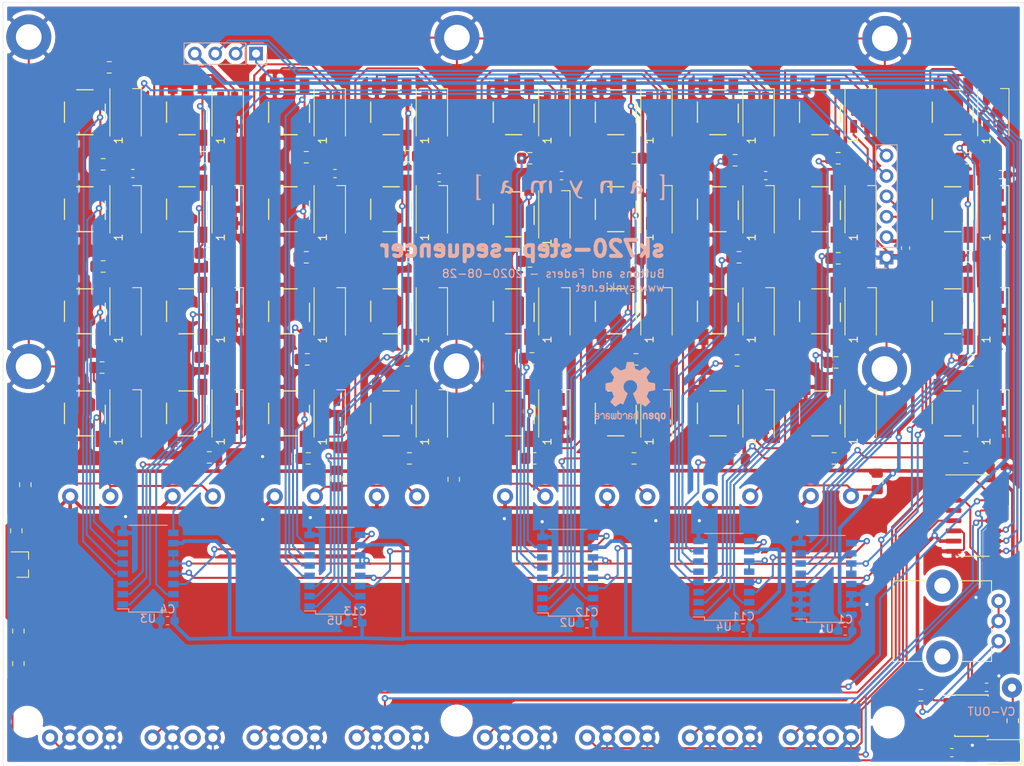
<source format=kicad_pcb>
(kicad_pcb (version 20171130) (host pcbnew "(5.1.5-0-10_14)")
  (layers (0 F.Cu signal) (31 B.Cu signal) (34 B.Paste user hide) (35 F.Paste user hide) (36 B.SilkS user) (37 F.SilkS user hide) (38 B.Mask user hide) (39 F.Mask user hide) (44 Edge.Cuts user))
  (net 0 "")
  (net 1 GND)
  (net 2 VCC)
  (net 3 -5V)
  (net 4 "Net-(C16-Pad1)")
  (net 5 "Net-(D1-Pad1)")
  (net 6 /pix)
  (net 7 "Net-(D2-Pad1)")
  (net 8 "Net-(D3-Pad1)")
  (net 9 "Net-(D27-Pad1)")
  (net 10 "Net-(D4-Pad1)")
  (net 11 "Net-(D5-Pad1)")
  (net 12 "Net-(D10-Pad3)")
  (net 13 "Net-(D28-Pad1)")
  (net 14 "Net-(D10-Pad1)")
  (net 15 "Net-(D11-Pad1)")
  (net 16 "Net-(D12-Pad1)")
  (net 17 "Net-(D13-Pad1)")
  (net 18 "Net-(D14-Pad1)")
  (net 19 "Net-(D15-Pad1)")
  (net 20 "Net-(D16-Pad1)")
  (net 21 "Net-(D17-Pad1)")
  (net 22 "Net-(D18-Pad1)")
  (net 23 "Net-(D20-Pad1)")
  (net 24 "Net-(D21-Pad1)")
  (net 25 "Net-(D22-Pad1)")
  (net 26 "Net-(D23-Pad1)")
  (net 27 "Net-(D24-Pad1)")
  (net 28 "Net-(D25-Pad1)")
  (net 29 "Net-(J1-Pad5)")
  (net 30 /clk)
  (net 31 /cs)
  (net 32 "Net-(J2-Pad3)")
  (net 33 "Net-(J2-Pad2)")
  (net 34 "Net-(J2-Pad1)")
  (net 35 "Net-(J3-Pad1)")
  (net 36 "Net-(R1-Pad2)")
  (net 37 "Net-(R2-Pad2)")
  (net 38 "Net-(R3-Pad2)")
  (net 39 "Net-(R4-Pad2)")
  (net 40 "Net-(R5-Pad2)")
  (net 41 "Net-(R6-Pad2)")
  (net 42 "Net-(R7-Pad2)")
  (net 43 "Net-(R8-Pad2)")
  (net 44 "Net-(R9-Pad2)")
  (net 45 "Net-(R10-Pad2)")
  (net 46 "Net-(R11-Pad2)")
  (net 47 "Net-(R12-Pad2)")
  (net 48 "Net-(R13-Pad2)")
  (net 49 "Net-(R14-Pad2)")
  (net 50 "Net-(R15-Pad2)")
  (net 51 "Net-(R16-Pad2)")
  (net 52 "Net-(R17-Pad2)")
  (net 53 "Net-(R18-Pad2)")
  (net 54 "Net-(R19-Pad2)")
  (net 55 "Net-(R20-Pad2)")
  (net 56 "Net-(R21-Pad2)")
  (net 57 "Net-(R22-Pad2)")
  (net 58 "Net-(R23-Pad2)")
  (net 59 "Net-(R24-Pad2)")
  (net 60 "Net-(R25-Pad2)")
  (net 61 "Net-(R26-Pad2)")
  (net 62 "Net-(R27-Pad2)")
  (net 63 "Net-(R28-Pad2)")
  (net 64 "Net-(R29-Pad2)")
  (net 65 "Net-(R30-Pad2)")
  (net 66 "Net-(R31-Pad2)")
  (net 67 "Net-(R32-Pad2)")
  (net 68 "Net-(R33-Pad2)")
  (net 69 "Net-(R34-Pad2)")
  (net 70 "Net-(R35-Pad2)")
  (net 71 "Net-(R36-Pad2)")
  (net 72 +1V0)
  (net 73 "Net-(R40-Pad2)")
  (net 74 "Net-(R42-Pad5)")
  (net 75 "Net-(R42-Pad2)")
  (net 76 "Net-(R44-Pad2)")
  (net 77 "Net-(R45-Pad5)")
  (net 78 "Net-(R45-Pad2)")
  (net 79 "Net-(R47-Pad2)")
  (net 80 "Net-(R48-Pad5)")
  (net 81 "Net-(R48-Pad2)")
  (net 82 "Net-(R50-Pad2)")
  (net 83 "Net-(R51-Pad5)")
  (net 84 "Net-(R51-Pad2)")
  (net 85 "Net-(R53-Pad2)")
  (net 86 "Net-(U1-Pad9)")
  (net 87 "Net-(U2-Pad14)")
  (net 88 "Net-(U2-Pad9)")
  (net 89 "Net-(U3-Pad14)")
  (net 90 "Net-(U7-Pad3)")
  (net 91 "Net-(R40-Pad1)")
  (net 92 "Net-(D6-Pad1)")
  (net 93 "Net-(D7-Pad1)")
  (net 94 "Net-(D8-Pad1)")
  (net 95 "Net-(D19-Pad1)")
  (net 96 "Net-(D26-Pad1)")
  (net 97 "Net-(D29-Pad1)")
  (net 98 "Net-(D30-Pad1)")
  (net 99 "Net-(D31-Pad1)")
  (net 100 "Net-(D32-Pad1)")
  (net 101 "Net-(D33-Pad1)")
  (net 102 "Net-(D34-Pad1)")
  (net 103 "Net-(D35-Pad1)")
  (net 104 "Net-(R41-Pad2)")
  (module Symbol:OSHW-Logo2_9.8x8mm_SilkScreen (layer B.Cu) (at 118.0338 101.4476 180)
    (fp_text reference REF** hide)
    (fp_text value OSHW-Logo2_9.8x8mm_SilkScreen hide)
  )
  (module anyma_footprints:logo_anyma (layer B.Cu) (at 110.49 76.073 180)
    (fp_text reference G*** hide)
    (fp_text value logo_anyma hide)
  )
  (module synkie_footprints:PTL20 (layer F.Cu) (at 141.732 129.413)
    (fp_text reference R42 hide)
    (fp_text value R-POT-LED)
    (pad 6 thru_hole circle (at 1.25 15) (size 2 2) (drill 1.1) (layers *.Cu *.Mask))
    (pad 5 thru_hole circle (at 3.75 -15) (size 2 2) (drill 1.1) (layers *.Cu *.Mask) (net 74 "Net-(R42-Pad5)"))
    (pad 4 thru_hole circle (at 3.75 15) (size 2 2) (drill 1.1) (layers *.Cu *.Mask) (net 1 GND))
    (pad 3 thru_hole circle (at -1.25 -15) (size 2 2) (drill 1.1) (layers *.Cu *.Mask) (net 72 +1V0))
    (pad 2 thru_hole circle (at -3.75 15) (size 2 2) (drill 1.1) (layers *.Cu *.Mask) (net 75 "Net-(R42-Pad2)"))
    (pad 1 thru_hole circle (at -1.25 15) (size 2 2) (drill 1.1) (layers *.Cu *.Mask) (net 1 GND))
  )
  (module LED_SMD:LED_SK6812MINI_PLCC4_3.5x3.5mm_P1.75mm (layer F.Cu) (at 163.195 104.14 90)
    (fp_text reference D36 hide)
    (fp_text value SK6812MINI)
    (fp_text user 1 (at -3.5 -0.875 90) (layer F.SilkS))
    (pad 1 smd rect (at -1.75 -0.875 90) (size 1.6 0.85) (layers F.Cu F.Paste F.Mask))
    (pad 2 smd rect (at -1.75 0.875 90) (size 1.6 0.85) (layers F.Cu F.Paste F.Mask) (net 1 GND))
    (pad 4 smd rect (at 1.75 -0.875 90) (size 1.6 0.85) (layers F.Cu F.Paste F.Mask) (net 2 VCC))
    (pad 3 smd rect (at 1.75 0.875 90) (size 1.6 0.85) (layers F.Cu F.Paste F.Mask) (net 103 "Net-(D35-Pad1)"))
  )
  (module LED_SMD:LED_SK6812MINI_PLCC4_3.5x3.5mm_P1.75mm (layer F.Cu) (at 163.195 91.44 90)
    (fp_text reference D35 hide)
    (fp_text value SK6812MINI)
    (fp_text user 1 (at -3.5 -0.875 90) (layer F.SilkS))
    (pad 1 smd rect (at -1.75 -0.875 90) (size 1.6 0.85) (layers F.Cu F.Paste F.Mask) (net 103 "Net-(D35-Pad1)"))
    (pad 2 smd rect (at -1.75 0.875 90) (size 1.6 0.85) (layers F.Cu F.Paste F.Mask) (net 1 GND))
    (pad 4 smd rect (at 1.75 -0.875 90) (size 1.6 0.85) (layers F.Cu F.Paste F.Mask) (net 2 VCC))
    (pad 3 smd rect (at 1.75 0.875 90) (size 1.6 0.85) (layers F.Cu F.Paste F.Mask) (net 102 "Net-(D34-Pad1)"))
  )
  (module LED_SMD:LED_SK6812MINI_PLCC4_3.5x3.5mm_P1.75mm (layer F.Cu) (at 163.195 78.74 90)
    (fp_text reference D34 hide)
    (fp_text value SK6812MINI)
    (fp_text user 1 (at -3.5 -0.875 90) (layer F.SilkS))
    (pad 1 smd rect (at -1.75 -0.875 90) (size 1.6 0.85) (layers F.Cu F.Paste F.Mask) (net 102 "Net-(D34-Pad1)"))
    (pad 2 smd rect (at -1.75 0.875 90) (size 1.6 0.85) (layers F.Cu F.Paste F.Mask) (net 1 GND))
    (pad 4 smd rect (at 1.75 -0.875 90) (size 1.6 0.85) (layers F.Cu F.Paste F.Mask) (net 2 VCC))
    (pad 3 smd rect (at 1.75 0.875 90) (size 1.6 0.85) (layers F.Cu F.Paste F.Mask) (net 101 "Net-(D33-Pad1)"))
  )
  (module LED_SMD:LED_SK6812MINI_PLCC4_3.5x3.5mm_P1.75mm (layer F.Cu) (at 163.195 66.675 90)
    (fp_text reference D33 hide)
    (fp_text value SK6812MINI)
    (fp_text user 1 (at -3.5 -0.875 90) (layer F.SilkS))
    (pad 1 smd rect (at -1.75 -0.875 90) (size 1.6 0.85) (layers F.Cu F.Paste F.Mask) (net 101 "Net-(D33-Pad1)"))
    (pad 2 smd rect (at -1.75 0.875 90) (size 1.6 0.85) (layers F.Cu F.Paste F.Mask) (net 1 GND))
    (pad 4 smd rect (at 1.75 -0.875 90) (size 1.6 0.85) (layers F.Cu F.Paste F.Mask) (net 2 VCC))
    (pad 3 smd rect (at 1.75 0.875 90) (size 1.6 0.85) (layers F.Cu F.Paste F.Mask) (net 100 "Net-(D32-Pad1)"))
  )
  (module LED_SMD:LED_SK6812MINI_PLCC4_3.5x3.5mm_P1.75mm (layer F.Cu) (at 146.685 104.14 90)
    (fp_text reference D32 hide)
    (fp_text value SK6812MINI)
    (fp_text user 1 (at -3.5 -0.875 90) (layer F.SilkS))
    (pad 1 smd rect (at -1.75 -0.875 90) (size 1.6 0.85) (layers F.Cu F.Paste F.Mask) (net 100 "Net-(D32-Pad1)"))
    (pad 2 smd rect (at -1.75 0.875 90) (size 1.6 0.85) (layers F.Cu F.Paste F.Mask) (net 1 GND))
    (pad 4 smd rect (at 1.75 -0.875 90) (size 1.6 0.85) (layers F.Cu F.Paste F.Mask) (net 2 VCC))
    (pad 3 smd rect (at 1.75 0.875 90) (size 1.6 0.85) (layers F.Cu F.Paste F.Mask) (net 99 "Net-(D31-Pad1)"))
  )
  (module LED_SMD:LED_SK6812MINI_PLCC4_3.5x3.5mm_P1.75mm (layer F.Cu) (at 146.685 91.44 90)
    (fp_text reference D31 hide)
    (fp_text value SK6812MINI)
    (fp_text user 1 (at -3.5 -0.875 90) (layer F.SilkS))
    (pad 1 smd rect (at -1.75 -0.875 90) (size 1.6 0.85) (layers F.Cu F.Paste F.Mask) (net 99 "Net-(D31-Pad1)"))
    (pad 2 smd rect (at -1.75 0.875 90) (size 1.6 0.85) (layers F.Cu F.Paste F.Mask) (net 1 GND))
    (pad 4 smd rect (at 1.75 -0.875 90) (size 1.6 0.85) (layers F.Cu F.Paste F.Mask) (net 2 VCC))
    (pad 3 smd rect (at 1.75 0.875 90) (size 1.6 0.85) (layers F.Cu F.Paste F.Mask) (net 98 "Net-(D30-Pad1)"))
  )
  (module LED_SMD:LED_SK6812MINI_PLCC4_3.5x3.5mm_P1.75mm (layer F.Cu) (at 146.685 78.74 90)
    (fp_text reference D30 hide)
    (fp_text value SK6812MINI)
    (fp_text user 1 (at -3.5 -0.875 90) (layer F.SilkS))
    (pad 1 smd rect (at -1.75 -0.875 90) (size 1.6 0.85) (layers F.Cu F.Paste F.Mask) (net 98 "Net-(D30-Pad1)"))
    (pad 2 smd rect (at -1.75 0.875 90) (size 1.6 0.85) (layers F.Cu F.Paste F.Mask) (net 1 GND))
    (pad 4 smd rect (at 1.75 -0.875 90) (size 1.6 0.85) (layers F.Cu F.Paste F.Mask) (net 2 VCC))
    (pad 3 smd rect (at 1.75 0.875 90) (size 1.6 0.85) (layers F.Cu F.Paste F.Mask) (net 97 "Net-(D29-Pad1)"))
  )
  (module LED_SMD:LED_SK6812MINI_PLCC4_3.5x3.5mm_P1.75mm (layer F.Cu) (at 146.685 66.675 90)
    (fp_text reference D29 hide)
    (fp_text value SK6812MINI)
    (fp_text user 1 (at -3.5 -0.875 90) (layer F.SilkS))
    (pad 1 smd rect (at -1.75 -0.875 90) (size 1.6 0.85) (layers F.Cu F.Paste F.Mask) (net 97 "Net-(D29-Pad1)"))
    (pad 2 smd rect (at -1.75 0.875 90) (size 1.6 0.85) (layers F.Cu F.Paste F.Mask) (net 1 GND))
    (pad 4 smd rect (at 1.75 -0.875 90) (size 1.6 0.85) (layers F.Cu F.Paste F.Mask) (net 2 VCC))
    (pad 3 smd rect (at 1.75 0.875 90) (size 1.6 0.85) (layers F.Cu F.Paste F.Mask) (net 13 "Net-(D28-Pad1)"))
  )
  (module LED_SMD:LED_SK6812MINI_PLCC4_3.5x3.5mm_P1.75mm (layer F.Cu) (at 133.985 104.14 90)
    (fp_text reference D28 hide)
    (fp_text value SK6812MINI)
    (fp_text user 1 (at -3.5 -0.875 90) (layer F.SilkS))
    (pad 1 smd rect (at -1.75 -0.875 90) (size 1.6 0.85) (layers F.Cu F.Paste F.Mask) (net 13 "Net-(D28-Pad1)"))
    (pad 2 smd rect (at -1.75 0.875 90) (size 1.6 0.85) (layers F.Cu F.Paste F.Mask) (net 1 GND))
    (pad 4 smd rect (at 1.75 -0.875 90) (size 1.6 0.85) (layers F.Cu F.Paste F.Mask) (net 2 VCC))
    (pad 3 smd rect (at 1.75 0.875 90) (size 1.6 0.85) (layers F.Cu F.Paste F.Mask) (net 9 "Net-(D27-Pad1)"))
  )
  (module LED_SMD:LED_SK6812MINI_PLCC4_3.5x3.5mm_P1.75mm (layer F.Cu) (at 133.985 91.44 90)
    (fp_text reference D27 hide)
    (fp_text value SK6812MINI)
    (fp_text user 1 (at -3.5 -0.875 90) (layer F.SilkS))
    (pad 1 smd rect (at -1.75 -0.875 90) (size 1.6 0.85) (layers F.Cu F.Paste F.Mask) (net 9 "Net-(D27-Pad1)"))
    (pad 2 smd rect (at -1.75 0.875 90) (size 1.6 0.85) (layers F.Cu F.Paste F.Mask) (net 1 GND))
    (pad 4 smd rect (at 1.75 -0.875 90) (size 1.6 0.85) (layers F.Cu F.Paste F.Mask) (net 2 VCC))
    (pad 3 smd rect (at 1.75 0.875 90) (size 1.6 0.85) (layers F.Cu F.Paste F.Mask) (net 96 "Net-(D26-Pad1)"))
  )
  (module LED_SMD:LED_SK6812MINI_PLCC4_3.5x3.5mm_P1.75mm (layer F.Cu) (at 133.985 78.74 90)
    (fp_text reference D26 hide)
    (fp_text value SK6812MINI)
    (fp_text user 1 (at -3.5 -0.875 90) (layer F.SilkS))
    (pad 1 smd rect (at -1.75 -0.875 90) (size 1.6 0.85) (layers F.Cu F.Paste F.Mask) (net 96 "Net-(D26-Pad1)"))
    (pad 2 smd rect (at -1.75 0.875 90) (size 1.6 0.85) (layers F.Cu F.Paste F.Mask) (net 1 GND))
    (pad 4 smd rect (at 1.75 -0.875 90) (size 1.6 0.85) (layers F.Cu F.Paste F.Mask) (net 2 VCC))
    (pad 3 smd rect (at 1.75 0.875 90) (size 1.6 0.85) (layers F.Cu F.Paste F.Mask) (net 28 "Net-(D25-Pad1)"))
  )
  (module LED_SMD:LED_SK6812MINI_PLCC4_3.5x3.5mm_P1.75mm (layer F.Cu) (at 133.985 66.675 90)
    (fp_text reference D25 hide)
    (fp_text value SK6812MINI)
    (fp_text user 1 (at -3.5 -0.875 90) (layer F.SilkS))
    (pad 1 smd rect (at -1.75 -0.875 90) (size 1.6 0.85) (layers F.Cu F.Paste F.Mask) (net 28 "Net-(D25-Pad1)"))
    (pad 2 smd rect (at -1.75 0.875 90) (size 1.6 0.85) (layers F.Cu F.Paste F.Mask) (net 1 GND))
    (pad 4 smd rect (at 1.75 -0.875 90) (size 1.6 0.85) (layers F.Cu F.Paste F.Mask) (net 2 VCC))
    (pad 3 smd rect (at 1.75 0.875 90) (size 1.6 0.85) (layers F.Cu F.Paste F.Mask) (net 27 "Net-(D24-Pad1)"))
  )
  (module LED_SMD:LED_SK6812MINI_PLCC4_3.5x3.5mm_P1.75mm (layer F.Cu) (at 121.285 104.14 90)
    (fp_text reference D24 hide)
    (fp_text value SK6812MINI)
    (fp_text user 1 (at -3.5 -0.875 90) (layer F.SilkS))
    (pad 1 smd rect (at -1.75 -0.875 90) (size 1.6 0.85) (layers F.Cu F.Paste F.Mask) (net 27 "Net-(D24-Pad1)"))
    (pad 2 smd rect (at -1.75 0.875 90) (size 1.6 0.85) (layers F.Cu F.Paste F.Mask) (net 1 GND))
    (pad 4 smd rect (at 1.75 -0.875 90) (size 1.6 0.85) (layers F.Cu F.Paste F.Mask) (net 2 VCC))
    (pad 3 smd rect (at 1.75 0.875 90) (size 1.6 0.85) (layers F.Cu F.Paste F.Mask) (net 26 "Net-(D23-Pad1)"))
  )
  (module LED_SMD:LED_SK6812MINI_PLCC4_3.5x3.5mm_P1.75mm (layer F.Cu) (at 121.285 91.44 90)
    (fp_text reference D23 hide)
    (fp_text value SK6812MINI)
    (fp_text user 1 (at -3.5 -0.875 90) (layer F.SilkS))
    (pad 1 smd rect (at -1.75 -0.875 90) (size 1.6 0.85) (layers F.Cu F.Paste F.Mask) (net 26 "Net-(D23-Pad1)"))
    (pad 2 smd rect (at -1.75 0.875 90) (size 1.6 0.85) (layers F.Cu F.Paste F.Mask) (net 1 GND))
    (pad 4 smd rect (at 1.75 -0.875 90) (size 1.6 0.85) (layers F.Cu F.Paste F.Mask) (net 2 VCC))
    (pad 3 smd rect (at 1.75 0.875 90) (size 1.6 0.85) (layers F.Cu F.Paste F.Mask) (net 25 "Net-(D22-Pad1)"))
  )
  (module LED_SMD:LED_SK6812MINI_PLCC4_3.5x3.5mm_P1.75mm (layer F.Cu) (at 121.285 78.74 90)
    (fp_text reference D22 hide)
    (fp_text value SK6812MINI)
    (fp_text user 1 (at -3.5 -0.875 90) (layer F.SilkS))
    (pad 1 smd rect (at -1.75 -0.875 90) (size 1.6 0.85) (layers F.Cu F.Paste F.Mask) (net 25 "Net-(D22-Pad1)"))
    (pad 2 smd rect (at -1.75 0.875 90) (size 1.6 0.85) (layers F.Cu F.Paste F.Mask) (net 1 GND))
    (pad 4 smd rect (at 1.75 -0.875 90) (size 1.6 0.85) (layers F.Cu F.Paste F.Mask) (net 2 VCC))
    (pad 3 smd rect (at 1.75 0.875 90) (size 1.6 0.85) (layers F.Cu F.Paste F.Mask) (net 24 "Net-(D21-Pad1)"))
  )
  (module LED_SMD:LED_SK6812MINI_PLCC4_3.5x3.5mm_P1.75mm (layer F.Cu) (at 121.285 66.675 90)
    (fp_text reference D21 hide)
    (fp_text value SK6812MINI)
    (fp_text user 1 (at -3.5 -0.875 90) (layer F.SilkS))
    (pad 1 smd rect (at -1.75 -0.875 90) (size 1.6 0.85) (layers F.Cu F.Paste F.Mask) (net 24 "Net-(D21-Pad1)"))
    (pad 2 smd rect (at -1.75 0.875 90) (size 1.6 0.85) (layers F.Cu F.Paste F.Mask) (net 1 GND))
    (pad 4 smd rect (at 1.75 -0.875 90) (size 1.6 0.85) (layers F.Cu F.Paste F.Mask) (net 2 VCC))
    (pad 3 smd rect (at 1.75 0.875 90) (size 1.6 0.85) (layers F.Cu F.Paste F.Mask) (net 23 "Net-(D20-Pad1)"))
  )
  (module LED_SMD:LED_SK6812MINI_PLCC4_3.5x3.5mm_P1.75mm (layer F.Cu) (at 108.585 104.14 90)
    (fp_text reference D20 hide)
    (fp_text value SK6812MINI)
    (fp_text user 1 (at -3.5 -0.875 90) (layer F.SilkS))
    (pad 1 smd rect (at -1.75 -0.875 90) (size 1.6 0.85) (layers F.Cu F.Paste F.Mask) (net 23 "Net-(D20-Pad1)"))
    (pad 2 smd rect (at -1.75 0.875 90) (size 1.6 0.85) (layers F.Cu F.Paste F.Mask) (net 1 GND))
    (pad 4 smd rect (at 1.75 -0.875 90) (size 1.6 0.85) (layers F.Cu F.Paste F.Mask) (net 2 VCC))
    (pad 3 smd rect (at 1.75 0.875 90) (size 1.6 0.85) (layers F.Cu F.Paste F.Mask) (net 95 "Net-(D19-Pad1)"))
  )
  (module LED_SMD:LED_SK6812MINI_PLCC4_3.5x3.5mm_P1.75mm (layer F.Cu) (at 108.585 91.44 90)
    (fp_text reference D19 hide)
    (fp_text value SK6812MINI)
    (fp_text user 1 (at -3.5 -0.875 90) (layer F.SilkS))
    (pad 1 smd rect (at -1.75 -0.875 90) (size 1.6 0.85) (layers F.Cu F.Paste F.Mask) (net 95 "Net-(D19-Pad1)"))
    (pad 2 smd rect (at -1.75 0.875 90) (size 1.6 0.85) (layers F.Cu F.Paste F.Mask) (net 1 GND))
    (pad 4 smd rect (at 1.75 -0.875 90) (size 1.6 0.85) (layers F.Cu F.Paste F.Mask) (net 2 VCC))
    (pad 3 smd rect (at 1.75 0.875 90) (size 1.6 0.85) (layers F.Cu F.Paste F.Mask) (net 22 "Net-(D18-Pad1)"))
  )
  (module LED_SMD:LED_SK6812MINI_PLCC4_3.5x3.5mm_P1.75mm (layer F.Cu) (at 108.585 79.375 90)
    (fp_text reference D18 hide)
    (fp_text value SK6812MINI)
    (fp_text user 1 (at -3.5 -0.875 90) (layer F.SilkS))
    (pad 1 smd rect (at -1.75 -0.875 90) (size 1.6 0.85) (layers F.Cu F.Paste F.Mask) (net 22 "Net-(D18-Pad1)"))
    (pad 2 smd rect (at -1.75 0.875 90) (size 1.6 0.85) (layers F.Cu F.Paste F.Mask) (net 1 GND))
    (pad 4 smd rect (at 1.75 -0.875 90) (size 1.6 0.85) (layers F.Cu F.Paste F.Mask) (net 2 VCC))
    (pad 3 smd rect (at 1.75 0.875 90) (size 1.6 0.85) (layers F.Cu F.Paste F.Mask) (net 21 "Net-(D17-Pad1)"))
  )
  (module LED_SMD:LED_SK6812MINI_PLCC4_3.5x3.5mm_P1.75mm (layer F.Cu) (at 108.585 66.675 90)
    (fp_text reference D17 hide)
    (fp_text value SK6812MINI)
    (fp_text user 1 (at -3.5 -0.875 90) (layer F.SilkS))
    (pad 1 smd rect (at -1.75 -0.875 90) (size 1.6 0.85) (layers F.Cu F.Paste F.Mask) (net 21 "Net-(D17-Pad1)"))
    (pad 2 smd rect (at -1.75 0.875 90) (size 1.6 0.85) (layers F.Cu F.Paste F.Mask) (net 1 GND))
    (pad 4 smd rect (at 1.75 -0.875 90) (size 1.6 0.85) (layers F.Cu F.Paste F.Mask) (net 2 VCC))
    (pad 3 smd rect (at 1.75 0.875 90) (size 1.6 0.85) (layers F.Cu F.Paste F.Mask) (net 20 "Net-(D16-Pad1)"))
  )
  (module LED_SMD:LED_SK6812MINI_PLCC4_3.5x3.5mm_P1.75mm (layer F.Cu) (at 93.345 104.14 90)
    (fp_text reference D16 hide)
    (fp_text value SK6812MINI)
    (fp_text user 1 (at -3.5 -0.875 90) (layer F.SilkS))
    (pad 1 smd rect (at -1.75 -0.875 90) (size 1.6 0.85) (layers F.Cu F.Paste F.Mask) (net 20 "Net-(D16-Pad1)"))
    (pad 2 smd rect (at -1.75 0.875 90) (size 1.6 0.85) (layers F.Cu F.Paste F.Mask) (net 1 GND))
    (pad 4 smd rect (at 1.75 -0.875 90) (size 1.6 0.85) (layers F.Cu F.Paste F.Mask) (net 2 VCC))
    (pad 3 smd rect (at 1.75 0.875 90) (size 1.6 0.85) (layers F.Cu F.Paste F.Mask) (net 19 "Net-(D15-Pad1)"))
  )
  (module LED_SMD:LED_SK6812MINI_PLCC4_3.5x3.5mm_P1.75mm (layer F.Cu) (at 93.345 91.44 90)
    (fp_text reference D15 hide)
    (fp_text value SK6812MINI)
    (fp_text user 1 (at -3.5 -0.875 90) (layer F.SilkS))
    (pad 1 smd rect (at -1.75 -0.875 90) (size 1.6 0.85) (layers F.Cu F.Paste F.Mask) (net 19 "Net-(D15-Pad1)"))
    (pad 2 smd rect (at -1.75 0.875 90) (size 1.6 0.85) (layers F.Cu F.Paste F.Mask) (net 1 GND))
    (pad 4 smd rect (at 1.75 -0.875 90) (size 1.6 0.85) (layers F.Cu F.Paste F.Mask) (net 2 VCC))
    (pad 3 smd rect (at 1.75 0.875 90) (size 1.6 0.85) (layers F.Cu F.Paste F.Mask) (net 18 "Net-(D14-Pad1)"))
  )
  (module LED_SMD:LED_SK6812MINI_PLCC4_3.5x3.5mm_P1.75mm (layer F.Cu) (at 93.345 78.74 90)
    (fp_text reference D14 hide)
    (fp_text value SK6812MINI)
    (fp_text user 1 (at -3.5 -0.875 90) (layer F.SilkS))
    (pad 1 smd rect (at -1.75 -0.875 90) (size 1.6 0.85) (layers F.Cu F.Paste F.Mask) (net 18 "Net-(D14-Pad1)"))
    (pad 2 smd rect (at -1.75 0.875 90) (size 1.6 0.85) (layers F.Cu F.Paste F.Mask) (net 1 GND))
    (pad 4 smd rect (at 1.75 -0.875 90) (size 1.6 0.85) (layers F.Cu F.Paste F.Mask) (net 2 VCC))
    (pad 3 smd rect (at 1.75 0.875 90) (size 1.6 0.85) (layers F.Cu F.Paste F.Mask) (net 17 "Net-(D13-Pad1)"))
  )
  (module LED_SMD:LED_SK6812MINI_PLCC4_3.5x3.5mm_P1.75mm (layer F.Cu) (at 93.345 66.675 90)
    (fp_text reference D13 hide)
    (fp_text value SK6812MINI)
    (fp_text user 1 (at -3.5 -0.875 90) (layer F.SilkS))
    (pad 1 smd rect (at -1.75 -0.875 90) (size 1.6 0.85) (layers F.Cu F.Paste F.Mask) (net 17 "Net-(D13-Pad1)"))
    (pad 2 smd rect (at -1.75 0.875 90) (size 1.6 0.85) (layers F.Cu F.Paste F.Mask) (net 1 GND))
    (pad 4 smd rect (at 1.75 -0.875 90) (size 1.6 0.85) (layers F.Cu F.Paste F.Mask) (net 2 VCC))
    (pad 3 smd rect (at 1.75 0.875 90) (size 1.6 0.85) (layers F.Cu F.Paste F.Mask) (net 16 "Net-(D12-Pad1)"))
  )
  (module LED_SMD:LED_SK6812MINI_PLCC4_3.5x3.5mm_P1.75mm (layer F.Cu) (at 80.645 104.14 90)
    (fp_text reference D12 hide)
    (fp_text value SK6812MINI)
    (fp_text user 1 (at -3.5 -0.875 90) (layer F.SilkS))
    (pad 1 smd rect (at -1.75 -0.875 90) (size 1.6 0.85) (layers F.Cu F.Paste F.Mask) (net 16 "Net-(D12-Pad1)"))
    (pad 2 smd rect (at -1.75 0.875 90) (size 1.6 0.85) (layers F.Cu F.Paste F.Mask) (net 1 GND))
    (pad 4 smd rect (at 1.75 -0.875 90) (size 1.6 0.85) (layers F.Cu F.Paste F.Mask) (net 2 VCC))
    (pad 3 smd rect (at 1.75 0.875 90) (size 1.6 0.85) (layers F.Cu F.Paste F.Mask) (net 15 "Net-(D11-Pad1)"))
  )
  (module LED_SMD:LED_SK6812MINI_PLCC4_3.5x3.5mm_P1.75mm (layer F.Cu) (at 80.645 91.44 90)
    (fp_text reference D11 hide)
    (fp_text value SK6812MINI)
    (fp_text user 1 (at -3.5 -0.875 90) (layer F.SilkS))
    (pad 1 smd rect (at -1.75 -0.875 90) (size 1.6 0.85) (layers F.Cu F.Paste F.Mask) (net 15 "Net-(D11-Pad1)"))
    (pad 2 smd rect (at -1.75 0.875 90) (size 1.6 0.85) (layers F.Cu F.Paste F.Mask) (net 1 GND))
    (pad 4 smd rect (at 1.75 -0.875 90) (size 1.6 0.85) (layers F.Cu F.Paste F.Mask) (net 2 VCC))
    (pad 3 smd rect (at 1.75 0.875 90) (size 1.6 0.85) (layers F.Cu F.Paste F.Mask) (net 14 "Net-(D10-Pad1)"))
  )
  (module LED_SMD:LED_SK6812MINI_PLCC4_3.5x3.5mm_P1.75mm (layer F.Cu) (at 80.645 78.74 90)
    (fp_text reference D10 hide)
    (fp_text value SK6812MINI)
    (fp_text user 1 (at -3.5 -0.875 90) (layer F.SilkS))
    (pad 1 smd rect (at -1.75 -0.875 90) (size 1.6 0.85) (layers F.Cu F.Paste F.Mask) (net 14 "Net-(D10-Pad1)"))
    (pad 2 smd rect (at -1.75 0.875 90) (size 1.6 0.85) (layers F.Cu F.Paste F.Mask) (net 1 GND))
    (pad 4 smd rect (at 1.75 -0.875 90) (size 1.6 0.85) (layers F.Cu F.Paste F.Mask) (net 2 VCC))
    (pad 3 smd rect (at 1.75 0.875 90) (size 1.6 0.85) (layers F.Cu F.Paste F.Mask) (net 12 "Net-(D10-Pad3)"))
  )
  (module LED_SMD:LED_SK6812MINI_PLCC4_3.5x3.5mm_P1.75mm (layer F.Cu) (at 80.645 66.675 90)
    (fp_text reference D9 hide)
    (fp_text value SK6812MINI)
    (fp_text user 1 (at -3.5 -0.875 90) (layer F.SilkS))
    (pad 1 smd rect (at -1.75 -0.875 90) (size 1.6 0.85) (layers F.Cu F.Paste F.Mask) (net 12 "Net-(D10-Pad3)"))
    (pad 2 smd rect (at -1.75 0.875 90) (size 1.6 0.85) (layers F.Cu F.Paste F.Mask) (net 1 GND))
    (pad 4 smd rect (at 1.75 -0.875 90) (size 1.6 0.85) (layers F.Cu F.Paste F.Mask) (net 2 VCC))
    (pad 3 smd rect (at 1.75 0.875 90) (size 1.6 0.85) (layers F.Cu F.Paste F.Mask) (net 94 "Net-(D8-Pad1)"))
  )
  (module LED_SMD:LED_SK6812MINI_PLCC4_3.5x3.5mm_P1.75mm (layer F.Cu) (at 67.945 104.14 90)
    (fp_text reference D8 hide)
    (fp_text value SK6812MINI)
    (fp_text user 1 (at -3.5 -0.875 90) (layer F.SilkS))
    (pad 1 smd rect (at -1.75 -0.875 90) (size 1.6 0.85) (layers F.Cu F.Paste F.Mask) (net 94 "Net-(D8-Pad1)"))
    (pad 2 smd rect (at -1.75 0.875 90) (size 1.6 0.85) (layers F.Cu F.Paste F.Mask) (net 1 GND))
    (pad 4 smd rect (at 1.75 -0.875 90) (size 1.6 0.85) (layers F.Cu F.Paste F.Mask) (net 2 VCC))
    (pad 3 smd rect (at 1.75 0.875 90) (size 1.6 0.85) (layers F.Cu F.Paste F.Mask) (net 93 "Net-(D7-Pad1)"))
  )
  (module LED_SMD:LED_SK6812MINI_PLCC4_3.5x3.5mm_P1.75mm (layer F.Cu) (at 67.945 91.44 90)
    (fp_text reference D7 hide)
    (fp_text value SK6812MINI)
    (fp_text user 1 (at -3.5 -0.875 90) (layer F.SilkS))
    (pad 1 smd rect (at -1.75 -0.875 90) (size 1.6 0.85) (layers F.Cu F.Paste F.Mask) (net 93 "Net-(D7-Pad1)"))
    (pad 2 smd rect (at -1.75 0.875 90) (size 1.6 0.85) (layers F.Cu F.Paste F.Mask) (net 1 GND))
    (pad 4 smd rect (at 1.75 -0.875 90) (size 1.6 0.85) (layers F.Cu F.Paste F.Mask) (net 2 VCC))
    (pad 3 smd rect (at 1.75 0.875 90) (size 1.6 0.85) (layers F.Cu F.Paste F.Mask) (net 92 "Net-(D6-Pad1)"))
  )
  (module LED_SMD:LED_SK6812MINI_PLCC4_3.5x3.5mm_P1.75mm (layer F.Cu) (at 67.945 78.74 90)
    (fp_text reference D6 hide)
    (fp_text value SK6812MINI)
    (fp_text user 1 (at -3.5 -0.875 90) (layer F.SilkS))
    (pad 1 smd rect (at -1.75 -0.875 90) (size 1.6 0.85) (layers F.Cu F.Paste F.Mask) (net 92 "Net-(D6-Pad1)"))
    (pad 2 smd rect (at -1.75 0.875 90) (size 1.6 0.85) (layers F.Cu F.Paste F.Mask) (net 1 GND))
    (pad 4 smd rect (at 1.75 -0.875 90) (size 1.6 0.85) (layers F.Cu F.Paste F.Mask) (net 2 VCC))
    (pad 3 smd rect (at 1.75 0.875 90) (size 1.6 0.85) (layers F.Cu F.Paste F.Mask) (net 11 "Net-(D5-Pad1)"))
  )
  (module LED_SMD:LED_SK6812MINI_PLCC4_3.5x3.5mm_P1.75mm (layer F.Cu) (at 67.945 66.675 90)
    (fp_text reference D5 hide)
    (fp_text value SK6812MINI)
    (fp_text user 1 (at -3.5 -0.875 90) (layer F.SilkS))
    (pad 1 smd rect (at -1.75 -0.875 90) (size 1.6 0.85) (layers F.Cu F.Paste F.Mask) (net 11 "Net-(D5-Pad1)"))
    (pad 2 smd rect (at -1.75 0.875 90) (size 1.6 0.85) (layers F.Cu F.Paste F.Mask) (net 1 GND))
    (pad 4 smd rect (at 1.75 -0.875 90) (size 1.6 0.85) (layers F.Cu F.Paste F.Mask) (net 2 VCC))
    (pad 3 smd rect (at 1.75 0.875 90) (size 1.6 0.85) (layers F.Cu F.Paste F.Mask) (net 10 "Net-(D4-Pad1)"))
  )
  (module LED_SMD:LED_SK6812MINI_PLCC4_3.5x3.5mm_P1.75mm (layer F.Cu) (at 55.245 104.14 90)
    (fp_text reference D4 hide)
    (fp_text value SK6812MINI)
    (fp_text user 1 (at -3.5 -0.875 90) (layer F.SilkS))
    (pad 1 smd rect (at -1.75 -0.875 90) (size 1.6 0.85) (layers F.Cu F.Paste F.Mask) (net 10 "Net-(D4-Pad1)"))
    (pad 2 smd rect (at -1.75 0.875 90) (size 1.6 0.85) (layers F.Cu F.Paste F.Mask) (net 1 GND))
    (pad 4 smd rect (at 1.75 -0.875 90) (size 1.6 0.85) (layers F.Cu F.Paste F.Mask) (net 2 VCC))
    (pad 3 smd rect (at 1.75 0.875 90) (size 1.6 0.85) (layers F.Cu F.Paste F.Mask) (net 8 "Net-(D3-Pad1)"))
  )
  (module LED_SMD:LED_SK6812MINI_PLCC4_3.5x3.5mm_P1.75mm (layer F.Cu) (at 55.245 91.44 90)
    (fp_text reference D3 hide)
    (fp_text value SK6812MINI)
    (fp_text user 1 (at -3.5 -0.875 90) (layer F.SilkS))
    (pad 1 smd rect (at -1.75 -0.875 90) (size 1.6 0.85) (layers F.Cu F.Paste F.Mask) (net 8 "Net-(D3-Pad1)"))
    (pad 2 smd rect (at -1.75 0.875 90) (size 1.6 0.85) (layers F.Cu F.Paste F.Mask) (net 1 GND))
    (pad 4 smd rect (at 1.75 -0.875 90) (size 1.6 0.85) (layers F.Cu F.Paste F.Mask) (net 2 VCC))
    (pad 3 smd rect (at 1.75 0.875 90) (size 1.6 0.85) (layers F.Cu F.Paste F.Mask) (net 7 "Net-(D2-Pad1)"))
  )
  (module LED_SMD:LED_SK6812MINI_PLCC4_3.5x3.5mm_P1.75mm (layer F.Cu) (at 55.245 78.74 90)
    (fp_text reference D2 hide)
    (fp_text value SK6812MINI)
    (fp_text user 1 (at -3.5 -0.875 90) (layer F.SilkS))
    (pad 1 smd rect (at -1.75 -0.875 90) (size 1.6 0.85) (layers F.Cu F.Paste F.Mask) (net 7 "Net-(D2-Pad1)"))
    (pad 2 smd rect (at -1.75 0.875 90) (size 1.6 0.85) (layers F.Cu F.Paste F.Mask) (net 1 GND))
    (pad 4 smd rect (at 1.75 -0.875 90) (size 1.6 0.85) (layers F.Cu F.Paste F.Mask) (net 2 VCC))
    (pad 3 smd rect (at 1.75 0.875 90) (size 1.6 0.85) (layers F.Cu F.Paste F.Mask) (net 5 "Net-(D1-Pad1)"))
  )
  (module MountingHole:MountingHole_3mm (layer F.Cu) (at 150.15 142.55)
    (fp_text reference H3 hide)
    (fp_text value MountingHole)
    (pad 1 np_thru_hole circle (at 0 0) (size 3 3) (drill 3) (layers *.Cu *.Mask))
  )
  (module MountingHole:MountingHole_3mm (layer F.Cu) (at 96.43 142.35)
    (fp_text reference H2 hide)
    (fp_text value MountingHole)
    (pad 1 np_thru_hole circle (at 0 0) (size 3 3) (drill 3) (layers *.Cu *.Mask))
  )
  (module MountingHole:MountingHole_3mm (layer F.Cu) (at 43 142.5)
    (fp_text reference H1 hide)
    (fp_text value MountingHole)
    (pad 1 np_thru_hole circle (at 0 0) (size 3 3) (drill 3) (layers *.Cu *.Mask))
  )
  (module synkie_footprints:Potentiometer_Alps_RK09K_Single_Vertical (layer F.Cu) (at 163.845 127.466 180)
    (fp_text reference RV9 hide)
    (fp_text value R_POT)
    (pad "" np_thru_hole circle (at 7 1.9 180) (size 4 4) (drill 2) (layers *.Cu *.Mask))
    (pad "" np_thru_hole circle (at 7 -6.9 180) (size 4 4) (drill 2) (layers *.Cu *.Mask))
    (pad 1 thru_hole circle (at 0 0 180) (size 1.8 1.8) (drill 1) (layers *.Cu *.Mask) (net 4 "Net-(C16-Pad1)"))
    (pad 2 thru_hole circle (at 0 -2.5 180) (size 1.8 1.8) (drill 1) (layers *.Cu *.Mask) (net 4 "Net-(C16-Pad1)"))
    (pad 3 thru_hole circle (at 0 -5 180) (size 1.8 1.8) (drill 1) (layers *.Cu *.Mask) (net 91 "Net-(R40-Pad1)"))
  )
  (module synkie_footprints:SOIC-8_3.9x4.9mm_P1.27mm (layer F.Cu) (at 160.4696 141.732)
    (fp_text reference U8 hide)
    (fp_text value Opamp_Dual_Generic)
    (pad 8 smd rect (at 2.7 -1.905) (size 1.55 0.6) (layers F.Cu F.Paste F.Mask) (net 2 VCC))
    (pad 7 smd rect (at 2.7 -0.635) (size 1.55 0.6) (layers F.Cu F.Paste F.Mask) (net 104 "Net-(R41-Pad2)"))
    (pad 6 smd rect (at 2.7 0.635) (size 1.55 0.6) (layers F.Cu F.Paste F.Mask) (net 104 "Net-(R41-Pad2)"))
    (pad 5 smd rect (at 2.7 1.905) (size 1.55 0.6) (layers F.Cu F.Paste F.Mask) (net 4 "Net-(C16-Pad1)"))
    (pad 4 smd rect (at -2.7 1.905) (size 1.55 0.6) (layers F.Cu F.Paste F.Mask) (net 3 -5V))
    (pad 3 smd rect (at -2.7 0.635) (size 1.55 0.6) (layers F.Cu F.Paste F.Mask) (net 90 "Net-(U7-Pad3)"))
    (pad 2 smd rect (at -2.7 -0.635) (size 1.55 0.6) (layers F.Cu F.Paste F.Mask) (net 73 "Net-(R40-Pad2)"))
    (pad 1 smd rect (at -2.7 -1.905) (size 1.55 0.6) (layers F.Cu F.Paste F.Mask) (net 73 "Net-(R40-Pad2)"))
  )
  (module synkie_footprints:SOIC-16_3.9x9.9mm_P1.27mm (layer F.Cu) (at 160.72 116.84)
    (fp_text reference U7 hide)
    (fp_text value 4051)
    (pad 1 smd roundrect (at -2.475 -4.445) (size 1.95 0.6) (layers F.Cu F.Paste F.Mask) (net 79 "Net-(R47-Pad2)"))
    (pad 2 smd roundrect (at -2.475 -3.175) (size 1.95 0.6) (layers F.Cu F.Paste F.Mask) (net 76 "Net-(R44-Pad2)"))
    (pad 3 smd roundrect (at -2.475 -1.905) (size 1.95 0.6) (layers F.Cu F.Paste F.Mask) (net 90 "Net-(U7-Pad3)"))
    (pad 4 smd roundrect (at -2.475 -0.635) (size 1.95 0.6) (layers F.Cu F.Paste F.Mask) (net 75 "Net-(R42-Pad2)"))
    (pad 5 smd roundrect (at -2.475 0.635) (size 1.95 0.6) (layers F.Cu F.Paste F.Mask) (net 78 "Net-(R45-Pad2)"))
    (pad 6 smd roundrect (at -2.475 1.905) (size 1.95 0.6) (layers F.Cu F.Paste F.Mask) (net 1 GND))
    (pad 7 smd roundrect (at -2.475 3.175) (size 1.95 0.6) (layers F.Cu F.Paste F.Mask) (net 3 -5V))
    (pad 8 smd roundrect (at -2.475 4.445) (size 1.95 0.6) (layers F.Cu F.Paste F.Mask) (net 1 GND))
    (pad 9 smd roundrect (at 2.475 4.445) (size 1.95 0.6) (layers F.Cu F.Paste F.Mask) (net 32 "Net-(J2-Pad3)"))
    (pad 10 smd roundrect (at 2.475 3.175) (size 1.95 0.6) (layers F.Cu F.Paste F.Mask) (net 33 "Net-(J2-Pad2)"))
    (pad 11 smd roundrect (at 2.475 1.905) (size 1.95 0.6) (layers F.Cu F.Paste F.Mask) (net 34 "Net-(J2-Pad1)"))
    (pad 12 smd roundrect (at 2.475 0.635) (size 1.95 0.6) (layers F.Cu F.Paste F.Mask) (net 81 "Net-(R48-Pad2)"))
    (pad 13 smd roundrect (at 2.475 -0.635) (size 1.95 0.6) (layers F.Cu F.Paste F.Mask) (net 85 "Net-(R53-Pad2)"))
    (pad 14 smd roundrect (at 2.475 -1.905) (size 1.95 0.6) (layers F.Cu F.Paste F.Mask) (net 84 "Net-(R51-Pad2)"))
    (pad 15 smd roundrect (at 2.475 -3.175) (size 1.95 0.6) (layers F.Cu F.Paste F.Mask) (net 82 "Net-(R50-Pad2)"))
    (pad 16 smd roundrect (at 2.475 -4.445) (size 1.95 0.6) (layers F.Cu F.Paste F.Mask) (net 2 VCC))
  )
  (module synkie_footprints:SOT-23 (layer F.Cu) (at 42.418 122.936)
    (fp_text reference U6 hide)
    (fp_text value ADR510)
    (pad 3 smd rect (at 1 0) (size 0.9 0.8) (layers F.Cu F.Paste F.Mask))
    (pad 2 smd rect (at -1 0.95) (size 0.9 0.8) (layers F.Cu F.Paste F.Mask) (net 1 GND))
    (pad 1 smd rect (at -1 -0.95) (size 0.9 0.8) (layers F.Cu F.Paste F.Mask) (net 72 +1V0))
  )
  (module Package_SO:SOP-16_4.4x10.4mm_P1.27mm (layer B.Cu) (at 81.28 123.698)
    (fp_text reference U5 (at 0 6.2) (layer B.SilkS) (effects (justify mirror)))
    (fp_text value 74LS597)
    (pad 16 smd rect (at 3.15 4.45) (size 1.3 0.8) (layers B.Cu B.Paste B.Mask) (net 2 VCC))
    (pad 15 smd rect (at 3.15 3.17) (size 1.3 0.8) (layers B.Cu B.Paste B.Mask) (net 64 "Net-(R29-Pad2)"))
    (pad 14 smd rect (at 3.15 1.91) (size 1.3 0.8) (layers B.Cu B.Paste B.Mask) (net 88 "Net-(U2-Pad9)"))
    (pad 13 smd rect (at 3.15 0.64) (size 1.3 0.8) (layers B.Cu B.Paste B.Mask) (net 31 /cs))
    (pad 12 smd rect (at 3.15 -0.64) (size 1.3 0.8) (layers B.Cu B.Paste B.Mask) (net 30 /clk))
    (pad 11 smd rect (at 3.15 -1.91) (size 1.3 0.8) (layers B.Cu B.Paste B.Mask) (net 30 /clk))
    (pad 10 smd rect (at 3.15 -3.17) (size 1.3 0.8) (layers B.Cu B.Paste B.Mask) (net 2 VCC))
    (pad 9 smd rect (at 3.15 -4.45) (size 1.3 0.8) (layers B.Cu B.Paste B.Mask) (net 89 "Net-(U3-Pad14)"))
    (pad 8 smd rect (at -3.15 -4.45) (size 1.3 0.8) (layers B.Cu B.Paste B.Mask) (net 1 GND))
    (pad 7 smd rect (at -3.15 -3.17) (size 1.3 0.8) (layers B.Cu B.Paste B.Mask) (net 71 "Net-(R36-Pad2)"))
    (pad 6 smd rect (at -3.15 -1.91) (size 1.3 0.8) (layers B.Cu B.Paste B.Mask) (net 70 "Net-(R35-Pad2)"))
    (pad 5 smd rect (at -3.15 -0.64) (size 1.3 0.8) (layers B.Cu B.Paste B.Mask) (net 69 "Net-(R34-Pad2)"))
    (pad 4 smd rect (at -3.15 0.64) (size 1.3 0.8) (layers B.Cu B.Paste B.Mask) (net 68 "Net-(R33-Pad2)"))
    (pad 3 smd rect (at -3.15 1.91) (size 1.3 0.8) (layers B.Cu B.Paste B.Mask) (net 67 "Net-(R32-Pad2)"))
    (pad 2 smd rect (at -3.15 3.17) (size 1.3 0.8) (layers B.Cu B.Paste B.Mask) (net 66 "Net-(R31-Pad2)"))
    (pad 1 smd rect (at -3.15 4.45) (size 1.3 0.8) (layers B.Cu B.Paste B.Mask) (net 65 "Net-(R30-Pad2)"))
  )
  (module Package_SO:SOP-16_4.4x10.4mm_P1.27mm (layer B.Cu) (at 129.667 124.46)
    (fp_text reference U4 (at 0 6.2) (layer B.SilkS) (effects (justify mirror)))
    (fp_text value 74LS597)
    (pad 16 smd rect (at 3.15 4.45) (size 1.3 0.8) (layers B.Cu B.Paste B.Mask) (net 2 VCC))
    (pad 15 smd rect (at 3.15 3.17) (size 1.3 0.8) (layers B.Cu B.Paste B.Mask) (net 56 "Net-(R21-Pad2)"))
    (pad 14 smd rect (at 3.15 1.91) (size 1.3 0.8) (layers B.Cu B.Paste B.Mask) (net 86 "Net-(U1-Pad9)"))
    (pad 13 smd rect (at 3.15 0.64) (size 1.3 0.8) (layers B.Cu B.Paste B.Mask) (net 31 /cs))
    (pad 12 smd rect (at 3.15 -0.64) (size 1.3 0.8) (layers B.Cu B.Paste B.Mask) (net 30 /clk))
    (pad 11 smd rect (at 3.15 -1.91) (size 1.3 0.8) (layers B.Cu B.Paste B.Mask) (net 30 /clk))
    (pad 10 smd rect (at 3.15 -3.17) (size 1.3 0.8) (layers B.Cu B.Paste B.Mask) (net 2 VCC))
    (pad 9 smd rect (at 3.15 -4.45) (size 1.3 0.8) (layers B.Cu B.Paste B.Mask) (net 87 "Net-(U2-Pad14)"))
    (pad 8 smd rect (at -3.15 -4.45) (size 1.3 0.8) (layers B.Cu B.Paste B.Mask) (net 1 GND))
    (pad 7 smd rect (at -3.15 -3.17) (size 1.3 0.8) (layers B.Cu B.Paste B.Mask) (net 63 "Net-(R28-Pad2)"))
    (pad 6 smd rect (at -3.15 -1.91) (size 1.3 0.8) (layers B.Cu B.Paste B.Mask) (net 62 "Net-(R27-Pad2)"))
    (pad 5 smd rect (at -3.15 -0.64) (size 1.3 0.8) (layers B.Cu B.Paste B.Mask) (net 61 "Net-(R26-Pad2)"))
    (pad 4 smd rect (at -3.15 0.64) (size 1.3 0.8) (layers B.Cu B.Paste B.Mask) (net 60 "Net-(R25-Pad2)"))
    (pad 3 smd rect (at -3.15 1.91) (size 1.3 0.8) (layers B.Cu B.Paste B.Mask) (net 59 "Net-(R24-Pad2)"))
    (pad 2 smd rect (at -3.15 3.17) (size 1.3 0.8) (layers B.Cu B.Paste B.Mask) (net 58 "Net-(R23-Pad2)"))
    (pad 1 smd rect (at -3.15 4.45) (size 1.3 0.8) (layers B.Cu B.Paste B.Mask) (net 57 "Net-(R22-Pad2)"))
  )
  (module Package_SO:SOP-16_4.4x10.4mm_P1.27mm (layer B.Cu) (at 58.039 123.444)
    (fp_text reference U3 (at 0 6.2) (layer B.SilkS) (effects (justify mirror)))
    (fp_text value 74LS597)
    (pad 16 smd rect (at 3.15 4.45) (size 1.3 0.8) (layers B.Cu B.Paste B.Mask) (net 2 VCC))
    (pad 15 smd rect (at 3.15 3.17) (size 1.3 0.8) (layers B.Cu B.Paste B.Mask) (net 48 "Net-(R13-Pad2)"))
    (pad 14 smd rect (at 3.15 1.91) (size 1.3 0.8) (layers B.Cu B.Paste B.Mask) (net 89 "Net-(U3-Pad14)"))
    (pad 13 smd rect (at 3.15 0.64) (size 1.3 0.8) (layers B.Cu B.Paste B.Mask) (net 31 /cs))
    (pad 12 smd rect (at 3.15 -0.64) (size 1.3 0.8) (layers B.Cu B.Paste B.Mask) (net 30 /clk))
    (pad 11 smd rect (at 3.15 -1.91) (size 1.3 0.8) (layers B.Cu B.Paste B.Mask) (net 30 /clk))
    (pad 10 smd rect (at 3.15 -3.17) (size 1.3 0.8) (layers B.Cu B.Paste B.Mask) (net 2 VCC))
    (pad 9 smd rect (at 3.15 -4.45) (size 1.3 0.8) (layers B.Cu B.Paste B.Mask) (net 29 "Net-(J1-Pad5)"))
    (pad 8 smd rect (at -3.15 -4.45) (size 1.3 0.8) (layers B.Cu B.Paste B.Mask) (net 1 GND))
    (pad 7 smd rect (at -3.15 -3.17) (size 1.3 0.8) (layers B.Cu B.Paste B.Mask) (net 55 "Net-(R20-Pad2)"))
    (pad 6 smd rect (at -3.15 -1.91) (size 1.3 0.8) (layers B.Cu B.Paste B.Mask) (net 54 "Net-(R19-Pad2)"))
    (pad 5 smd rect (at -3.15 -0.64) (size 1.3 0.8) (layers B.Cu B.Paste B.Mask) (net 53 "Net-(R18-Pad2)"))
    (pad 4 smd rect (at -3.15 0.64) (size 1.3 0.8) (layers B.Cu B.Paste B.Mask) (net 52 "Net-(R17-Pad2)"))
    (pad 3 smd rect (at -3.15 1.91) (size 1.3 0.8) (layers B.Cu B.Paste B.Mask) (net 51 "Net-(R16-Pad2)"))
    (pad 2 smd rect (at -3.15 3.17) (size 1.3 0.8) (layers B.Cu B.Paste B.Mask) (net 50 "Net-(R15-Pad2)"))
    (pad 1 smd rect (at -3.15 4.45) (size 1.3 0.8) (layers B.Cu B.Paste B.Mask) (net 49 "Net-(R14-Pad2)"))
  )
  (module Package_SO:SOP-16_4.4x10.4mm_P1.27mm (layer B.Cu) (at 110.236 123.952)
    (fp_text reference U2 (at 0 6.2) (layer B.SilkS) (effects (justify mirror)))
    (fp_text value 74LS597)
    (pad 16 smd rect (at 3.15 4.45) (size 1.3 0.8) (layers B.Cu B.Paste B.Mask) (net 2 VCC))
    (pad 15 smd rect (at 3.15 3.17) (size 1.3 0.8) (layers B.Cu B.Paste B.Mask) (net 40 "Net-(R5-Pad2)"))
    (pad 14 smd rect (at 3.15 1.91) (size 1.3 0.8) (layers B.Cu B.Paste B.Mask) (net 87 "Net-(U2-Pad14)"))
    (pad 13 smd rect (at 3.15 0.64) (size 1.3 0.8) (layers B.Cu B.Paste B.Mask) (net 31 /cs))
    (pad 12 smd rect (at 3.15 -0.64) (size 1.3 0.8) (layers B.Cu B.Paste B.Mask) (net 30 /clk))
    (pad 11 smd rect (at 3.15 -1.91) (size 1.3 0.8) (layers B.Cu B.Paste B.Mask) (net 30 /clk))
    (pad 10 smd rect (at 3.15 -3.17) (size 1.3 0.8) (layers B.Cu B.Paste B.Mask) (net 2 VCC))
    (pad 9 smd rect (at 3.15 -4.45) (size 1.3 0.8) (layers B.Cu B.Paste B.Mask) (net 88 "Net-(U2-Pad9)"))
    (pad 8 smd rect (at -3.15 -4.45) (size 1.3 0.8) (layers B.Cu B.Paste B.Mask) (net 1 GND))
    (pad 7 smd rect (at -3.15 -3.17) (size 1.3 0.8) (layers B.Cu B.Paste B.Mask) (net 47 "Net-(R12-Pad2)"))
    (pad 6 smd rect (at -3.15 -1.91) (size 1.3 0.8) (layers B.Cu B.Paste B.Mask) (net 46 "Net-(R11-Pad2)"))
    (pad 5 smd rect (at -3.15 -0.64) (size 1.3 0.8) (layers B.Cu B.Paste B.Mask) (net 45 "Net-(R10-Pad2)"))
    (pad 4 smd rect (at -3.15 0.64) (size 1.3 0.8) (layers B.Cu B.Paste B.Mask) (net 44 "Net-(R9-Pad2)"))
    (pad 3 smd rect (at -3.15 1.91) (size 1.3 0.8) (layers B.Cu B.Paste B.Mask) (net 43 "Net-(R8-Pad2)"))
    (pad 2 smd rect (at -3.15 3.17) (size 1.3 0.8) (layers B.Cu B.Paste B.Mask) (net 42 "Net-(R7-Pad2)"))
    (pad 1 smd rect (at -3.15 4.45) (size 1.3 0.8) (layers B.Cu B.Paste B.Mask) (net 41 "Net-(R6-Pad2)"))
  )
  (module Package_SO:SOP-16_4.4x10.4mm_P1.27mm (layer B.Cu) (at 142.367 124.714)
    (fp_text reference U1 (at 0 6.2) (layer B.SilkS) (effects (justify mirror)))
    (fp_text value 74LS597)
    (pad 16 smd rect (at 3.15 4.45) (size 1.3 0.8) (layers B.Cu B.Paste B.Mask) (net 2 VCC))
    (pad 15 smd rect (at 3.15 3.17) (size 1.3 0.8) (layers B.Cu B.Paste B.Mask) (net 1 GND))
    (pad 14 smd rect (at 3.15 1.91) (size 1.3 0.8) (layers B.Cu B.Paste B.Mask) (net 1 GND))
    (pad 13 smd rect (at 3.15 0.64) (size 1.3 0.8) (layers B.Cu B.Paste B.Mask) (net 31 /cs))
    (pad 12 smd rect (at 3.15 -0.64) (size 1.3 0.8) (layers B.Cu B.Paste B.Mask) (net 30 /clk))
    (pad 11 smd rect (at 3.15 -1.91) (size 1.3 0.8) (layers B.Cu B.Paste B.Mask) (net 30 /clk))
    (pad 10 smd rect (at 3.15 -3.17) (size 1.3 0.8) (layers B.Cu B.Paste B.Mask) (net 2 VCC))
    (pad 9 smd rect (at 3.15 -4.45) (size 1.3 0.8) (layers B.Cu B.Paste B.Mask) (net 86 "Net-(U1-Pad9)"))
    (pad 8 smd rect (at -3.15 -4.45) (size 1.3 0.8) (layers B.Cu B.Paste B.Mask) (net 1 GND))
    (pad 7 smd rect (at -3.15 -3.17) (size 1.3 0.8) (layers B.Cu B.Paste B.Mask) (net 39 "Net-(R4-Pad2)"))
    (pad 6 smd rect (at -3.15 -1.91) (size 1.3 0.8) (layers B.Cu B.Paste B.Mask) (net 38 "Net-(R3-Pad2)"))
    (pad 5 smd rect (at -3.15 -0.64) (size 1.3 0.8) (layers B.Cu B.Paste B.Mask) (net 37 "Net-(R2-Pad2)"))
    (pad 4 smd rect (at -3.15 0.64) (size 1.3 0.8) (layers B.Cu B.Paste B.Mask) (net 36 "Net-(R1-Pad2)"))
    (pad 3 smd rect (at -3.15 1.91) (size 1.3 0.8) (layers B.Cu B.Paste B.Mask) (net 1 GND))
    (pad 2 smd rect (at -3.15 3.17) (size 1.3 0.8) (layers B.Cu B.Paste B.Mask) (net 1 GND))
    (pad 1 smd rect (at -3.15 4.45) (size 1.3 0.8) (layers B.Cu B.Paste B.Mask) (net 1 GND))
  )
  (module synkie_footprints:Alps_Tactile_Switch (layer F.Cu) (at 75.565 104.14 90)
    (fp_text reference SW36 hide)
    (fp_text value SW_Push)
    (pad 2 smd rect (at 3.305 1.94 90) (size 2 1.2) (layers F.Cu F.Paste F.Mask) (net 71 "Net-(R36-Pad2)"))
    (pad 2 smd rect (at -3.165 1.94 90) (size 2 1.2) (layers F.Cu F.Paste F.Mask) (net 71 "Net-(R36-Pad2)"))
    (pad 1 smd rect (at 3.305 -1.76 90) (size 2 1.2) (layers F.Cu F.Paste F.Mask) (net 1 GND))
    (pad 1 smd rect (at -3.165 -1.76 90) (size 2 1.2) (layers F.Cu F.Paste F.Mask) (net 1 GND))
  )
  (module synkie_footprints:Alps_Tactile_Switch (layer F.Cu) (at 75.565 91.44 90)
    (fp_text reference SW35 hide)
    (fp_text value SW_Push)
    (pad 2 smd rect (at 3.305 1.94 90) (size 2 1.2) (layers F.Cu F.Paste F.Mask) (net 70 "Net-(R35-Pad2)"))
    (pad 2 smd rect (at -3.165 1.94 90) (size 2 1.2) (layers F.Cu F.Paste F.Mask) (net 70 "Net-(R35-Pad2)"))
    (pad 1 smd rect (at 3.305 -1.76 90) (size 2 1.2) (layers F.Cu F.Paste F.Mask) (net 1 GND))
    (pad 1 smd rect (at -3.165 -1.76 90) (size 2 1.2) (layers F.Cu F.Paste F.Mask) (net 1 GND))
  )
  (module synkie_footprints:Alps_Tactile_Switch (layer F.Cu) (at 75.565 78.74 90)
    (fp_text reference SW34 hide)
    (fp_text value SW_Push)
    (pad 2 smd rect (at 3.305 1.94 90) (size 2 1.2) (layers F.Cu F.Paste F.Mask) (net 69 "Net-(R34-Pad2)"))
    (pad 2 smd rect (at -3.165 1.94 90) (size 2 1.2) (layers F.Cu F.Paste F.Mask) (net 69 "Net-(R34-Pad2)"))
    (pad 1 smd rect (at 3.305 -1.76 90) (size 2 1.2) (layers F.Cu F.Paste F.Mask) (net 1 GND))
    (pad 1 smd rect (at -3.165 -1.76 90) (size 2 1.2) (layers F.Cu F.Paste F.Mask) (net 1 GND))
  )
  (module synkie_footprints:Alps_Tactile_Switch (layer F.Cu) (at 75.565 66.675 90)
    (fp_text reference SW33 hide)
    (fp_text value SW_Push)
    (pad 2 smd rect (at 3.305 1.94 90) (size 2 1.2) (layers F.Cu F.Paste F.Mask) (net 68 "Net-(R33-Pad2)"))
    (pad 2 smd rect (at -3.165 1.94 90) (size 2 1.2) (layers F.Cu F.Paste F.Mask) (net 68 "Net-(R33-Pad2)"))
    (pad 1 smd rect (at 3.305 -1.76 90) (size 2 1.2) (layers F.Cu F.Paste F.Mask) (net 1 GND))
    (pad 1 smd rect (at -3.165 -1.76 90) (size 2 1.2) (layers F.Cu F.Paste F.Mask) (net 1 GND))
  )
  (module synkie_footprints:Alps_Tactile_Switch (layer F.Cu) (at 88.265 104.14 90)
    (fp_text reference SW32 hide)
    (fp_text value SW_Push)
    (pad 2 smd rect (at 3.305 1.94 90) (size 2 1.2) (layers F.Cu F.Paste F.Mask) (net 67 "Net-(R32-Pad2)"))
    (pad 2 smd rect (at -3.165 1.94 90) (size 2 1.2) (layers F.Cu F.Paste F.Mask) (net 67 "Net-(R32-Pad2)"))
    (pad 1 smd rect (at 3.305 -1.76 90) (size 2 1.2) (layers F.Cu F.Paste F.Mask) (net 1 GND))
    (pad 1 smd rect (at -3.165 -1.76 90) (size 2 1.2) (layers F.Cu F.Paste F.Mask) (net 1 GND))
  )
  (module synkie_footprints:Alps_Tactile_Switch (layer F.Cu) (at 88.265 91.44 90)
    (fp_text reference SW31 hide)
    (fp_text value SW_Push)
    (pad 2 smd rect (at 3.305 1.94 90) (size 2 1.2) (layers F.Cu F.Paste F.Mask) (net 66 "Net-(R31-Pad2)"))
    (pad 2 smd rect (at -3.165 1.94 90) (size 2 1.2) (layers F.Cu F.Paste F.Mask) (net 66 "Net-(R31-Pad2)"))
    (pad 1 smd rect (at 3.305 -1.76 90) (size 2 1.2) (layers F.Cu F.Paste F.Mask) (net 1 GND))
    (pad 1 smd rect (at -3.165 -1.76 90) (size 2 1.2) (layers F.Cu F.Paste F.Mask) (net 1 GND))
  )
  (module synkie_footprints:Alps_Tactile_Switch (layer F.Cu) (at 88.265 78.74 90)
    (fp_text reference SW30 hide)
    (fp_text value SW_Push)
    (pad 2 smd rect (at 3.305 1.94 90) (size 2 1.2) (layers F.Cu F.Paste F.Mask) (net 65 "Net-(R30-Pad2)"))
    (pad 2 smd rect (at -3.165 1.94 90) (size 2 1.2) (layers F.Cu F.Paste F.Mask) (net 65 "Net-(R30-Pad2)"))
    (pad 1 smd rect (at 3.305 -1.76 90) (size 2 1.2) (layers F.Cu F.Paste F.Mask) (net 1 GND))
    (pad 1 smd rect (at -3.165 -1.76 90) (size 2 1.2) (layers F.Cu F.Paste F.Mask) (net 1 GND))
  )
  (module synkie_footprints:Alps_Tactile_Switch (layer F.Cu) (at 88.265 66.675 90)
    (fp_text reference SW29 hide)
    (fp_text value SW_Push)
    (pad 2 smd rect (at 3.305 1.94 90) (size 2 1.2) (layers F.Cu F.Paste F.Mask) (net 64 "Net-(R29-Pad2)"))
    (pad 2 smd rect (at -3.165 1.94 90) (size 2 1.2) (layers F.Cu F.Paste F.Mask) (net 64 "Net-(R29-Pad2)"))
    (pad 1 smd rect (at 3.305 -1.76 90) (size 2 1.2) (layers F.Cu F.Paste F.Mask) (net 1 GND))
    (pad 1 smd rect (at -3.165 -1.76 90) (size 2 1.2) (layers F.Cu F.Paste F.Mask) (net 1 GND))
  )
  (module synkie_footprints:Alps_Tactile_Switch (layer F.Cu) (at 128.905 104.14 90)
    (fp_text reference SW28 hide)
    (fp_text value SW_Push)
    (pad 2 smd rect (at 3.305 1.94 90) (size 2 1.2) (layers F.Cu F.Paste F.Mask) (net 63 "Net-(R28-Pad2)"))
    (pad 2 smd rect (at -3.165 1.94 90) (size 2 1.2) (layers F.Cu F.Paste F.Mask) (net 63 "Net-(R28-Pad2)"))
    (pad 1 smd rect (at 3.305 -1.76 90) (size 2 1.2) (layers F.Cu F.Paste F.Mask) (net 1 GND))
    (pad 1 smd rect (at -3.165 -1.76 90) (size 2 1.2) (layers F.Cu F.Paste F.Mask) (net 1 GND))
  )
  (module synkie_footprints:Alps_Tactile_Switch (layer F.Cu) (at 128.905 91.44 90)
    (fp_text reference SW27 hide)
    (fp_text value SW_Push)
    (pad 2 smd rect (at 3.305 1.94 90) (size 2 1.2) (layers F.Cu F.Paste F.Mask) (net 62 "Net-(R27-Pad2)"))
    (pad 2 smd rect (at -3.165 1.94 90) (size 2 1.2) (layers F.Cu F.Paste F.Mask) (net 62 "Net-(R27-Pad2)"))
    (pad 1 smd rect (at 3.305 -1.76 90) (size 2 1.2) (layers F.Cu F.Paste F.Mask) (net 1 GND))
    (pad 1 smd rect (at -3.165 -1.76 90) (size 2 1.2) (layers F.Cu F.Paste F.Mask) (net 1 GND))
  )
  (module synkie_footprints:Alps_Tactile_Switch (layer F.Cu) (at 128.905 78.74 90)
    (fp_text reference SW26 hide)
    (fp_text value SW_Push)
    (pad 2 smd rect (at 3.305 1.94 90) (size 2 1.2) (layers F.Cu F.Paste F.Mask) (net 61 "Net-(R26-Pad2)"))
    (pad 2 smd rect (at -3.165 1.94 90) (size 2 1.2) (layers F.Cu F.Paste F.Mask) (net 61 "Net-(R26-Pad2)"))
    (pad 1 smd rect (at 3.305 -1.76 90) (size 2 1.2) (layers F.Cu F.Paste F.Mask) (net 1 GND))
    (pad 1 smd rect (at -3.165 -1.76 90) (size 2 1.2) (layers F.Cu F.Paste F.Mask) (net 1 GND))
  )
  (module synkie_footprints:Alps_Tactile_Switch (layer F.Cu) (at 128.905 66.675 90)
    (fp_text reference SW25 hide)
    (fp_text value SW_Push)
    (pad 2 smd rect (at 3.305 1.94 90) (size 2 1.2) (layers F.Cu F.Paste F.Mask) (net 60 "Net-(R25-Pad2)"))
    (pad 2 smd rect (at -3.165 1.94 90) (size 2 1.2) (layers F.Cu F.Paste F.Mask) (net 60 "Net-(R25-Pad2)"))
    (pad 1 smd rect (at 3.305 -1.76 90) (size 2 1.2) (layers F.Cu F.Paste F.Mask) (net 1 GND))
    (pad 1 smd rect (at -3.165 -1.76 90) (size 2 1.2) (layers F.Cu F.Paste F.Mask) (net 1 GND))
  )
  (module synkie_footprints:Alps_Tactile_Switch (layer F.Cu) (at 141.605 104.14 90)
    (fp_text reference SW24 hide)
    (fp_text value SW_Push)
    (pad 2 smd rect (at 3.305 1.94 90) (size 2 1.2) (layers F.Cu F.Paste F.Mask) (net 59 "Net-(R24-Pad2)"))
    (pad 2 smd rect (at -3.165 1.94 90) (size 2 1.2) (layers F.Cu F.Paste F.Mask) (net 59 "Net-(R24-Pad2)"))
    (pad 1 smd rect (at 3.305 -1.76 90) (size 2 1.2) (layers F.Cu F.Paste F.Mask) (net 1 GND))
    (pad 1 smd rect (at -3.165 -1.76 90) (size 2 1.2) (layers F.Cu F.Paste F.Mask) (net 1 GND))
  )
  (module synkie_footprints:Alps_Tactile_Switch (layer F.Cu) (at 141.605 91.44 90)
    (fp_text reference SW23 hide)
    (fp_text value SW_Push)
    (pad 2 smd rect (at 3.305 1.94 90) (size 2 1.2) (layers F.Cu F.Paste F.Mask) (net 58 "Net-(R23-Pad2)"))
    (pad 2 smd rect (at -3.165 1.94 90) (size 2 1.2) (layers F.Cu F.Paste F.Mask) (net 58 "Net-(R23-Pad2)"))
    (pad 1 smd rect (at 3.305 -1.76 90) (size 2 1.2) (layers F.Cu F.Paste F.Mask) (net 1 GND))
    (pad 1 smd rect (at -3.165 -1.76 90) (size 2 1.2) (layers F.Cu F.Paste F.Mask) (net 1 GND))
  )
  (module synkie_footprints:Alps_Tactile_Switch (layer F.Cu) (at 141.605 78.74 90)
    (fp_text reference SW22 hide)
    (fp_text value SW_Push)
    (pad 2 smd rect (at 3.305 1.94 90) (size 2 1.2) (layers F.Cu F.Paste F.Mask) (net 57 "Net-(R22-Pad2)"))
    (pad 2 smd rect (at -3.165 1.94 90) (size 2 1.2) (layers F.Cu F.Paste F.Mask) (net 57 "Net-(R22-Pad2)"))
    (pad 1 smd rect (at 3.305 -1.76 90) (size 2 1.2) (layers F.Cu F.Paste F.Mask) (net 1 GND))
    (pad 1 smd rect (at -3.165 -1.76 90) (size 2 1.2) (layers F.Cu F.Paste F.Mask) (net 1 GND))
  )
  (module synkie_footprints:Alps_Tactile_Switch (layer F.Cu) (at 141.605 66.675 90)
    (fp_text reference SW21 hide)
    (fp_text value SW_Push)
    (pad 2 smd rect (at 3.305 1.94 90) (size 2 1.2) (layers F.Cu F.Paste F.Mask) (net 56 "Net-(R21-Pad2)"))
    (pad 2 smd rect (at -3.165 1.94 90) (size 2 1.2) (layers F.Cu F.Paste F.Mask) (net 56 "Net-(R21-Pad2)"))
    (pad 1 smd rect (at 3.305 -1.76 90) (size 2 1.2) (layers F.Cu F.Paste F.Mask) (net 1 GND))
    (pad 1 smd rect (at -3.165 -1.76 90) (size 2 1.2) (layers F.Cu F.Paste F.Mask) (net 1 GND))
  )
  (module synkie_footprints:Alps_Tactile_Switch (layer F.Cu) (at 50.165 104.14 90)
    (fp_text reference SW20 hide)
    (fp_text value SW_Push)
    (pad 2 smd rect (at 3.305 1.94 90) (size 2 1.2) (layers F.Cu F.Paste F.Mask) (net 55 "Net-(R20-Pad2)"))
    (pad 2 smd rect (at -3.165 1.94 90) (size 2 1.2) (layers F.Cu F.Paste F.Mask) (net 55 "Net-(R20-Pad2)"))
    (pad 1 smd rect (at 3.305 -1.76 90) (size 2 1.2) (layers F.Cu F.Paste F.Mask) (net 1 GND))
    (pad 1 smd rect (at -3.165 -1.76 90) (size 2 1.2) (layers F.Cu F.Paste F.Mask) (net 1 GND))
  )
  (module synkie_footprints:Alps_Tactile_Switch (layer F.Cu) (at 50.165 91.44 90)
    (fp_text reference SW19 hide)
    (fp_text value SW_Push)
    (pad 2 smd rect (at 3.305 1.94 90) (size 2 1.2) (layers F.Cu F.Paste F.Mask) (net 54 "Net-(R19-Pad2)"))
    (pad 2 smd rect (at -3.165 1.94 90) (size 2 1.2) (layers F.Cu F.Paste F.Mask) (net 54 "Net-(R19-Pad2)"))
    (pad 1 smd rect (at 3.305 -1.76 90) (size 2 1.2) (layers F.Cu F.Paste F.Mask) (net 1 GND))
    (pad 1 smd rect (at -3.165 -1.76 90) (size 2 1.2) (layers F.Cu F.Paste F.Mask) (net 1 GND))
  )
  (module synkie_footprints:Alps_Tactile_Switch (layer F.Cu) (at 50.165 78.74 90)
    (fp_text reference SW18 hide)
    (fp_text value SW_Push)
    (pad 2 smd rect (at 3.305 1.94 90) (size 2 1.2) (layers F.Cu F.Paste F.Mask) (net 53 "Net-(R18-Pad2)"))
    (pad 2 smd rect (at -3.165 1.94 90) (size 2 1.2) (layers F.Cu F.Paste F.Mask) (net 53 "Net-(R18-Pad2)"))
    (pad 1 smd rect (at 3.305 -1.76 90) (size 2 1.2) (layers F.Cu F.Paste F.Mask) (net 1 GND))
    (pad 1 smd rect (at -3.165 -1.76 90) (size 2 1.2) (layers F.Cu F.Paste F.Mask) (net 1 GND))
  )
  (module synkie_footprints:Alps_Tactile_Switch (layer F.Cu) (at 50.165 66.675 90)
    (fp_text reference SW17 hide)
    (fp_text value SW_Push)
    (pad 2 smd rect (at 3.305 1.94 90) (size 2 1.2) (layers F.Cu F.Paste F.Mask) (net 52 "Net-(R17-Pad2)"))
    (pad 2 smd rect (at -3.165 1.94 90) (size 2 1.2) (layers F.Cu F.Paste F.Mask) (net 52 "Net-(R17-Pad2)"))
    (pad 1 smd rect (at 3.305 -1.76 90) (size 2 1.2) (layers F.Cu F.Paste F.Mask) (net 1 GND))
    (pad 1 smd rect (at -3.165 -1.76 90) (size 2 1.2) (layers F.Cu F.Paste F.Mask) (net 1 GND))
  )
  (module synkie_footprints:Alps_Tactile_Switch (layer F.Cu) (at 62.865 104.14 90)
    (fp_text reference SW16 hide)
    (fp_text value SW_Push)
    (pad 2 smd rect (at 3.305 1.94 90) (size 2 1.2) (layers F.Cu F.Paste F.Mask) (net 51 "Net-(R16-Pad2)"))
    (pad 2 smd rect (at -3.165 1.94 90) (size 2 1.2) (layers F.Cu F.Paste F.Mask) (net 51 "Net-(R16-Pad2)"))
    (pad 1 smd rect (at 3.305 -1.76 90) (size 2 1.2) (layers F.Cu F.Paste F.Mask) (net 1 GND))
    (pad 1 smd rect (at -3.165 -1.76 90) (size 2 1.2) (layers F.Cu F.Paste F.Mask) (net 1 GND))
  )
  (module synkie_footprints:Alps_Tactile_Switch (layer F.Cu) (at 62.865 91.44 90)
    (fp_text reference SW15 hide)
    (fp_text value SW_Push)
    (pad 2 smd rect (at 3.305 1.94 90) (size 2 1.2) (layers F.Cu F.Paste F.Mask) (net 50 "Net-(R15-Pad2)"))
    (pad 2 smd rect (at -3.165 1.94 90) (size 2 1.2) (layers F.Cu F.Paste F.Mask) (net 50 "Net-(R15-Pad2)"))
    (pad 1 smd rect (at 3.305 -1.76 90) (size 2 1.2) (layers F.Cu F.Paste F.Mask) (net 1 GND))
    (pad 1 smd rect (at -3.165 -1.76 90) (size 2 1.2) (layers F.Cu F.Paste F.Mask) (net 1 GND))
  )
  (module synkie_footprints:Alps_Tactile_Switch (layer F.Cu) (at 62.865 78.74 90)
    (fp_text reference SW14 hide)
    (fp_text value SW_Push)
    (pad 2 smd rect (at 3.305 1.94 90) (size 2 1.2) (layers F.Cu F.Paste F.Mask) (net 49 "Net-(R14-Pad2)"))
    (pad 2 smd rect (at -3.165 1.94 90) (size 2 1.2) (layers F.Cu F.Paste F.Mask) (net 49 "Net-(R14-Pad2)"))
    (pad 1 smd rect (at 3.305 -1.76 90) (size 2 1.2) (layers F.Cu F.Paste F.Mask) (net 1 GND))
    (pad 1 smd rect (at -3.165 -1.76 90) (size 2 1.2) (layers F.Cu F.Paste F.Mask) (net 1 GND))
  )
  (module synkie_footprints:Alps_Tactile_Switch (layer F.Cu) (at 62.865 66.675 90)
    (fp_text reference SW13 hide)
    (fp_text value SW_Push)
    (pad 2 smd rect (at 3.305 1.94 90) (size 2 1.2) (layers F.Cu F.Paste F.Mask) (net 48 "Net-(R13-Pad2)"))
    (pad 2 smd rect (at -3.165 1.94 90) (size 2 1.2) (layers F.Cu F.Paste F.Mask) (net 48 "Net-(R13-Pad2)"))
    (pad 1 smd rect (at 3.305 -1.76 90) (size 2 1.2) (layers F.Cu F.Paste F.Mask) (net 1 GND))
    (pad 1 smd rect (at -3.165 -1.76 90) (size 2 1.2) (layers F.Cu F.Paste F.Mask) (net 1 GND))
  )
  (module synkie_footprints:Alps_Tactile_Switch (layer F.Cu) (at 103.505 104.14 90)
    (fp_text reference SW12 hide)
    (fp_text value SW_Push)
    (pad 2 smd rect (at 3.305 1.94 90) (size 2 1.2) (layers F.Cu F.Paste F.Mask) (net 47 "Net-(R12-Pad2)"))
    (pad 2 smd rect (at -3.165 1.94 90) (size 2 1.2) (layers F.Cu F.Paste F.Mask) (net 47 "Net-(R12-Pad2)"))
    (pad 1 smd rect (at 3.305 -1.76 90) (size 2 1.2) (layers F.Cu F.Paste F.Mask) (net 1 GND))
    (pad 1 smd rect (at -3.165 -1.76 90) (size 2 1.2) (layers F.Cu F.Paste F.Mask) (net 1 GND))
  )
  (module synkie_footprints:Alps_Tactile_Switch (layer F.Cu) (at 103.505 91.44 90)
    (fp_text reference SW11 hide)
    (fp_text value SW_Push)
    (pad 2 smd rect (at 3.305 1.94 90) (size 2 1.2) (layers F.Cu F.Paste F.Mask) (net 46 "Net-(R11-Pad2)"))
    (pad 2 smd rect (at -3.165 1.94 90) (size 2 1.2) (layers F.Cu F.Paste F.Mask) (net 46 "Net-(R11-Pad2)"))
    (pad 1 smd rect (at 3.305 -1.76 90) (size 2 1.2) (layers F.Cu F.Paste F.Mask) (net 1 GND))
    (pad 1 smd rect (at -3.165 -1.76 90) (size 2 1.2) (layers F.Cu F.Paste F.Mask) (net 1 GND))
  )
  (module synkie_footprints:Alps_Tactile_Switch (layer F.Cu) (at 103.505 79.375 90)
    (fp_text reference SW10 hide)
    (fp_text value SW_Push)
    (pad 2 smd rect (at 3.305 1.94 90) (size 2 1.2) (layers F.Cu F.Paste F.Mask) (net 45 "Net-(R10-Pad2)"))
    (pad 2 smd rect (at -3.165 1.94 90) (size 2 1.2) (layers F.Cu F.Paste F.Mask) (net 45 "Net-(R10-Pad2)"))
    (pad 1 smd rect (at 3.305 -1.76 90) (size 2 1.2) (layers F.Cu F.Paste F.Mask) (net 1 GND))
    (pad 1 smd rect (at -3.165 -1.76 90) (size 2 1.2) (layers F.Cu F.Paste F.Mask) (net 1 GND))
  )
  (module synkie_footprints:Alps_Tactile_Switch (layer F.Cu) (at 103.505 66.675 90)
    (fp_text reference SW9 hide)
    (fp_text value SW_Push)
    (pad 2 smd rect (at 3.305 1.94 90) (size 2 1.2) (layers F.Cu F.Paste F.Mask) (net 44 "Net-(R9-Pad2)"))
    (pad 2 smd rect (at -3.165 1.94 90) (size 2 1.2) (layers F.Cu F.Paste F.Mask) (net 44 "Net-(R9-Pad2)"))
    (pad 1 smd rect (at 3.305 -1.76 90) (size 2 1.2) (layers F.Cu F.Paste F.Mask) (net 1 GND))
    (pad 1 smd rect (at -3.165 -1.76 90) (size 2 1.2) (layers F.Cu F.Paste F.Mask) (net 1 GND))
  )
  (module synkie_footprints:Alps_Tactile_Switch (layer F.Cu) (at 116.205 104.14 90)
    (fp_text reference SW8 hide)
    (fp_text value SW_Push)
    (pad 2 smd rect (at 3.305 1.94 90) (size 2 1.2) (layers F.Cu F.Paste F.Mask) (net 43 "Net-(R8-Pad2)"))
    (pad 2 smd rect (at -3.165 1.94 90) (size 2 1.2) (layers F.Cu F.Paste F.Mask) (net 43 "Net-(R8-Pad2)"))
    (pad 1 smd rect (at 3.305 -1.76 90) (size 2 1.2) (layers F.Cu F.Paste F.Mask) (net 1 GND))
    (pad 1 smd rect (at -3.165 -1.76 90) (size 2 1.2) (layers F.Cu F.Paste F.Mask) (net 1 GND))
  )
  (module synkie_footprints:Alps_Tactile_Switch (layer F.Cu) (at 116.205 91.44 90)
    (fp_text reference SW7 hide)
    (fp_text value SW_Push)
    (pad 2 smd rect (at 3.305 1.94 90) (size 2 1.2) (layers F.Cu F.Paste F.Mask) (net 42 "Net-(R7-Pad2)"))
    (pad 2 smd rect (at -3.165 1.94 90) (size 2 1.2) (layers F.Cu F.Paste F.Mask) (net 42 "Net-(R7-Pad2)"))
    (pad 1 smd rect (at 3.305 -1.76 90) (size 2 1.2) (layers F.Cu F.Paste F.Mask) (net 1 GND))
    (pad 1 smd rect (at -3.165 -1.76 90) (size 2 1.2) (layers F.Cu F.Paste F.Mask) (net 1 GND))
  )
  (module synkie_footprints:Alps_Tactile_Switch (layer F.Cu) (at 116.205 78.74 90)
    (fp_text reference SW6 hide)
    (fp_text value SW_Push)
    (pad 2 smd rect (at 3.305 1.94 90) (size 2 1.2) (layers F.Cu F.Paste F.Mask) (net 41 "Net-(R6-Pad2)"))
    (pad 2 smd rect (at -3.165 1.94 90) (size 2 1.2) (layers F.Cu F.Paste F.Mask) (net 41 "Net-(R6-Pad2)"))
    (pad 1 smd rect (at 3.305 -1.76 90) (size 2 1.2) (layers F.Cu F.Paste F.Mask) (net 1 GND))
    (pad 1 smd rect (at -3.165 -1.76 90) (size 2 1.2) (layers F.Cu F.Paste F.Mask) (net 1 GND))
  )
  (module synkie_footprints:Alps_Tactile_Switch (layer F.Cu) (at 116.205 66.675 90)
    (fp_text reference SW5 hide)
    (fp_text value SW_Push)
    (pad 2 smd rect (at 3.305 1.94 90) (size 2 1.2) (layers F.Cu F.Paste F.Mask) (net 40 "Net-(R5-Pad2)"))
    (pad 2 smd rect (at -3.165 1.94 90) (size 2 1.2) (layers F.Cu F.Paste F.Mask) (net 40 "Net-(R5-Pad2)"))
    (pad 1 smd rect (at 3.305 -1.76 90) (size 2 1.2) (layers F.Cu F.Paste F.Mask) (net 1 GND))
    (pad 1 smd rect (at -3.165 -1.76 90) (size 2 1.2) (layers F.Cu F.Paste F.Mask) (net 1 GND))
  )
  (module synkie_footprints:Alps_Tactile_Switch (layer F.Cu) (at 158.115 104.14 90)
    (fp_text reference SW4 hide)
    (fp_text value SW_Push)
    (pad 2 smd rect (at 3.305 1.94 90) (size 2 1.2) (layers F.Cu F.Paste F.Mask) (net 39 "Net-(R4-Pad2)"))
    (pad 2 smd rect (at -3.165 1.94 90) (size 2 1.2) (layers F.Cu F.Paste F.Mask) (net 39 "Net-(R4-Pad2)"))
    (pad 1 smd rect (at 3.305 -1.76 90) (size 2 1.2) (layers F.Cu F.Paste F.Mask) (net 1 GND))
    (pad 1 smd rect (at -3.165 -1.76 90) (size 2 1.2) (layers F.Cu F.Paste F.Mask) (net 1 GND))
  )
  (module synkie_footprints:Alps_Tactile_Switch (layer F.Cu) (at 158.115 91.44 90)
    (fp_text reference SW3 hide)
    (fp_text value SW_Push)
    (pad 2 smd rect (at 3.305 1.94 90) (size 2 1.2) (layers F.Cu F.Paste F.Mask) (net 38 "Net-(R3-Pad2)"))
    (pad 2 smd rect (at -3.165 1.94 90) (size 2 1.2) (layers F.Cu F.Paste F.Mask) (net 38 "Net-(R3-Pad2)"))
    (pad 1 smd rect (at 3.305 -1.76 90) (size 2 1.2) (layers F.Cu F.Paste F.Mask) (net 1 GND))
    (pad 1 smd rect (at -3.165 -1.76 90) (size 2 1.2) (layers F.Cu F.Paste F.Mask) (net 1 GND))
  )
  (module synkie_footprints:Alps_Tactile_Switch (layer F.Cu) (at 158.115 78.74 90)
    (fp_text reference SW2 hide)
    (fp_text value SW_Push)
    (pad 2 smd rect (at 3.305 1.94 90) (size 2 1.2) (layers F.Cu F.Paste F.Mask) (net 37 "Net-(R2-Pad2)"))
    (pad 2 smd rect (at -3.165 1.94 90) (size 2 1.2) (layers F.Cu F.Paste F.Mask) (net 37 "Net-(R2-Pad2)"))
    (pad 1 smd rect (at 3.305 -1.76 90) (size 2 1.2) (layers F.Cu F.Paste F.Mask) (net 1 GND))
    (pad 1 smd rect (at -3.165 -1.76 90) (size 2 1.2) (layers F.Cu F.Paste F.Mask) (net 1 GND))
  )
  (module synkie_footprints:Alps_Tactile_Switch (layer F.Cu) (at 158.115 66.675 90)
    (fp_text reference SW1 hide)
    (fp_text value SW_Push)
    (pad 2 smd rect (at 3.305 1.94 90) (size 2 1.2) (layers F.Cu F.Paste F.Mask) (net 36 "Net-(R1-Pad2)"))
    (pad 2 smd rect (at -3.165 1.94 90) (size 2 1.2) (layers F.Cu F.Paste F.Mask) (net 36 "Net-(R1-Pad2)"))
    (pad 1 smd rect (at 3.305 -1.76 90) (size 2 1.2) (layers F.Cu F.Paste F.Mask) (net 1 GND))
    (pad 1 smd rect (at -3.165 -1.76 90) (size 2 1.2) (layers F.Cu F.Paste F.Mask) (net 1 GND))
  )
  (module synkie_footprints:PTL20 (layer F.Cu) (at 49.6 129.45)
    (fp_text reference R53 hide)
    (fp_text value R-POT-LED)
    (pad 6 thru_hole circle (at 1.25 15) (size 2 2) (drill 1.1) (layers *.Cu *.Mask))
    (pad 5 thru_hole circle (at 3.75 -15) (size 2 2) (drill 1.1) (layers *.Cu *.Mask) (net 83 "Net-(R51-Pad5)"))
    (pad 4 thru_hole circle (at 3.75 15) (size 2 2) (drill 1.1) (layers *.Cu *.Mask) (net 1 GND))
    (pad 3 thru_hole circle (at -1.25 -15) (size 2 2) (drill 1.1) (layers *.Cu *.Mask) (net 72 +1V0))
    (pad 2 thru_hole circle (at -3.75 15) (size 2 2) (drill 1.1) (layers *.Cu *.Mask) (net 85 "Net-(R53-Pad2)"))
    (pad 1 thru_hole circle (at -1.25 15) (size 2 2) (drill 1.1) (layers *.Cu *.Mask) (net 1 GND))
  )
  (module synkie_footprints:R_0805_2012Metric_Pad1.15x1.40mm_HandSolder (layer F.Cu) (at 42.7736 113.0046 270)
    (fp_text reference R52 hide)
    (fp_text value R)
    (pad 2 smd roundrect (at 1.025 0 270) (size 1.15 1.4) (layers F.Cu F.Paste F.Mask) (roundrect_rratio 0.217391) (net 83 "Net-(R51-Pad5)"))
    (pad 1 smd roundrect (at -1.025 0 270) (size 1.15 1.4) (layers F.Cu F.Paste F.Mask) (roundrect_rratio 0.217391) (net 2 VCC))
  )
  (module synkie_footprints:PTL20 (layer F.Cu) (at 62.35 129.45)
    (fp_text reference R51 hide)
    (fp_text value R-POT-LED)
    (pad 6 thru_hole circle (at 1.25 15) (size 2 2) (drill 1.1) (layers *.Cu *.Mask))
    (pad 5 thru_hole circle (at 3.75 -15) (size 2 2) (drill 1.1) (layers *.Cu *.Mask) (net 83 "Net-(R51-Pad5)"))
    (pad 4 thru_hole circle (at 3.75 15) (size 2 2) (drill 1.1) (layers *.Cu *.Mask) (net 1 GND))
    (pad 3 thru_hole circle (at -1.25 -15) (size 2 2) (drill 1.1) (layers *.Cu *.Mask) (net 72 +1V0))
    (pad 2 thru_hole circle (at -3.75 15) (size 2 2) (drill 1.1) (layers *.Cu *.Mask) (net 84 "Net-(R51-Pad2)"))
    (pad 1 thru_hole circle (at -1.25 15) (size 2 2) (drill 1.1) (layers *.Cu *.Mask) (net 1 GND))
  )
  (module synkie_footprints:PTL20 (layer F.Cu) (at 75.05 129.45)
    (fp_text reference R50 hide)
    (fp_text value R-POT-LED)
    (pad 6 thru_hole circle (at 1.25 15) (size 2 2) (drill 1.1) (layers *.Cu *.Mask))
    (pad 5 thru_hole circle (at 3.75 -15) (size 2 2) (drill 1.1) (layers *.Cu *.Mask) (net 80 "Net-(R48-Pad5)"))
    (pad 4 thru_hole circle (at 3.75 15) (size 2 2) (drill 1.1) (layers *.Cu *.Mask) (net 1 GND))
    (pad 3 thru_hole circle (at -1.25 -15) (size 2 2) (drill 1.1) (layers *.Cu *.Mask) (net 72 +1V0))
    (pad 2 thru_hole circle (at -3.75 15) (size 2 2) (drill 1.1) (layers *.Cu *.Mask) (net 82 "Net-(R50-Pad2)"))
    (pad 1 thru_hole circle (at -1.25 15) (size 2 2) (drill 1.1) (layers *.Cu *.Mask) (net 1 GND))
  )
  (module synkie_footprints:R_0805_2012Metric_Pad1.15x1.40mm_HandSolder (layer F.Cu) (at 81.4832 112.2336 270)
    (fp_text reference R49 hide)
    (fp_text value R)
    (pad 2 smd roundrect (at 1.025 0 270) (size 1.15 1.4) (layers F.Cu F.Paste F.Mask) (roundrect_rratio 0.217391) (net 80 "Net-(R48-Pad5)"))
    (pad 1 smd roundrect (at -1.025 0 270) (size 1.15 1.4) (layers F.Cu F.Paste F.Mask) (roundrect_rratio 0.217391) (net 2 VCC))
  )
  (module synkie_footprints:PTL20 (layer F.Cu) (at 87.75 129.45)
    (fp_text reference R48 hide)
    (fp_text value R-POT-LED)
    (pad 6 thru_hole circle (at 1.25 15) (size 2 2) (drill 1.1) (layers *.Cu *.Mask))
    (pad 5 thru_hole circle (at 3.75 -15) (size 2 2) (drill 1.1) (layers *.Cu *.Mask) (net 80 "Net-(R48-Pad5)"))
    (pad 4 thru_hole circle (at 3.75 15) (size 2 2) (drill 1.1) (layers *.Cu *.Mask) (net 1 GND))
    (pad 3 thru_hole circle (at -1.25 -15) (size 2 2) (drill 1.1) (layers *.Cu *.Mask) (net 72 +1V0))
    (pad 2 thru_hole circle (at -3.75 15) (size 2 2) (drill 1.1) (layers *.Cu *.Mask) (net 81 "Net-(R48-Pad2)"))
    (pad 1 thru_hole circle (at -1.25 15) (size 2 2) (drill 1.1) (layers *.Cu *.Mask) (net 1 GND))
  )
  (module synkie_footprints:PTL20 (layer F.Cu) (at 103.7 129.45)
    (fp_text reference R47 hide)
    (fp_text value R-POT-LED)
    (pad 6 thru_hole circle (at 1.25 15) (size 2 2) (drill 1.1) (layers *.Cu *.Mask))
    (pad 5 thru_hole circle (at 3.75 -15) (size 2 2) (drill 1.1) (layers *.Cu *.Mask) (net 77 "Net-(R45-Pad5)"))
    (pad 4 thru_hole circle (at 3.75 15) (size 2 2) (drill 1.1) (layers *.Cu *.Mask) (net 1 GND))
    (pad 3 thru_hole circle (at -1.25 -15) (size 2 2) (drill 1.1) (layers *.Cu *.Mask) (net 72 +1V0))
    (pad 2 thru_hole circle (at -3.75 15) (size 2 2) (drill 1.1) (layers *.Cu *.Mask) (net 79 "Net-(R47-Pad2)"))
    (pad 1 thru_hole circle (at -1.25 15) (size 2 2) (drill 1.1) (layers *.Cu *.Mask) (net 1 GND))
  )
  (module synkie_footprints:R_0805_2012Metric_Pad1.15x1.40mm_HandSolder (layer F.Cu) (at 96.0628 112.3352 270)
    (fp_text reference R46 hide)
    (fp_text value R)
    (pad 2 smd roundrect (at 1.025 0 270) (size 1.15 1.4) (layers F.Cu F.Paste F.Mask) (roundrect_rratio 0.217391) (net 77 "Net-(R45-Pad5)"))
    (pad 1 smd roundrect (at -1.025 0 270) (size 1.15 1.4) (layers F.Cu F.Paste F.Mask) (roundrect_rratio 0.217391) (net 2 VCC))
  )
  (module synkie_footprints:PTL20 (layer F.Cu) (at 116.4 129.45)
    (fp_text reference R45 hide)
    (fp_text value R-POT-LED)
    (pad 6 thru_hole circle (at 1.25 15) (size 2 2) (drill 1.1) (layers *.Cu *.Mask))
    (pad 5 thru_hole circle (at 3.75 -15) (size 2 2) (drill 1.1) (layers *.Cu *.Mask) (net 77 "Net-(R45-Pad5)"))
    (pad 4 thru_hole circle (at 3.75 15) (size 2 2) (drill 1.1) (layers *.Cu *.Mask) (net 1 GND))
    (pad 3 thru_hole circle (at -1.25 -15) (size 2 2) (drill 1.1) (layers *.Cu *.Mask) (net 72 +1V0))
    (pad 2 thru_hole circle (at -3.75 15) (size 2 2) (drill 1.1) (layers *.Cu *.Mask) (net 78 "Net-(R45-Pad2)"))
    (pad 1 thru_hole circle (at -1.25 15) (size 2 2) (drill 1.1) (layers *.Cu *.Mask) (net 1 GND))
  )
  (module synkie_footprints:PTL20 (layer F.Cu) (at 129.2 129.45)
    (fp_text reference R44 hide)
    (fp_text value R-POT-LED)
    (pad 6 thru_hole circle (at 1.25 15) (size 2 2) (drill 1.1) (layers *.Cu *.Mask))
    (pad 5 thru_hole circle (at 3.75 -15) (size 2 2) (drill 1.1) (layers *.Cu *.Mask) (net 74 "Net-(R42-Pad5)"))
    (pad 4 thru_hole circle (at 3.75 15) (size 2 2) (drill 1.1) (layers *.Cu *.Mask) (net 1 GND))
    (pad 3 thru_hole circle (at -1.25 -15) (size 2 2) (drill 1.1) (layers *.Cu *.Mask) (net 72 +1V0))
    (pad 2 thru_hole circle (at -3.75 15) (size 2 2) (drill 1.1) (layers *.Cu *.Mask) (net 76 "Net-(R44-Pad2)"))
    (pad 1 thru_hole circle (at -1.25 15) (size 2 2) (drill 1.1) (layers *.Cu *.Mask) (net 1 GND))
  )
  (module synkie_footprints:R_0805_2012Metric_Pad1.15x1.40mm_HandSolder (layer F.Cu) (at 148.7424 112.5892 270)
    (fp_text reference R43 hide)
    (fp_text value R)
    (pad 2 smd roundrect (at 1.025 0 270) (size 1.15 1.4) (layers F.Cu F.Paste F.Mask) (roundrect_rratio 0.217391) (net 74 "Net-(R42-Pad5)"))
    (pad 1 smd roundrect (at -1.025 0 270) (size 1.15 1.4) (layers F.Cu F.Paste F.Mask) (roundrect_rratio 0.217391) (net 2 VCC))
  )
  (module synkie_footprints:C_0805_2012Metric_Pad1.15x1.40mm_HandSolder (layer F.Cu) (at 165.608 142.358 270)
    (fp_text reference R41 hide)
    (fp_text value 75)
    (pad 2 smd roundrect (at 1.025 0 270) (size 1.15 1.4) (layers F.Cu F.Paste F.Mask) (roundrect_rratio 0.217391) (net 104 "Net-(R41-Pad2)"))
    (pad 1 smd roundrect (at -1.025 0 270) (size 1.15 1.4) (layers F.Cu F.Paste F.Mask) (roundrect_rratio 0.217391) (net 35 "Net-(J3-Pad1)"))
  )
  (module synkie_footprints:C_0805_2012Metric_Pad1.15x1.40mm_HandSolder (layer F.Cu) (at 154.178 139.192)
    (fp_text reference R40 hide)
    (fp_text value 22)
    (pad 2 smd roundrect (at 1.025 0) (size 1.15 1.4) (layers F.Cu F.Paste F.Mask) (roundrect_rratio 0.217391) (net 73 "Net-(R40-Pad2)"))
    (pad 1 smd roundrect (at -1.025 0) (size 1.15 1.4) (layers F.Cu F.Paste F.Mask) (roundrect_rratio 0.217391) (net 91 "Net-(R40-Pad1)"))
  )
  (module synkie_footprints:C_0805_2012Metric_Pad1.15x1.40mm_HandSolder (layer F.Cu) (at 41.656 118.736 270)
    (fp_text reference R39 hide)
    (fp_text value R)
    (pad 2 smd roundrect (at 1.025 0 270) (size 1.15 1.4) (layers F.Cu F.Paste F.Mask) (roundrect_rratio 0.217391) (net 72 +1V0))
    (pad 1 smd roundrect (at -1.025 0 270) (size 1.15 1.4) (layers F.Cu F.Paste F.Mask) (roundrect_rratio 0.217391) (net 2 VCC))
  )
  (module synkie_footprints:C_0805_2012Metric_Pad1.15x1.40mm_HandSolder (layer F.Cu) (at 41.91 135.255 270)
    (fp_text reference R38 hide)
    (fp_text value R)
    (pad 2 smd roundrect (at 1.025 0 270) (size 1.15 1.4) (layers F.Cu F.Paste F.Mask) (roundrect_rratio 0.217391) (net 1 GND))
    (pad 1 smd roundrect (at -1.025 0 270) (size 1.15 1.4) (layers F.Cu F.Paste F.Mask) (roundrect_rratio 0.217391) (net 72 +1V0))
  )
  (module synkie_footprints:C_0805_2012Metric_Pad1.15x1.40mm_HandSolder (layer F.Cu) (at 41.91 131.2 270)
    (fp_text reference R37 hide)
    (fp_text value R)
    (pad 2 smd roundrect (at 1.025 0 270) (size 1.15 1.4) (layers F.Cu F.Paste F.Mask) (roundrect_rratio 0.217391) (net 72 +1V0))
    (pad 1 smd roundrect (at -1.025 0 270) (size 1.15 1.4) (layers F.Cu F.Paste F.Mask) (roundrect_rratio 0.217391) (net 2 VCC))
  )
  (module synkie_footprints:R_0805_2012Metric_Pad1.15x1.40mm_HandSolder (layer F.Cu) (at 77.978 109.728 180)
    (fp_text reference R36 hide)
    (fp_text value R)
    (pad 2 smd roundrect (at 1.025 0 180) (size 1.15 1.4) (layers F.Cu F.Paste F.Mask) (roundrect_rratio 0.217391) (net 71 "Net-(R36-Pad2)"))
    (pad 1 smd roundrect (at -1.025 0 180) (size 1.15 1.4) (layers F.Cu F.Paste F.Mask) (roundrect_rratio 0.217391) (net 2 VCC))
  )
  (module synkie_footprints:R_0805_2012Metric_Pad1.15x1.40mm_HandSolder (layer F.Cu) (at 77.851 97.409 180)
    (fp_text reference R35 hide)
    (fp_text value R)
    (pad 2 smd roundrect (at 1.025 0 180) (size 1.15 1.4) (layers F.Cu F.Paste F.Mask) (roundrect_rratio 0.217391) (net 70 "Net-(R35-Pad2)"))
    (pad 1 smd roundrect (at -1.025 0 180) (size 1.15 1.4) (layers F.Cu F.Paste F.Mask) (roundrect_rratio 0.217391) (net 2 VCC))
  )
  (module synkie_footprints:R_0805_2012Metric_Pad1.15x1.40mm_HandSolder (layer F.Cu) (at 77.724 84.709 180)
    (fp_text reference R34 hide)
    (fp_text value R)
    (pad 2 smd roundrect (at 1.025 0 180) (size 1.15 1.4) (layers F.Cu F.Paste F.Mask) (roundrect_rratio 0.217391) (net 69 "Net-(R34-Pad2)"))
    (pad 1 smd roundrect (at -1.025 0 180) (size 1.15 1.4) (layers F.Cu F.Paste F.Mask) (roundrect_rratio 0.217391) (net 2 VCC))
  )
  (module synkie_footprints:R_0805_2012Metric_Pad1.15x1.40mm_HandSolder (layer F.Cu) (at 77.724 72.263 180)
    (fp_text reference R33 hide)
    (fp_text value R)
    (pad 2 smd roundrect (at 1.025 0 180) (size 1.15 1.4) (layers F.Cu F.Paste F.Mask) (roundrect_rratio 0.217391) (net 68 "Net-(R33-Pad2)"))
    (pad 1 smd roundrect (at -1.025 0 180) (size 1.15 1.4) (layers F.Cu F.Paste F.Mask) (roundrect_rratio 0.217391) (net 2 VCC))
  )
  (module synkie_footprints:R_0805_2012Metric_Pad1.15x1.40mm_HandSolder (layer F.Cu) (at 90.551 109.728 180)
    (fp_text reference R32 hide)
    (fp_text value R)
    (pad 2 smd roundrect (at 1.025 0 180) (size 1.15 1.4) (layers F.Cu F.Paste F.Mask) (roundrect_rratio 0.217391) (net 67 "Net-(R32-Pad2)"))
    (pad 1 smd roundrect (at -1.025 0 180) (size 1.15 1.4) (layers F.Cu F.Paste F.Mask) (roundrect_rratio 0.217391) (net 2 VCC))
  )
  (module synkie_footprints:R_0805_2012Metric_Pad1.15x1.40mm_HandSolder (layer F.Cu) (at 90.297 97.536 180)
    (fp_text reference R31 hide)
    (fp_text value R)
    (pad 2 smd roundrect (at 1.025 0 180) (size 1.15 1.4) (layers F.Cu F.Paste F.Mask) (roundrect_rratio 0.217391) (net 66 "Net-(R31-Pad2)"))
    (pad 1 smd roundrect (at -1.025 0 180) (size 1.15 1.4) (layers F.Cu F.Paste F.Mask) (roundrect_rratio 0.217391) (net 2 VCC))
  )
  (module synkie_footprints:R_0805_2012Metric_Pad1.15x1.40mm_HandSolder (layer F.Cu) (at 90.551 84.582 180)
    (fp_text reference R30 hide)
    (fp_text value R)
    (pad 2 smd roundrect (at 1.025 0 180) (size 1.15 1.4) (layers F.Cu F.Paste F.Mask) (roundrect_rratio 0.217391) (net 65 "Net-(R30-Pad2)"))
    (pad 1 smd roundrect (at -1.025 0 180) (size 1.15 1.4) (layers F.Cu F.Paste F.Mask) (roundrect_rratio 0.217391) (net 2 VCC))
  )
  (module synkie_footprints:R_0805_2012Metric_Pad1.15x1.40mm_HandSolder (layer F.Cu) (at 90.424 72.136 180)
    (fp_text reference R29 hide)
    (fp_text value R)
    (pad 2 smd roundrect (at 1.025 0 180) (size 1.15 1.4) (layers F.Cu F.Paste F.Mask) (roundrect_rratio 0.217391) (net 64 "Net-(R29-Pad2)"))
    (pad 1 smd roundrect (at -1.025 0 180) (size 1.15 1.4) (layers F.Cu F.Paste F.Mask) (roundrect_rratio 0.217391) (net 2 VCC))
  )
  (module synkie_footprints:R_0805_2012Metric_Pad1.15x1.40mm_HandSolder (layer F.Cu) (at 131.318 109.855 180)
    (fp_text reference R28 hide)
    (fp_text value R)
    (pad 2 smd roundrect (at 1.025 0 180) (size 1.15 1.4) (layers F.Cu F.Paste F.Mask) (roundrect_rratio 0.217391) (net 63 "Net-(R28-Pad2)"))
    (pad 1 smd roundrect (at -1.025 0 180) (size 1.15 1.4) (layers F.Cu F.Paste F.Mask) (roundrect_rratio 0.217391) (net 2 VCC))
  )
  (module synkie_footprints:R_0805_2012Metric_Pad1.15x1.40mm_HandSolder (layer F.Cu) (at 131.318 97.536 180)
    (fp_text reference R27 hide)
    (fp_text value R)
    (pad 2 smd roundrect (at 1.025 0 180) (size 1.15 1.4) (layers F.Cu F.Paste F.Mask) (roundrect_rratio 0.217391) (net 62 "Net-(R27-Pad2)"))
    (pad 1 smd roundrect (at -1.025 0 180) (size 1.15 1.4) (layers F.Cu F.Paste F.Mask) (roundrect_rratio 0.217391) (net 2 VCC))
  )
  (module synkie_footprints:R_0805_2012Metric_Pad1.15x1.40mm_HandSolder (layer F.Cu) (at 131.572 84.709 180)
    (fp_text reference R26 hide)
    (fp_text value R)
    (pad 2 smd roundrect (at 1.025 0 180) (size 1.15 1.4) (layers F.Cu F.Paste F.Mask) (roundrect_rratio 0.217391) (net 61 "Net-(R26-Pad2)"))
    (pad 1 smd roundrect (at -1.025 0 180) (size 1.15 1.4) (layers F.Cu F.Paste F.Mask) (roundrect_rratio 0.217391) (net 2 VCC))
  )
  (module synkie_footprints:R_0805_2012Metric_Pad1.15x1.40mm_HandSolder (layer F.Cu) (at 131.064 72.644 180)
    (fp_text reference R25 hide)
    (fp_text value R)
    (pad 2 smd roundrect (at 1.025 0 180) (size 1.15 1.4) (layers F.Cu F.Paste F.Mask) (roundrect_rratio 0.217391) (net 60 "Net-(R25-Pad2)"))
    (pad 1 smd roundrect (at -1.025 0 180) (size 1.15 1.4) (layers F.Cu F.Paste F.Mask) (roundrect_rratio 0.217391) (net 2 VCC))
  )
  (module synkie_footprints:R_0805_2012Metric_Pad1.15x1.40mm_HandSolder (layer F.Cu) (at 143.383 109.728 180)
    (fp_text reference R24 hide)
    (fp_text value R)
    (pad 2 smd roundrect (at 1.025 0 180) (size 1.15 1.4) (layers F.Cu F.Paste F.Mask) (roundrect_rratio 0.217391) (net 59 "Net-(R24-Pad2)"))
    (pad 1 smd roundrect (at -1.025 0 180) (size 1.15 1.4) (layers F.Cu F.Paste F.Mask) (roundrect_rratio 0.217391) (net 2 VCC))
  )
  (module synkie_footprints:R_0805_2012Metric_Pad1.15x1.40mm_HandSolder (layer F.Cu) (at 143.637 97.79 180)
    (fp_text reference R23 hide)
    (fp_text value R)
    (pad 2 smd roundrect (at 1.025 0 180) (size 1.15 1.4) (layers F.Cu F.Paste F.Mask) (roundrect_rratio 0.217391) (net 58 "Net-(R23-Pad2)"))
    (pad 1 smd roundrect (at -1.025 0 180) (size 1.15 1.4) (layers F.Cu F.Paste F.Mask) (roundrect_rratio 0.217391) (net 2 VCC))
  )
  (module synkie_footprints:R_0805_2012Metric_Pad1.15x1.40mm_HandSolder (layer F.Cu) (at 143.891 84.836 180)
    (fp_text reference R22 hide)
    (fp_text value R)
    (pad 2 smd roundrect (at 1.025 0 180) (size 1.15 1.4) (layers F.Cu F.Paste F.Mask) (roundrect_rratio 0.217391) (net 57 "Net-(R22-Pad2)"))
    (pad 1 smd roundrect (at -1.025 0 180) (size 1.15 1.4) (layers F.Cu F.Paste F.Mask) (roundrect_rratio 0.217391) (net 2 VCC))
  )
  (module synkie_footprints:R_0805_2012Metric_Pad1.15x1.40mm_HandSolder (layer F.Cu) (at 143.891 72.39 180)
    (fp_text reference R21 hide)
    (fp_text value R)
    (pad 2 smd roundrect (at 1.025 0 180) (size 1.15 1.4) (layers F.Cu F.Paste F.Mask) (roundrect_rratio 0.217391) (net 56 "Net-(R21-Pad2)"))
    (pad 1 smd roundrect (at -1.025 0 180) (size 1.15 1.4) (layers F.Cu F.Paste F.Mask) (roundrect_rratio 0.217391) (net 2 VCC))
  )
  (module synkie_footprints:R_0805_2012Metric_Pad1.15x1.40mm_HandSolder (layer F.Cu) (at 52.324 98.425 180)
    (fp_text reference R20 hide)
    (fp_text value R)
    (pad 2 smd roundrect (at 1.025 0 180) (size 1.15 1.4) (layers F.Cu F.Paste F.Mask) (roundrect_rratio 0.217391) (net 55 "Net-(R20-Pad2)"))
    (pad 1 smd roundrect (at -1.025 0 180) (size 1.15 1.4) (layers F.Cu F.Paste F.Mask) (roundrect_rratio 0.217391) (net 2 VCC))
  )
  (module synkie_footprints:R_0805_2012Metric_Pad1.15x1.40mm_HandSolder (layer F.Cu) (at 52.451 85.852 180)
    (fp_text reference R19 hide)
    (fp_text value R)
    (pad 2 smd roundrect (at 1.025 0 180) (size 1.15 1.4) (layers F.Cu F.Paste F.Mask) (roundrect_rratio 0.217391) (net 54 "Net-(R19-Pad2)"))
    (pad 1 smd roundrect (at -1.025 0 180) (size 1.15 1.4) (layers F.Cu F.Paste F.Mask) (roundrect_rratio 0.217391) (net 2 VCC))
  )
  (module synkie_footprints:R_0805_2012Metric_Pad1.15x1.40mm_HandSolder (layer F.Cu) (at 52.451 73.152 180)
    (fp_text reference R18 hide)
    (fp_text value R)
    (pad 2 smd roundrect (at 1.025 0 180) (size 1.15 1.4) (layers F.Cu F.Paste F.Mask) (roundrect_rratio 0.217391) (net 53 "Net-(R18-Pad2)"))
    (pad 1 smd roundrect (at -1.025 0 180) (size 1.15 1.4) (layers F.Cu F.Paste F.Mask) (roundrect_rratio 0.217391) (net 2 VCC))
  )
  (module synkie_footprints:R_0805_2012Metric_Pad1.15x1.40mm_HandSolder (layer F.Cu) (at 53.213 61.087 180)
    (fp_text reference R17 hide)
    (fp_text value R)
    (pad 2 smd roundrect (at 1.025 0 180) (size 1.15 1.4) (layers F.Cu F.Paste F.Mask) (roundrect_rratio 0.217391) (net 52 "Net-(R17-Pad2)"))
    (pad 1 smd roundrect (at -1.025 0 180) (size 1.15 1.4) (layers F.Cu F.Paste F.Mask) (roundrect_rratio 0.217391) (net 2 VCC))
  )
  (module synkie_footprints:R_0805_2012Metric_Pad1.15x1.40mm_HandSolder (layer F.Cu) (at 65.659 109.601 180)
    (fp_text reference R16 hide)
    (fp_text value R)
    (pad 2 smd roundrect (at 1.025 0 180) (size 1.15 1.4) (layers F.Cu F.Paste F.Mask) (roundrect_rratio 0.217391) (net 51 "Net-(R16-Pad2)"))
    (pad 1 smd roundrect (at -1.025 0 180) (size 1.15 1.4) (layers F.Cu F.Paste F.Mask) (roundrect_rratio 0.217391) (net 2 VCC))
  )
  (module synkie_footprints:R_0805_2012Metric_Pad1.15x1.40mm_HandSolder (layer F.Cu) (at 65.405 97.155 180)
    (fp_text reference R15 hide)
    (fp_text value R)
    (pad 2 smd roundrect (at 1.025 0 180) (size 1.15 1.4) (layers F.Cu F.Paste F.Mask) (roundrect_rratio 0.217391) (net 50 "Net-(R15-Pad2)"))
    (pad 1 smd roundrect (at -1.025 0 180) (size 1.15 1.4) (layers F.Cu F.Paste F.Mask) (roundrect_rratio 0.217391) (net 2 VCC))
  )
  (module synkie_footprints:R_0805_2012Metric_Pad1.15x1.40mm_HandSolder (layer F.Cu) (at 65.414 84.201 180)
    (fp_text reference R14 hide)
    (fp_text value R)
    (pad 2 smd roundrect (at 1.025 0 180) (size 1.15 1.4) (layers F.Cu F.Paste F.Mask) (roundrect_rratio 0.217391) (net 49 "Net-(R14-Pad2)"))
    (pad 1 smd roundrect (at -1.025 0 180) (size 1.15 1.4) (layers F.Cu F.Paste F.Mask) (roundrect_rratio 0.217391) (net 2 VCC))
  )
  (module synkie_footprints:R_0805_2012Metric_Pad1.15x1.40mm_HandSolder (layer F.Cu) (at 65.015 72.263 180)
    (fp_text reference R13 hide)
    (fp_text value R)
    (pad 2 smd roundrect (at 1.025 0 180) (size 1.15 1.4) (layers F.Cu F.Paste F.Mask) (roundrect_rratio 0.217391) (net 48 "Net-(R13-Pad2)"))
    (pad 1 smd roundrect (at -1.025 0 180) (size 1.15 1.4) (layers F.Cu F.Paste F.Mask) (roundrect_rratio 0.217391) (net 2 VCC))
  )
  (module synkie_footprints:R_0805_2012Metric_Pad1.15x1.40mm_HandSolder (layer F.Cu) (at 106.045 109.728 180)
    (fp_text reference R12 hide)
    (fp_text value R)
    (pad 2 smd roundrect (at 1.025 0 180) (size 1.15 1.4) (layers F.Cu F.Paste F.Mask) (roundrect_rratio 0.217391) (net 47 "Net-(R12-Pad2)"))
    (pad 1 smd roundrect (at -1.025 0 180) (size 1.15 1.4) (layers F.Cu F.Paste F.Mask) (roundrect_rratio 0.217391) (net 2 VCC))
  )
  (module synkie_footprints:R_0805_2012Metric_Pad1.15x1.40mm_HandSolder (layer F.Cu) (at 105.791 97.282 180)
    (fp_text reference R11 hide)
    (fp_text value R)
    (pad 2 smd roundrect (at 1.025 0 180) (size 1.15 1.4) (layers F.Cu F.Paste F.Mask) (roundrect_rratio 0.217391) (net 46 "Net-(R11-Pad2)"))
    (pad 1 smd roundrect (at -1.025 0 180) (size 1.15 1.4) (layers F.Cu F.Paste F.Mask) (roundrect_rratio 0.217391) (net 2 VCC))
  )
  (module synkie_footprints:R_0805_2012Metric_Pad1.15x1.40mm_HandSolder (layer F.Cu) (at 105.537 85.217 180)
    (fp_text reference R10 hide)
    (fp_text value R)
    (pad 2 smd roundrect (at 1.025 0 180) (size 1.15 1.4) (layers F.Cu F.Paste F.Mask) (roundrect_rratio 0.217391) (net 45 "Net-(R10-Pad2)"))
    (pad 1 smd roundrect (at -1.025 0 180) (size 1.15 1.4) (layers F.Cu F.Paste F.Mask) (roundrect_rratio 0.217391) (net 2 VCC))
  )
  (module synkie_footprints:R_0805_2012Metric_Pad1.15x1.40mm_HandSolder (layer F.Cu) (at 105.537 72.39 180)
    (fp_text reference R9 hide)
    (fp_text value R)
    (pad 2 smd roundrect (at 1.025 0 180) (size 1.15 1.4) (layers F.Cu F.Paste F.Mask) (roundrect_rratio 0.217391) (net 44 "Net-(R9-Pad2)"))
    (pad 1 smd roundrect (at -1.025 0 180) (size 1.15 1.4) (layers F.Cu F.Paste F.Mask) (roundrect_rratio 0.217391) (net 2 VCC))
  )
  (module synkie_footprints:R_0805_2012Metric_Pad1.15x1.40mm_HandSolder (layer F.Cu) (at 118.491 109.728 180)
    (fp_text reference R8 hide)
    (fp_text value R)
    (pad 2 smd roundrect (at 1.025 0 180) (size 1.15 1.4) (layers F.Cu F.Paste F.Mask) (roundrect_rratio 0.217391) (net 43 "Net-(R8-Pad2)"))
    (pad 1 smd roundrect (at -1.025 0 180) (size 1.15 1.4) (layers F.Cu F.Paste F.Mask) (roundrect_rratio 0.217391) (net 2 VCC))
  )
  (module synkie_footprints:R_0805_2012Metric_Pad1.15x1.40mm_HandSolder (layer F.Cu) (at 118.745 97.409 180)
    (fp_text reference R7 hide)
    (fp_text value R)
    (pad 2 smd roundrect (at 1.025 0 180) (size 1.15 1.4) (layers F.Cu F.Paste F.Mask) (roundrect_rratio 0.217391) (net 42 "Net-(R7-Pad2)"))
    (pad 1 smd roundrect (at -1.025 0 180) (size 1.15 1.4) (layers F.Cu F.Paste F.Mask) (roundrect_rratio 0.217391) (net 2 VCC))
  )
  (module synkie_footprints:R_0805_2012Metric_Pad1.15x1.40mm_HandSolder (layer F.Cu) (at 118.364 84.963 180)
    (fp_text reference R6 hide)
    (fp_text value R)
    (pad 2 smd roundrect (at 1.025 0 180) (size 1.15 1.4) (layers F.Cu F.Paste F.Mask) (roundrect_rratio 0.217391) (net 41 "Net-(R6-Pad2)"))
    (pad 1 smd roundrect (at -1.025 0 180) (size 1.15 1.4) (layers F.Cu F.Paste F.Mask) (roundrect_rratio 0.217391) (net 2 VCC))
  )
  (module synkie_footprints:R_0805_2012Metric_Pad1.15x1.40mm_HandSolder (layer F.Cu) (at 118.491 72.39 180)
    (fp_text reference R5 hide)
    (fp_text value R)
    (pad 2 smd roundrect (at 1.025 0 180) (size 1.15 1.4) (layers F.Cu F.Paste F.Mask) (roundrect_rratio 0.217391) (net 40 "Net-(R5-Pad2)"))
    (pad 1 smd roundrect (at -1.025 0 180) (size 1.15 1.4) (layers F.Cu F.Paste F.Mask) (roundrect_rratio 0.217391) (net 2 VCC))
  )
  (module synkie_footprints:R_0805_2012Metric_Pad1.15x1.40mm_HandSolder (layer F.Cu) (at 159.766 109.601 180)
    (fp_text reference R4 hide)
    (fp_text value R)
    (pad 2 smd roundrect (at 1.025 0 180) (size 1.15 1.4) (layers F.Cu F.Paste F.Mask) (roundrect_rratio 0.217391) (net 39 "Net-(R4-Pad2)"))
    (pad 1 smd roundrect (at -1.025 0 180) (size 1.15 1.4) (layers F.Cu F.Paste F.Mask) (roundrect_rratio 0.217391) (net 2 VCC))
  )
  (module synkie_footprints:R_0805_2012Metric_Pad1.15x1.40mm_HandSolder (layer F.Cu) (at 160.401 97.536 180)
    (fp_text reference R3 hide)
    (fp_text value R)
    (pad 2 smd roundrect (at 1.025 0 180) (size 1.15 1.4) (layers F.Cu F.Paste F.Mask) (roundrect_rratio 0.217391) (net 38 "Net-(R3-Pad2)"))
    (pad 1 smd roundrect (at -1.025 0 180) (size 1.15 1.4) (layers F.Cu F.Paste F.Mask) (roundrect_rratio 0.217391) (net 2 VCC))
  )
  (module synkie_footprints:R_0805_2012Metric_Pad1.15x1.40mm_HandSolder (layer F.Cu) (at 160.147 84.582 180)
    (fp_text reference R2 hide)
    (fp_text value R)
    (pad 2 smd roundrect (at 1.025 0 180) (size 1.15 1.4) (layers F.Cu F.Paste F.Mask) (roundrect_rratio 0.217391) (net 37 "Net-(R2-Pad2)"))
    (pad 1 smd roundrect (at -1.025 0 180) (size 1.15 1.4) (layers F.Cu F.Paste F.Mask) (roundrect_rratio 0.217391) (net 2 VCC))
  )
  (module synkie_footprints:R_0805_2012Metric_Pad1.15x1.40mm_HandSolder (layer F.Cu) (at 160.02 72.39 180)
    (fp_text reference R1 hide)
    (fp_text value R)
    (pad 2 smd roundrect (at 1.025 0 180) (size 1.15 1.4) (layers F.Cu F.Paste F.Mask) (roundrect_rratio 0.217391) (net 36 "Net-(R1-Pad2)"))
    (pad 1 smd roundrect (at -1.025 0 180) (size 1.15 1.4) (layers F.Cu F.Paste F.Mask) (roundrect_rratio 0.217391) (net 2 VCC))
  )
  (module synkie_footprints:Solderpad_1mm (layer F.Cu) (at 166.0144 138.5062)
    (fp_text reference J3 hide)
    (fp_text value Conn_01x01)
    (pad 1 thru_hole circle (at -0.508 -0.254) (size 2.5 2.5) (drill 1) (layers *.Cu *.Mask) (net 35 "Net-(J3-Pad1)"))
  )
  (module synkie_footprints:PinHeader_1x04_P2.54mm_Vertical (layer B.Cu) (at 71.475 59.375 90)
    (fp_text reference J2 hide)
    (fp_text value Conn_01x04)
    (pad 4 thru_hole oval (at 0 -7.62 90) (size 1.7 1.7) (drill 1) (layers *.Cu *.Mask) (net 3 -5V))
    (pad 3 thru_hole oval (at 0 -5.08 90) (size 1.7 1.7) (drill 1) (layers *.Cu *.Mask) (net 32 "Net-(J2-Pad3)"))
    (pad 2 thru_hole oval (at 0 -2.54 90) (size 1.7 1.7) (drill 1) (layers *.Cu *.Mask) (net 33 "Net-(J2-Pad2)"))
    (pad 1 thru_hole rect (at 0 0 90) (size 1.7 1.7) (drill 1) (layers *.Cu *.Mask) (net 34 "Net-(J2-Pad1)"))
  )
  (module synkie_footprints:PinHeader_1x06_P2.54mm_Vertical (layer B.Cu) (at 149.9 84.75)
    (fp_text reference J1 hide)
    (fp_text value Conn_01x06)
    (pad 6 thru_hole oval (at 0 -12.7) (size 1.7 1.7) (drill 1) (layers *.Cu *.Mask) (net 6 /pix))
    (pad 5 thru_hole oval (at 0 -10.16) (size 1.7 1.7) (drill 1) (layers *.Cu *.Mask) (net 29 "Net-(J1-Pad5)"))
    (pad 4 thru_hole oval (at 0 -7.62) (size 1.7 1.7) (drill 1) (layers *.Cu *.Mask) (net 30 /clk))
    (pad 3 thru_hole oval (at 0 -5.08) (size 1.7 1.7) (drill 1) (layers *.Cu *.Mask) (net 31 /cs))
    (pad 2 thru_hole oval (at 0 -2.54) (size 1.7 1.7) (drill 1) (layers *.Cu *.Mask) (net 2 VCC))
    (pad 1 thru_hole rect (at 0 0) (size 1.7 1.7) (drill 1) (layers *.Cu *.Mask) (net 1 GND))
  )
  (module synkie_footprints:MountingHole_3.2mm_M3_DIN965_Pad (layer F.Cu) (at 149.69 57.49)
    (fp_text reference H9 hide)
    (fp_text value MountingHole_Pad)
    (pad 1 thru_hole circle (at 0 0) (size 5.6 5.6) (drill 3.2) (layers *.Cu *.Mask) (net 1 GND))
  )
  (module synkie_footprints:MountingHole_3.2mm_M3_DIN965_Pad (layer F.Cu) (at 96.46 57.38)
    (fp_text reference H8 hide)
    (fp_text value MountingHole_Pad)
    (pad 1 thru_hole circle (at 0 0) (size 5.6 5.6) (drill 3.2) (layers *.Cu *.Mask) (net 1 GND))
  )
  (module synkie_footprints:MountingHole_3.2mm_M3_DIN965_Pad (layer F.Cu) (at 43.2 57.31)
    (fp_text reference H7 hide)
    (fp_text value MountingHole_Pad)
    (pad 1 thru_hole circle (at 0 0) (size 5.6 5.6) (drill 3.2) (layers *.Cu *.Mask) (net 1 GND))
  )
  (module synkie_footprints:MountingHole_3.2mm_M3_DIN965_Pad (layer F.Cu) (at 149.65 98.61)
    (fp_text reference H6 hide)
    (fp_text value MountingHole_Pad)
    (pad 1 thru_hole circle (at 0 0) (size 5.6 5.6) (drill 3.2) (layers *.Cu *.Mask) (net 1 GND))
  )
  (module synkie_footprints:MountingHole_3.2mm_M3_DIN965_Pad (layer F.Cu) (at 96.41 98.26)
    (fp_text reference H5 hide)
    (fp_text value MountingHole_Pad)
    (pad 1 thru_hole circle (at 0 0) (size 5.6 5.6) (drill 3.2) (layers *.Cu *.Mask) (net 1 GND))
  )
  (module synkie_footprints:MountingHole_3.2mm_M3_DIN965_Pad (layer F.Cu) (at 43.18 98.29)
    (fp_text reference H4 hide)
    (fp_text value MountingHole_Pad)
    (pad 1 thru_hole circle (at 0 0) (size 5.6 5.6) (drill 3.2) (layers *.Cu *.Mask) (net 1 GND))
  )
  (module LED_SMD:LED_SK6812MINI_PLCC4_3.5x3.5mm_P1.75mm (layer F.Cu) (at 55.245 66.675 90)
    (fp_text reference D1 hide)
    (fp_text value SK6812MINI)
    (fp_text user 1 (at -3.5 -0.875 90) (layer F.SilkS))
    (pad 1 smd rect (at -1.75 -0.875 90) (size 1.6 0.85) (layers F.Cu F.Paste F.Mask) (net 5 "Net-(D1-Pad1)"))
    (pad 2 smd rect (at -1.75 0.875 90) (size 1.6 0.85) (layers F.Cu F.Paste F.Mask) (net 1 GND))
    (pad 4 smd rect (at 1.75 -0.875 90) (size 1.6 0.85) (layers F.Cu F.Paste F.Mask) (net 2 VCC))
    (pad 3 smd rect (at 1.75 0.875 90) (size 1.6 0.85) (layers F.Cu F.Paste F.Mask) (net 6 /pix))
  )
  (module synkie_footprints:CP_EIA-3528-21_Kemet-B_Pad1.50x2.35mm_HandSolder (layer F.Cu) (at 164.1354 146.2278 180)
    (fp_text reference C16 hide)
    (fp_text value CP)
    (pad 2 smd roundrect (at 1.625 0 180) (size 1.5 2.35) (layers F.Cu F.Paste F.Mask) (roundrect_rratio 0.166667) (net 1 GND))
    (pad 1 smd roundrect (at -1.625 0 180) (size 1.5 2.35) (layers F.Cu F.Paste F.Mask) (roundrect_rratio 0.166667) (net 4 "Net-(C16-Pad1)"))
  )
  (module synkie_footprints:C_0603_1608Metric_Pad1.05x0.95mm_HandSolder (layer F.Cu) (at 158.0274 146.3294 180)
    (fp_text reference C15 hide)
    (fp_text value C)
    (pad 2 smd roundrect (at 0.875 0 180) (size 1.05 0.95) (layers F.Cu F.Paste F.Mask) (net 3 -5V))
    (pad 1 smd roundrect (at -0.875 0 180) (size 1.05 0.95) (layers F.Cu F.Paste F.Mask) (net 1 GND))
  )
  (module synkie_footprints:C_0603_1608Metric_Pad1.05x0.95mm_HandSolder (layer F.Cu) (at 162.3454 138.2014)
    (fp_text reference C14 hide)
    (fp_text value C)
    (pad 2 smd roundrect (at 0.875 0) (size 1.05 0.95) (layers F.Cu F.Paste F.Mask) (net 1 GND))
    (pad 1 smd roundrect (at -0.875 0) (size 1.05 0.95) (layers F.Cu F.Paste F.Mask) (net 2 VCC))
  )
  (module synkie_footprints:C_0603_1608Metric_Pad1.05x0.95mm_HandSolder (layer B.Cu) (at 83.806 130.175 180)
    (fp_text reference C13 (at 0 1.43) (layer B.SilkS) (effects (justify mirror)))
    (fp_text value C)
    (pad 2 smd roundrect (at 0.875 0 180) (size 1.05 0.95) (layers B.Cu B.Paste B.Mask) (net 1 GND))
    (pad 1 smd roundrect (at -0.875 0 180) (size 1.05 0.95) (layers B.Cu B.Paste B.Mask) (net 2 VCC))
  )
  (module synkie_footprints:C_0603_1608Metric_Pad1.05x0.95mm_HandSolder (layer B.Cu) (at 112.635 130.302 180)
    (fp_text reference C12 (at 0 1.43 180) (layer B.SilkS) (effects (justify mirror)))
    (fp_text value C)
    (pad 2 smd roundrect (at 0.875 0 180) (size 1.05 0.95) (layers B.Cu B.Paste B.Mask) (net 1 GND))
    (pad 1 smd roundrect (at -0.875 0 180) (size 1.05 0.95) (layers B.Cu B.Paste B.Mask) (net 2 VCC))
  )
  (module synkie_footprints:C_0603_1608Metric_Pad1.05x0.95mm_HandSolder (layer B.Cu) (at 132.066 130.81 180)
    (fp_text reference C11 (at 0 1.43) (layer B.SilkS) (effects (justify mirror)))
    (fp_text value C)
    (pad 2 smd roundrect (at 0.875 0 180) (size 1.05 0.95) (layers B.Cu B.Paste B.Mask) (net 1 GND))
    (pad 1 smd roundrect (at -0.875 0 180) (size 1.05 0.95) (layers B.Cu B.Paste B.Mask) (net 2 VCC))
  )
  (module synkie_footprints:C_0603_1608Metric_Pad1.05x0.95mm_HandSolder (layer F.Cu) (at 94.248 74.803)
    (fp_text reference C10 hide)
    (fp_text value C)
    (pad 2 smd roundrect (at 0.875 0) (size 1.05 0.95) (layers F.Cu F.Paste F.Mask) (net 1 GND))
    (pad 1 smd roundrect (at -0.875 0) (size 1.05 0.95) (layers F.Cu F.Paste F.Mask) (net 2 VCC))
  )
  (module synkie_footprints:C_0603_1608Metric_Pad1.05x0.95mm_HandSolder (layer F.Cu) (at 152.273 83.566 270)
    (fp_text reference C9 hide)
    (fp_text value C)
    (pad 2 smd roundrect (at 0.875 0 270) (size 1.05 0.95) (layers F.Cu F.Paste F.Mask) (net 1 GND))
    (pad 1 smd roundrect (at -0.875 0 270) (size 1.05 0.95) (layers F.Cu F.Paste F.Mask) (net 2 VCC))
  )
  (module synkie_footprints:C_0603_1608Metric_Pad1.05x0.95mm_HandSolder (layer F.Cu) (at 109.474 74.549)
    (fp_text reference C8 hide)
    (fp_text value C)
    (pad 2 smd roundrect (at 0.875 0) (size 1.05 0.95) (layers F.Cu F.Paste F.Mask) (net 1 GND))
    (pad 1 smd roundrect (at -0.875 0) (size 1.05 0.95) (layers F.Cu F.Paste F.Mask) (net 2 VCC))
  )
  (module synkie_footprints:C_0603_1608Metric_Pad1.05x0.95mm_HandSolder (layer F.Cu) (at 163.717 110.744)
    (fp_text reference C7 hide)
    (fp_text value C)
    (pad 2 smd roundrect (at 0.875 0) (size 1.05 0.95) (layers F.Cu F.Paste F.Mask) (net 1 GND))
    (pad 1 smd roundrect (at -0.875 0) (size 1.05 0.95) (layers F.Cu F.Paste F.Mask) (net 2 VCC))
  )
  (module synkie_footprints:C_0603_1608Metric_Pad1.05x0.95mm_HandSolder (layer F.Cu) (at 134.874 74.549)
    (fp_text reference C6 hide)
    (fp_text value C)
    (pad 2 smd roundrect (at 0.875 0) (size 1.05 0.95) (layers F.Cu F.Paste F.Mask) (net 1 GND))
    (pad 1 smd roundrect (at -0.875 0) (size 1.05 0.95) (layers F.Cu F.Paste F.Mask) (net 2 VCC))
  )
  (module synkie_footprints:C_0603_1608Metric_Pad1.05x0.95mm_HandSolder (layer F.Cu) (at 56.148 74.295)
    (fp_text reference C5 hide)
    (fp_text value C)
    (pad 2 smd roundrect (at 0.875 0) (size 1.05 0.95) (layers F.Cu F.Paste F.Mask) (net 1 GND))
    (pad 1 smd roundrect (at -0.875 0) (size 1.05 0.95) (layers F.Cu F.Paste F.Mask) (net 2 VCC))
  )
  (module synkie_footprints:C_0603_1608Metric_Pad1.05x0.95mm_HandSolder (layer B.Cu) (at 60.466 129.921 180)
    (fp_text reference C4 (at 0 1.43) (layer B.SilkS) (effects (justify mirror)))
    (fp_text value C)
    (pad 2 smd roundrect (at 0.875 0 180) (size 1.05 0.95) (layers B.Cu B.Paste B.Mask) (net 1 GND))
    (pad 1 smd roundrect (at -0.875 0 180) (size 1.05 0.95) (layers B.Cu B.Paste B.Mask) (net 2 VCC))
  )
  (module synkie_footprints:C_0603_1608Metric_Pad1.05x0.95mm_HandSolder (layer F.Cu) (at 164.098 74.422)
    (fp_text reference C3 hide)
    (fp_text value C)
    (pad 2 smd roundrect (at 0.875 0) (size 1.05 0.95) (layers F.Cu F.Paste F.Mask) (net 1 GND))
    (pad 1 smd roundrect (at -0.875 0) (size 1.05 0.95) (layers F.Cu F.Paste F.Mask) (net 2 VCC))
  )
  (module synkie_footprints:C_0603_1608Metric_Pad1.05x0.95mm_HandSolder (layer F.Cu) (at 81.294 74.295)
    (fp_text reference C2 hide)
    (fp_text value C)
    (pad 2 smd roundrect (at 0.875 0) (size 1.05 0.95) (layers F.Cu F.Paste F.Mask) (net 1 GND))
    (pad 1 smd roundrect (at -0.875 0) (size 1.05 0.95) (layers F.Cu F.Paste F.Mask) (net 2 VCC))
  )
  (module synkie_footprints:C_0603_1608Metric_Pad1.05x0.95mm_HandSolder (layer B.Cu) (at 144.766 131.191 180)
    (fp_text reference C1 (at 0 1.43) (layer B.SilkS) (effects (justify mirror)))
    (fp_text value C)
    (pad 2 smd roundrect (at 0.875 0 180) (size 1.05 0.95) (layers B.Cu B.Paste B.Mask) (net 1 GND))
    (pad 1 smd roundrect (at -0.875 0 180) (size 1.05 0.95) (layers B.Cu B.Paste B.Mask) (net 2 VCC))
  )
  (gr_text CV-OUT (at 162.9664 141.224) (layer B.SilkS) (effects (font (size 1 1)) (justify mirror)))
  (gr_text www.synkie.net (at 116.7638 88.4682) (layer B.SilkS) (effects (font (size 1 1)) (justify mirror)))
  (gr_text "Buttons and Faders - 2020-08-28" (at 108.458 86.741) (layer B.SilkS) (effects (font (size 1 1)) (justify mirror)))
  (gr_text sk720-step-sequencer (at 104.6226 83.6422) (layer B.SilkS) (effects (font (size 2 2) (thickness 0.5)) (justify mirror)))
  (gr_line (start 40 53) (end 40 148) (layer Edge.Cuts) (width 0.05))
  (gr_line (start 167 53) (end 40 53) (layer Edge.Cuts) (width 0.05))
  (gr_line (start 167 148) (end 167 53) (layer Edge.Cuts) (width 0.05))
  (gr_line (start 40 148) (end 167 148) (layer Edge.Cuts) (width 0.05))
  (segment (start 56.12 69.475) (end 57.404 70.759) (width 0.25) (layer F.Cu) (net 1))
  (segment (start 56.12 68.425) (end 56.12 69.475) (width 0.25) (layer F.Cu) (net 1))
  (segment (start 56.795 80.49) (end 56.12 80.49) (width 0.25) (layer F.Cu) (net 1))
  (segment (start 57.404 79.881) (end 56.795 80.49) (width 0.25) (layer F.Cu) (net 1))
  (segment (start 48.405 64.62) (end 48.405 88.135) (width 0.25) (layer F.Cu) (net 1))
  (segment (start 48.405 63.37) (end 48.405 64.62) (width 0.25) (layer F.Cu) (net 1))
  (segment (start 48.405 107.305) (end 48.405 88.135) (width 0.25) (layer F.Cu) (net 1))
  (segment (start 61.105 63.37) (end 61.105 107.305) (width 0.25) (layer F.Cu) (net 1))
  (segment (start 56.795 105.89) (end 57.404 105.281) (width 0.25) (layer F.Cu) (net 1))
  (segment (start 56.12 105.89) (end 56.795 105.89) (width 0.25) (layer F.Cu) (net 1))
  (segment (start 57.404 78.867) (end 57.404 79.881) (width 0.25) (layer F.Cu) (net 1))
  (segment (start 56.12 93.19) (end 57.122 93.19) (width 0.25) (layer F.Cu) (net 1))
  (segment (start 57.221 93.091) (end 57.277 93.091) (width 0.25) (layer F.Cu) (net 1))
  (segment (start 57.277 93.091) (end 57.404 78.867) (width 0.25) (layer F.Cu) (net 1))
  (segment (start 57.122 93.19) (end 57.221 93.091) (width 0.25) (layer F.Cu) (net 1))
  (segment (start 57.404 105.281) (end 57.277 93.091) (width 0.25) (layer F.Cu) (net 1))
  (segment (start 69.85 80.135) (end 69.495 80.49) (width 0.25) (layer F.Cu) (net 1))
  (segment (start 69.495 68.425) (end 69.85 68.78) (width 0.25) (layer F.Cu) (net 1))
  (segment (start 69.495 80.49) (end 68.82 80.49) (width 0.25) (layer F.Cu) (net 1))
  (segment (start 68.82 68.425) (end 69.495 68.425) (width 0.25) (layer F.Cu) (net 1))
  (segment (start 68.82 104.84) (end 69.977 103.683) (width 0.25) (layer F.Cu) (net 1))
  (segment (start 68.82 105.89) (end 68.82 104.84) (width 0.25) (layer F.Cu) (net 1))
  (segment (start 69.977 70.485) (end 69.85 80.135) (width 0.25) (layer F.Cu) (net 1))
  (segment (start 68.82 93.19) (end 69.949 93.19) (width 0.25) (layer F.Cu) (net 1))
  (segment (start 69.977 93.218) (end 69.977 70.485) (width 0.25) (layer F.Cu) (net 1))
  (segment (start 69.949 93.19) (end 69.977 93.218) (width 0.25) (layer F.Cu) (net 1))
  (segment (start 69.977 103.683) (end 69.977 93.218) (width 0.25) (layer F.Cu) (net 1))
  (segment (start 73.805 63.37) (end 73.805 107.305) (width 0.25) (layer F.Cu) (net 1))
  (segment (start 82.195 68.425) (end 82.294 68.326) (width 0.25) (layer F.Cu) (net 1))
  (segment (start 81.52 68.425) (end 82.195 68.425) (width 0.25) (layer F.Cu) (net 1))
  (segment (start 82.195 105.89) (end 81.52 105.89) (width 0.25) (layer F.Cu) (net 1))
  (segment (start 82.294 105.791) (end 82.195 105.89) (width 0.25) (layer F.Cu) (net 1))
  (segment (start 82.294 93.289) (end 82.195 93.19) (width 0.25) (layer F.Cu) (net 1))
  (segment (start 82.294 93.347) (end 82.294 93.289) (width 0.25) (layer F.Cu) (net 1))
  (segment (start 82.195 93.19) (end 81.52 93.19) (width 0.25) (layer F.Cu) (net 1))
  (segment (start 82.294 93.347) (end 82.294 105.791) (width 0.25) (layer F.Cu) (net 1))
  (segment (start 82.294 80.589) (end 82.195 80.49) (width 0.25) (layer F.Cu) (net 1))
  (segment (start 82.294 80.647) (end 82.294 80.589) (width 0.25) (layer F.Cu) (net 1))
  (segment (start 82.195 80.49) (end 81.52 80.49) (width 0.25) (layer F.Cu) (net 1))
  (segment (start 82.294 68.326) (end 82.294 80.647) (width 0.25) (layer F.Cu) (net 1))
  (segment (start 82.294 80.647) (end 82.294 93.347) (width 0.25) (layer F.Cu) (net 1))
  (segment (start 86.505 63.37) (end 86.505 69.84) (width 0.25) (layer F.Cu) (net 1))
  (segment (start 86.505 69.84) (end 86.505 75.435) (width 0.25) (layer F.Cu) (net 1))
  (segment (start 86.505 75.435) (end 86.505 81.905) (width 0.25) (layer F.Cu) (net 1))
  (segment (start 86.505 81.905) (end 86.505 88.135) (width 0.25) (layer F.Cu) (net 1))
  (segment (start 86.505 89.385) (end 86.505 94.605) (width 0.25) (layer F.Cu) (net 1))
  (segment (start 86.505 88.135) (end 86.505 89.385) (width 0.25) (layer F.Cu) (net 1))
  (segment (start 86.505 94.605) (end 86.505 100.835) (width 0.25) (layer F.Cu) (net 1))
  (segment (start 86.505 100.835) (end 86.505 106.916) (width 0.25) (layer F.Cu) (net 1))
  (segment (start 86.505 106.916) (end 86.505 107.305) (width 0.25) (layer F.Cu) (net 1))
  (segment (start 94.895 68.425) (end 96.41 69.94) (width 0.25) (layer F.Cu) (net 1))
  (segment (start 94.22 68.425) (end 94.895 68.425) (width 0.25) (layer F.Cu) (net 1))
  (segment (start 94.895 105.89) (end 94.22 105.89) (width 0.25) (layer F.Cu) (net 1))
  (segment (start 96.41 104.375) (end 94.895 105.89) (width 0.25) (layer F.Cu) (net 1))
  (segment (start 96.41 98.26) (end 96.41 104.375) (width 0.25) (layer F.Cu) (net 1))
  (segment (start 94.977 93.108) (end 96.41 93.108) (width 0.25) (layer F.Cu) (net 1))
  (segment (start 94.895 93.19) (end 94.977 93.108) (width 0.25) (layer F.Cu) (net 1))
  (segment (start 96.41 93.108) (end 96.41 98.26) (width 0.25) (layer F.Cu) (net 1))
  (segment (start 94.22 93.19) (end 94.895 93.19) (width 0.25) (layer F.Cu) (net 1))
  (segment (start 94.22 80.49) (end 94.895 80.49) (width 0.25) (layer F.Cu) (net 1))
  (segment (start 94.977 80.408) (end 96.41 80.408) (width 0.25) (layer F.Cu) (net 1))
  (segment (start 96.41 80.408) (end 96.41 93.108) (width 0.25) (layer F.Cu) (net 1))
  (segment (start 94.895 80.49) (end 94.977 80.408) (width 0.25) (layer F.Cu) (net 1))
  (segment (start 101.745 63.37) (end 101.745 107.305) (width 0.25) (layer F.Cu) (net 1))
  (segment (start 109.46 68.425) (end 110.589 68.425) (width 0.25) (layer F.Cu) (net 1))
  (segment (start 110.589 68.425) (end 110.49 68.524) (width 0.25) (layer F.Cu) (net 1))
  (segment (start 110.135 105.89) (end 109.46 105.89) (width 0.25) (layer F.Cu) (net 1))
  (segment (start 110.49 105.535) (end 110.135 105.89) (width 0.25) (layer F.Cu) (net 1))
  (segment (start 110.49 92.964) (end 110.264 93.19) (width 0.25) (layer F.Cu) (net 1))
  (segment (start 110.264 93.19) (end 109.46 93.19) (width 0.25) (layer F.Cu) (net 1))
  (segment (start 110.49 92.964) (end 110.49 105.535) (width 0.25) (layer F.Cu) (net 1))
  (segment (start 110.135 81.125) (end 109.46 81.125) (width 0.25) (layer F.Cu) (net 1))
  (segment (start 110.49 81.534) (end 110.49 81.48) (width 0.25) (layer F.Cu) (net 1))
  (segment (start 110.49 81.48) (end 110.135 81.125) (width 0.25) (layer F.Cu) (net 1))
  (segment (start 110.49 81.534) (end 110.49 92.964) (width 0.25) (layer F.Cu) (net 1))
  (segment (start 127.145 63.37) (end 127.145 107.305) (width 0.25) (layer F.Cu) (net 1))
  (segment (start 122.835 105.89) (end 123.444 105.281) (width 0.25) (layer F.Cu) (net 1))
  (segment (start 122.16 105.89) (end 122.835 105.89) (width 0.25) (layer F.Cu) (net 1))
  (segment (start 122.835 68.425) (end 122.16 68.425) (width 0.25) (layer F.Cu) (net 1))
  (segment (start 123.444 69.034) (end 122.835 68.425) (width 0.25) (layer F.Cu) (net 1))
  (segment (start 122.835 80.49) (end 122.934 80.391) (width 0.25) (layer F.Cu) (net 1))
  (segment (start 122.16 80.49) (end 122.835 80.49) (width 0.25) (layer F.Cu) (net 1))
  (segment (start 122.934 80.391) (end 123.571 80.391) (width 0.25) (layer F.Cu) (net 1))
  (segment (start 122.835 93.19) (end 122.934 93.091) (width 0.25) (layer F.Cu) (net 1))
  (segment (start 122.16 93.19) (end 122.835 93.19) (width 0.25) (layer F.Cu) (net 1))
  (segment (start 123.317 93.091) (end 123.444 92.964) (width 0.25) (layer F.Cu) (net 1))
  (segment (start 123.444 92.964) (end 123.571 80.391) (width 0.25) (layer F.Cu) (net 1))
  (segment (start 122.934 93.091) (end 123.317 93.091) (width 0.25) (layer F.Cu) (net 1))
  (segment (start 123.444 105.281) (end 123.444 92.964) (width 0.25) (layer F.Cu) (net 1))
  (segment (start 114.445 63.37) (end 114.445 107.305) (width 0.25) (layer F.Cu) (net 1))
  (segment (start 139.845 63.37) (end 139.845 107.305) (width 0.25) (layer F.Cu) (net 1))
  (segment (start 135.535 68.425) (end 135.761 68.199) (width 0.25) (layer F.Cu) (net 1))
  (segment (start 134.86 68.425) (end 135.535 68.425) (width 0.25) (layer F.Cu) (net 1))
  (segment (start 135.535 105.89) (end 134.86 105.89) (width 0.25) (layer F.Cu) (net 1))
  (segment (start 135.761 105.664) (end 135.535 105.89) (width 0.25) (layer F.Cu) (net 1))
  (segment (start 135.535 93.19) (end 134.86 93.19) (width 0.25) (layer F.Cu) (net 1))
  (segment (start 135.761 92.964) (end 135.535 93.19) (width 0.25) (layer F.Cu) (net 1))
  (segment (start 135.761 92.839) (end 135.761 92.964) (width 0.25) (layer F.Cu) (net 1))
  (segment (start 135.761 92.839) (end 135.761 105.664) (width 0.25) (layer F.Cu) (net 1))
  (segment (start 135.731 80.49) (end 134.86 80.49) (width 0.25) (layer F.Cu) (net 1))
  (segment (start 135.761 80.52) (end 135.731 80.49) (width 0.25) (layer F.Cu) (net 1))
  (segment (start 135.761 80.52) (end 135.761 92.839) (width 0.25) (layer F.Cu) (net 1))
  (segment (start 147.56 96.52) (end 149.65 98.61) (width 0.25) (layer F.Cu) (net 1))
  (segment (start 147.56 93.19) (end 147.56 96.52) (width 0.25) (layer F.Cu) (net 1))
  (segment (start 148.235 105.89) (end 147.56 105.89) (width 0.25) (layer F.Cu) (net 1))
  (segment (start 149.65 104.475) (end 148.235 105.89) (width 0.25) (layer F.Cu) (net 1))
  (segment (start 149.65 98.61) (end 149.65 104.475) (width 0.25) (layer F.Cu) (net 1))
  (segment (start 149.9 83.88) (end 149.9 84.75) (width 0.25) (layer F.Cu) (net 1))
  (segment (start 147.56 81.54) (end 149.9 83.88) (width 0.25) (layer F.Cu) (net 1))
  (segment (start 147.56 80.49) (end 147.56 81.54) (width 0.25) (layer F.Cu) (net 1))
  (segment (start 149.9 98.36) (end 149.65 98.61) (width 0.25) (layer F.Cu) (net 1))
  (segment (start 149.9 84.75) (end 149.9 98.36) (width 0.25) (layer F.Cu) (net 1))
  (segment (start 156.355 63.37) (end 156.355 107.305) (width 0.25) (layer F.Cu) (net 1))
  (segment (start 164.07 68.425) (end 165.326 68.425) (width 0.25) (layer F.Cu) (net 1))
  (segment (start 165.326 105.309) (end 164.592 106.043) (width 0.25) (layer F.Cu) (net 1))
  (segment (start 164.223 106.043) (end 164.07 105.89) (width 0.25) (layer F.Cu) (net 1))
  (segment (start 164.592 106.043) (end 164.223 106.043) (width 0.25) (layer F.Cu) (net 1))
  (segment (start 164.945 93.19) (end 164.973 93.218) (width 0.25) (layer F.Cu) (net 1))
  (segment (start 164.691 93.19) (end 164.592 93.091) (width 0.25) (layer F.Cu) (net 1))
  (segment (start 164.592 93.091) (end 164.945 93.19) (width 0.25) (layer F.Cu) (net 1))
  (segment (start 165.326 93.19) (end 164.691 93.19) (width 0.25) (layer F.Cu) (net 1))
  (segment (start 164.07 93.19) (end 164.592 93.091) (width 0.25) (layer F.Cu) (net 1))
  (segment (start 165.326 93.19) (end 165.326 105.309) (width 0.25) (layer F.Cu) (net 1))
  (segment (start 165.27 80.49) (end 164.07 80.49) (width 0.25) (layer F.Cu) (net 1))
  (segment (start 165.326 80.546) (end 165.27 80.49) (width 0.25) (layer F.Cu) (net 1))
  (segment (start 165.326 80.546) (end 165.326 93.19) (width 0.25) (layer F.Cu) (net 1))
  (segment (start 57.023 74.295) (end 57.277 74.295) (width 0.25) (layer F.Cu) (net 1))
  (segment (start 57.277 74.295) (end 57.404 78.867) (width 0.25) (layer F.Cu) (net 1))
  (segment (start 57.404 70.759) (end 57.277 74.295) (width 0.25) (layer F.Cu) (net 1))
  (segment (start 110.349 74.549) (end 110.363 74.549) (width 0.25) (layer F.Cu) (net 1))
  (segment (start 110.363 74.549) (end 110.49 74.422) (width 0.25) (layer F.Cu) (net 1))
  (segment (start 110.49 74.422) (end 110.49 81.534) (width 0.25) (layer F.Cu) (net 1))
  (segment (start 135.749 74.309) (end 135.89 74.168) (width 0.25) (layer F.Cu) (net 1))
  (segment (start 135.749 74.549) (end 135.749 74.309) (width 0.25) (layer F.Cu) (net 1))
  (segment (start 135.89 74.168) (end 135.761 80.52) (width 0.25) (layer F.Cu) (net 1))
  (segment (start 164.973 74.295) (end 165.227 74.041) (width 0.25) (layer F.Cu) (net 1))
  (segment (start 165.227 74.041) (end 165.326 80.546) (width 0.25) (layer F.Cu) (net 1))
  (segment (start 164.973 74.422) (end 164.973 74.295) (width 0.25) (layer F.Cu) (net 1))
  (segment (start 165.326 68.425) (end 165.227 74.041) (width 0.25) (layer F.Cu) (net 1))
  (segment (start 95.792 74.659) (end 96.41 74.659) (width 0.25) (layer F.Cu) (net 1))
  (segment (start 96.41 74.659) (end 96.41 80.408) (width 0.25) (layer F.Cu) (net 1))
  (segment (start 95.648 74.803) (end 95.792 74.659) (width 0.25) (layer F.Cu) (net 1))
  (segment (start 95.123 74.803) (end 95.648 74.803) (width 0.25) (layer F.Cu) (net 1))
  (via (at 78.232 117.094) (size 0.8) (drill 0.4) (layers F.Cu B.Cu) (net 1))
  (segment (start 78.13 117.196) (end 78.232 117.094) (width 0.25) (layer B.Cu) (net 1))
  (segment (start 78.13 119.248) (end 78.13 117.196) (width 0.25) (layer B.Cu) (net 1))
  (via (at 55.245 116.967) (size 0.8) (drill 0.4) (layers F.Cu B.Cu) (net 1))
  (segment (start 55.372 117.094) (end 55.245 116.967) (width 0.25) (layer F.Cu) (net 1))
  (segment (start 55.245 118.638) (end 54.889 118.994) (width 0.25) (layer B.Cu) (net 1))
  (segment (start 55.245 116.967) (end 55.245 118.638) (width 0.25) (layer B.Cu) (net 1))
  (via (at 107.061 117.602) (size 0.8) (drill 0.4) (layers F.Cu B.Cu) (net 1))
  (segment (start 107.086 117.627) (end 107.061 117.602) (width 0.25) (layer B.Cu) (net 1))
  (segment (start 107.086 119.502) (end 107.086 117.627) (width 0.25) (layer B.Cu) (net 1))
  (segment (start 107.061 117.602) (end 106.553 117.094) (width 0.25) (layer F.Cu) (net 1))
  (via (at 126.619 117.475) (size 0.8) (drill 0.4) (layers F.Cu B.Cu) (net 1))
  (segment (start 126.517 117.577) (end 126.619 117.475) (width 0.25) (layer B.Cu) (net 1))
  (segment (start 126.517 120.01) (end 126.517 117.577) (width 0.25) (layer B.Cu) (net 1))
  (segment (start 107.188 117.475) (end 107.061 117.602) (width 0.25) (layer F.Cu) (net 1))
  (segment (start 145.517 126.624) (end 145.517 127.884) (width 0.25) (layer B.Cu) (net 1))
  (segment (start 139.217 126.624) (end 139.217 127.884) (width 0.25) (layer B.Cu) (net 1))
  (segment (start 139.217 127.884) (end 139.217 129.164) (width 0.25) (layer B.Cu) (net 1))
  (segment (start 139.217 129.814) (end 139.217 129.164) (width 0.25) (layer B.Cu) (net 1))
  (segment (start 140.594 131.191) (end 139.217 129.814) (width 0.25) (layer B.Cu) (net 1))
  (segment (start 138.317 120.264) (end 138.049 120.532) (width 0.25) (layer B.Cu) (net 1))
  (segment (start 139.217 120.264) (end 138.317 120.264) (width 0.25) (layer B.Cu) (net 1))
  (segment (start 138.317 127.884) (end 139.217 127.884) (width 0.25) (layer B.Cu) (net 1))
  (segment (start 138.049 127.616) (end 138.317 127.884) (width 0.25) (layer B.Cu) (net 1))
  (segment (start 138.049 120.532) (end 138.049 127.616) (width 0.25) (layer B.Cu) (net 1))
  (via (at 138.811 117.602) (size 0.8) (drill 0.4) (layers F.Cu B.Cu) (net 1))
  (segment (start 139.217 118.008) (end 138.811 117.602) (width 0.25) (layer B.Cu) (net 1))
  (segment (start 139.217 120.264) (end 139.217 118.008) (width 0.25) (layer B.Cu) (net 1))
  (segment (start 126.746 117.602) (end 126.619 117.475) (width 0.25) (layer F.Cu) (net 1))
  (segment (start 138.811 117.602) (end 126.746 117.602) (width 0.25) (layer F.Cu) (net 1))
  (segment (start 150.209 84.441) (end 149.9 84.75) (width 0.25) (layer F.Cu) (net 1))
  (segment (start 152.273 84.441) (end 150.209 84.441) (width 0.25) (layer F.Cu) (net 1))
  (segment (start 164.592 106.412) (end 164.07 105.89) (width 0.25) (layer F.Cu) (net 1))
  (segment (start 164.592 110.744) (end 164.592 106.412) (width 0.25) (layer F.Cu) (net 1))
  (segment (start 159.22 118.745) (end 158.245 118.745) (width 0.25) (layer F.Cu) (net 1))
  (segment (start 159.54501 120.99799) (end 159.54501 119.07001) (width 0.25) (layer F.Cu) (net 1))
  (segment (start 159.54501 119.07001) (end 159.22 118.745) (width 0.25) (layer F.Cu) (net 1))
  (segment (start 159.4104 121.1326) (end 159.54501 120.99799) (width 0.25) (layer F.Cu) (net 1))
  (segment (start 158.3974 121.1326) (end 159.4104 121.1326) (width 0.25) (layer F.Cu) (net 1))
  (segment (start 158.245 121.285) (end 158.3974 121.1326) (width 0.25) (layer F.Cu) (net 1))
  (segment (start 162.4088 146.3294) (end 162.5104 146.2278) (width 0.25) (layer F.Cu) (net 1))
  (segment (start 158.9024 146.3294) (end 162.4088 146.3294) (width 0.25) (layer F.Cu) (net 1))
  (segment (start 145.482 145.827213) (end 145.2372 146.072013) (width 0.25) (layer B.Cu) (net 1))
  (segment (start 145.482 144.413) (end 145.482 145.827213) (width 0.25) (layer B.Cu) (net 1))
  (segment (start 49.972013 146.072013) (end 48.35 144.45) (width 0.25) (layer B.Cu) (net 1))
  (segment (start 53.5578 146.072013) (end 53.35 145.864213) (width 0.25) (layer B.Cu) (net 1))
  (segment (start 53.648187 146.072013) (end 53.5578 146.072013) (width 0.25) (layer B.Cu) (net 1))
  (segment (start 53.35 145.864213) (end 53.35 144.45) (width 0.25) (layer B.Cu) (net 1))
  (segment (start 53.648187 146.072013) (end 49.972013 146.072013) (width 0.25) (layer B.Cu) (net 1))
  (segment (start 61.064987 146.072013) (end 61.1 146.037) (width 0.25) (layer B.Cu) (net 1))
  (segment (start 61.1 146.037) (end 61.1 144.45) (width 0.25) (layer B.Cu) (net 1))
  (segment (start 61.064987 146.072013) (end 53.648187 146.072013) (width 0.25) (layer B.Cu) (net 1))
  (segment (start 66.1 146.027026) (end 66.1 144.45) (width 0.25) (layer B.Cu) (net 1))
  (segment (start 66.144987 146.072013) (end 66.1 146.027026) (width 0.25) (layer B.Cu) (net 1))
  (segment (start 66.144987 146.072013) (end 61.064987 146.072013) (width 0.25) (layer B.Cu) (net 1))
  (segment (start 72.800001 145.513427) (end 72.800001 145.449999) (width 0.25) (layer B.Cu) (net 1))
  (segment (start 73.358587 146.072013) (end 72.800001 145.513427) (width 0.25) (layer B.Cu) (net 1))
  (segment (start 72.800001 145.449999) (end 73.8 144.45) (width 0.25) (layer B.Cu) (net 1))
  (segment (start 73.358587 146.072013) (end 66.144987 146.072013) (width 0.25) (layer B.Cu) (net 1))
  (segment (start 86.5 145.864213) (end 86.5 144.45) (width 0.25) (layer B.Cu) (net 1))
  (segment (start 86.7078 146.072013) (end 86.5 145.864213) (width 0.25) (layer B.Cu) (net 1))
  (segment (start 86.712213 146.072013) (end 86.7078 146.072013) (width 0.25) (layer B.Cu) (net 1))
  (segment (start 78.8 145.9138) (end 78.8 144.45) (width 0.25) (layer B.Cu) (net 1))
  (segment (start 78.641787 146.072013) (end 78.8 145.9138) (width 0.25) (layer B.Cu) (net 1))
  (segment (start 86.712213 146.072013) (end 78.641787 146.072013) (width 0.25) (layer B.Cu) (net 1))
  (segment (start 78.641787 146.072013) (end 73.358587 146.072013) (width 0.25) (layer B.Cu) (net 1))
  (segment (start 91.5 145.9322) (end 91.5 144.45) (width 0.25) (layer B.Cu) (net 1))
  (segment (start 91.639813 146.072013) (end 91.5 145.9322) (width 0.25) (layer B.Cu) (net 1))
  (segment (start 91.639813 146.072013) (end 86.712213 146.072013) (width 0.25) (layer B.Cu) (net 1))
  (segment (start 102.45 146.0618) (end 102.45 144.45) (width 0.25) (layer B.Cu) (net 1))
  (segment (start 102.460213 146.072013) (end 102.45 146.0618) (width 0.25) (layer B.Cu) (net 1))
  (segment (start 102.460213 146.072013) (end 91.639813 146.072013) (width 0.25) (layer B.Cu) (net 1))
  (segment (start 107.45 145.924226) (end 107.45 144.45) (width 0.25) (layer B.Cu) (net 1))
  (segment (start 107.597787 146.072013) (end 107.45 145.924226) (width 0.25) (layer B.Cu) (net 1))
  (segment (start 107.597787 146.072013) (end 102.460213 146.072013) (width 0.25) (layer B.Cu) (net 1))
  (segment (start 115.15 145.953426) (end 115.15 144.45) (width 0.25) (layer B.Cu) (net 1))
  (segment (start 115.268587 146.072013) (end 115.15 145.953426) (width 0.25) (layer B.Cu) (net 1))
  (segment (start 115.268587 146.072013) (end 107.597787 146.072013) (width 0.25) (layer B.Cu) (net 1))
  (segment (start 120.15 146.060626) (end 120.15 144.45) (width 0.25) (layer B.Cu) (net 1))
  (segment (start 120.138613 146.072013) (end 120.15 146.060626) (width 0.25) (layer B.Cu) (net 1))
  (segment (start 120.138613 146.072013) (end 115.268587 146.072013) (width 0.25) (layer B.Cu) (net 1))
  (segment (start 127.95 145.9586) (end 127.95 144.45) (width 0.25) (layer B.Cu) (net 1))
  (segment (start 128.063413 146.072013) (end 127.95 145.9586) (width 0.25) (layer B.Cu) (net 1))
  (segment (start 128.063413 146.072013) (end 120.138613 146.072013) (width 0.25) (layer B.Cu) (net 1))
  (segment (start 132.95 146.069) (end 132.95 144.45) (width 0.25) (layer B.Cu) (net 1))
  (segment (start 132.946987 146.072013) (end 132.95 146.069) (width 0.25) (layer B.Cu) (net 1))
  (segment (start 132.946987 146.072013) (end 128.063413 146.072013) (width 0.25) (layer B.Cu) (net 1))
  (segment (start 140.312987 146.072013) (end 140.482 145.903) (width 0.25) (layer B.Cu) (net 1))
  (segment (start 145.2372 146.072013) (end 140.312987 146.072013) (width 0.25) (layer B.Cu) (net 1))
  (segment (start 140.482 145.903) (end 140.482 144.413) (width 0.25) (layer B.Cu) (net 1))
  (segment (start 140.312987 146.072013) (end 132.946987 146.072013) (width 0.25) (layer B.Cu) (net 1))
  (segment (start 158.423799 147.283001) (end 43.422401 147.283001) (width 0.25) (layer F.Cu) (net 1))
  (segment (start 158.9024 146.8044) (end 158.423799 147.283001) (width 0.25) (layer F.Cu) (net 1))
  (segment (start 158.9024 146.3294) (end 158.9024 146.8044) (width 0.25) (layer F.Cu) (net 1))
  (segment (start 41.174999 136.315001) (end 41.21 136.28) (width 0.25) (layer F.Cu) (net 1))
  (segment (start 41.174999 145.035599) (end 41.174999 136.315001) (width 0.25) (layer F.Cu) (net 1))
  (segment (start 43.422401 147.283001) (end 41.174999 145.035599) (width 0.25) (layer F.Cu) (net 1))
  (segment (start 41.91 138.01) (end 48.35 144.45) (width 0.25) (layer F.Cu) (net 1))
  (segment (start 41.91 136.28) (end 41.91 138.01) (width 0.25) (layer F.Cu) (net 1))
  (segment (start 165.117 110.744) (end 164.592 110.744) (width 0.25) (layer F.Cu) (net 1))
  (segment (start 166.170211 111.797211) (end 165.117 110.744) (width 0.25) (layer F.Cu) (net 1))
  (segment (start 166.170211 132.879622) (end 166.170211 111.797211) (width 0.25) (layer F.Cu) (net 1))
  (segment (start 163.2204 135.829433) (end 166.170211 132.879622) (width 0.25) (layer F.Cu) (net 1))
  (segment (start 163.2204 138.2014) (end 163.2204 135.829433) (width 0.25) (layer F.Cu) (net 1))
  (segment (start 134.109999 68.349999) (end 134.185 68.425) (width 0.25) (layer F.Cu) (net 1))
  (segment (start 134.109999 64.114997) (end 134.109999 68.349999) (width 0.25) (layer F.Cu) (net 1))
  (segment (start 132.040001 62.044999) (end 134.109999 64.114997) (width 0.25) (layer F.Cu) (net 1))
  (segment (start 134.185 68.425) (end 134.86 68.425) (width 0.25) (layer F.Cu) (net 1))
  (segment (start 129.320001 62.044999) (end 132.040001 62.044999) (width 0.25) (layer F.Cu) (net 1))
  (segment (start 127.995 63.37) (end 129.320001 62.044999) (width 0.25) (layer F.Cu) (net 1))
  (segment (start 127.145 63.37) (end 127.995 63.37) (width 0.25) (layer F.Cu) (net 1))
  (segment (start 146.809999 68.349999) (end 146.885 68.425) (width 0.25) (layer F.Cu) (net 1))
  (segment (start 146.809999 64.114997) (end 146.809999 68.349999) (width 0.25) (layer F.Cu) (net 1))
  (segment (start 144.740001 62.044999) (end 146.809999 64.114997) (width 0.25) (layer F.Cu) (net 1))
  (segment (start 142.020001 62.044999) (end 144.740001 62.044999) (width 0.25) (layer F.Cu) (net 1))
  (segment (start 140.695 63.37) (end 142.020001 62.044999) (width 0.25) (layer F.Cu) (net 1))
  (segment (start 146.885 68.425) (end 147.56 68.425) (width 0.25) (layer F.Cu) (net 1))
  (segment (start 139.845 63.37) (end 140.695 63.37) (width 0.25) (layer F.Cu) (net 1))
  (segment (start 121.409999 68.349999) (end 121.485 68.425) (width 0.25) (layer F.Cu) (net 1))
  (segment (start 119.46301 61.91801) (end 121.409999 63.864999) (width 0.25) (layer F.Cu) (net 1))
  (segment (start 121.485 68.425) (end 122.16 68.425) (width 0.25) (layer F.Cu) (net 1))
  (segment (start 121.409999 63.864999) (end 121.409999 68.349999) (width 0.25) (layer F.Cu) (net 1))
  (segment (start 114.64699 61.91801) (end 119.46301 61.91801) (width 0.25) (layer F.Cu) (net 1))
  (segment (start 114.445 62.12) (end 114.64699 61.91801) (width 0.25) (layer F.Cu) (net 1))
  (segment (start 114.445 63.37) (end 114.445 62.12) (width 0.25) (layer F.Cu) (net 1))
  (segment (start 108.785 68.425) (end 109.46 68.425) (width 0.25) (layer F.Cu) (net 1))
  (segment (start 108.709999 68.349999) (end 108.785 68.425) (width 0.25) (layer F.Cu) (net 1))
  (segment (start 108.709999 64.031399) (end 108.709999 68.349999) (width 0.25) (layer F.Cu) (net 1))
  (segment (start 106.59661 61.91801) (end 108.709999 64.031399) (width 0.25) (layer F.Cu) (net 1))
  (segment (start 104.04699 61.91801) (end 106.59661 61.91801) (width 0.25) (layer F.Cu) (net 1))
  (segment (start 102.595 63.37) (end 104.04699 61.91801) (width 0.25) (layer F.Cu) (net 1))
  (segment (start 101.745 63.37) (end 102.595 63.37) (width 0.25) (layer F.Cu) (net 1))
  (segment (start 93.545 68.425) (end 94.22 68.425) (width 0.25) (layer F.Cu) (net 1))
  (segment (start 93.220001 68.100001) (end 93.545 68.425) (width 0.25) (layer F.Cu) (net 1))
  (segment (start 93.220001 63.864999) (end 93.220001 68.100001) (width 0.25) (layer F.Cu) (net 1))
  (segment (start 91.400001 62.044999) (end 93.220001 63.864999) (width 0.25) (layer F.Cu) (net 1))
  (segment (start 86.580001 62.044999) (end 91.400001 62.044999) (width 0.25) (layer F.Cu) (net 1))
  (segment (start 86.505 62.12) (end 86.580001 62.044999) (width 0.25) (layer F.Cu) (net 1))
  (segment (start 86.505 63.37) (end 86.505 62.12) (width 0.25) (layer F.Cu) (net 1))
  (segment (start 80.845 68.425) (end 81.52 68.425) (width 0.25) (layer F.Cu) (net 1))
  (segment (start 80.769999 68.349999) (end 80.845 68.425) (width 0.25) (layer F.Cu) (net 1))
  (segment (start 77.811012 61.15601) (end 80.769999 64.114997) (width 0.25) (layer F.Cu) (net 1))
  (segment (start 80.769999 64.114997) (end 80.769999 68.349999) (width 0.25) (layer F.Cu) (net 1))
  (segment (start 74.76899 61.15601) (end 77.811012 61.15601) (width 0.25) (layer F.Cu) (net 1))
  (segment (start 73.805 62.12) (end 74.76899 61.15601) (width 0.25) (layer F.Cu) (net 1))
  (segment (start 73.805 63.37) (end 73.805 62.12) (width 0.25) (layer F.Cu) (net 1))
  (segment (start 66.000001 62.044999) (end 68.069999 64.114997) (width 0.25) (layer F.Cu) (net 1))
  (segment (start 68.145 68.425) (end 68.82 68.425) (width 0.25) (layer F.Cu) (net 1))
  (segment (start 61.180001 62.044999) (end 66.000001 62.044999) (width 0.25) (layer F.Cu) (net 1))
  (segment (start 68.069999 64.114997) (end 68.069999 68.349999) (width 0.25) (layer F.Cu) (net 1))
  (segment (start 61.105 62.12) (end 61.180001 62.044999) (width 0.25) (layer F.Cu) (net 1))
  (segment (start 68.069999 68.349999) (end 68.145 68.425) (width 0.25) (layer F.Cu) (net 1))
  (segment (start 61.105 63.37) (end 61.105 62.12) (width 0.25) (layer F.Cu) (net 1))
  (segment (start 55.369999 60.630809) (end 55.369999 66.571399) (width 0.25) (layer F.Cu) (net 1))
  (segment (start 50.46301 60.06199) (end 54.80118 60.06199) (width 0.25) (layer F.Cu) (net 1))
  (segment (start 48.405 62.12) (end 50.46301 60.06199) (width 0.25) (layer F.Cu) (net 1))
  (segment (start 54.80118 60.06199) (end 55.369999 60.630809) (width 0.25) (layer F.Cu) (net 1))
  (segment (start 48.405 63.37) (end 48.405 62.12) (width 0.25) (layer F.Cu) (net 1))
  (segment (start 56.12 67.3214) (end 56.12 68.425) (width 0.25) (layer F.Cu) (net 1))
  (segment (start 55.369999 66.571399) (end 56.12 67.3214) (width 0.25) (layer F.Cu) (net 1))
  (segment (start 48.405 62.515) (end 48.405 63.37) (width 0.25) (layer F.Cu) (net 1))
  (segment (start 43.2 57.31) (end 48.405 62.515) (width 0.25) (layer F.Cu) (net 1))
  (segment (start 96.3676 61.432197) (end 96.3676 70.1294) (width 0.25) (layer F.Cu) (net 1))
  (segment (start 96.46 61.339797) (end 96.3676 61.432197) (width 0.25) (layer F.Cu) (net 1))
  (segment (start 96.46 57.38) (end 96.46 61.339797) (width 0.25) (layer F.Cu) (net 1))
  (segment (start 96.3676 70.1294) (end 96.41 74.659) (width 0.25) (layer F.Cu) (net 1))
  (segment (start 96.41 69.94) (end 96.3676 70.1294) (width 0.25) (layer F.Cu) (net 1))
  (segment (start 96.57 57.49) (end 96.46 57.38) (width 0.25) (layer F.Cu) (net 1))
  (segment (start 59.591 138.209) (end 53.35 144.45) (width 0.25) (layer B.Cu) (net 1))
  (segment (start 59.591 129.921) (end 59.591 138.209) (width 0.25) (layer B.Cu) (net 1))
  (via (at 72.2884 109.4994) (size 0.8) (drill 0.4) (layers F.Cu B.Cu) (net 1))
  (segment (start 78.521998 130.175) (end 72.2884 123.941402) (width 0.25) (layer B.Cu) (net 1))
  (segment (start 82.931 130.175) (end 78.521998 130.175) (width 0.25) (layer B.Cu) (net 1))
  (segment (start 73.805 107.9828) (end 73.805 107.305) (width 0.25) (layer F.Cu) (net 1))
  (segment (start 72.2884 109.4994) (end 73.805 107.9828) (width 0.25) (layer F.Cu) (net 1))
  (segment (start 72.4154 117.1956) (end 72.2884 117.3226) (width 0.25) (layer F.Cu) (net 1))
  (via (at 72.2884 117.3226) (size 0.8) (drill 0.4) (layers F.Cu B.Cu) (net 1))
  (segment (start 72.2884 117.3226) (end 72.2884 109.4994) (width 0.25) (layer B.Cu) (net 1))
  (segment (start 72.4154 117.094) (end 72.4154 117.1956) (width 0.25) (layer F.Cu) (net 1))
  (segment (start 72.2884 123.941402) (end 72.2884 117.3226) (width 0.25) (layer B.Cu) (net 1))
  (segment (start 78.232 117.094) (end 72.4154 117.094) (width 0.25) (layer F.Cu) (net 1))
  (segment (start 72.4154 117.094) (end 55.372 117.094) (width 0.25) (layer F.Cu) (net 1))
  (segment (start 102.362 125.313002) (end 102.362 117.221) (width 0.25) (layer B.Cu) (net 1))
  (segment (start 107.350998 130.302) (end 102.362 125.313002) (width 0.25) (layer B.Cu) (net 1))
  (via (at 102.362 117.221) (size 0.8) (drill 0.4) (layers F.Cu B.Cu) (net 1))
  (segment (start 111.76 130.302) (end 107.350998 130.302) (width 0.25) (layer B.Cu) (net 1))
  (via (at 121.2088 117.475) (size 0.8) (drill 0.4) (layers F.Cu B.Cu) (net 1))
  (segment (start 121.2088 117.475) (end 107.188 117.475) (width 0.25) (layer F.Cu) (net 1))
  (segment (start 126.781998 130.81) (end 121.2088 125.236802) (width 0.25) (layer B.Cu) (net 1))
  (segment (start 126.619 117.475) (end 121.2088 117.475) (width 0.25) (layer F.Cu) (net 1))
  (segment (start 131.191 130.81) (end 126.781998 130.81) (width 0.25) (layer B.Cu) (net 1))
  (segment (start 121.2088 125.236802) (end 121.2088 117.475) (width 0.25) (layer B.Cu) (net 1))
  (via (at 147.4724 127.889) (size 0.8) (drill 0.4) (layers F.Cu B.Cu) (net 1))
  (segment (start 147.4674 127.884) (end 147.4724 127.889) (width 0.25) (layer B.Cu) (net 1))
  (segment (start 145.517 127.884) (end 147.4674 127.884) (width 0.25) (layer B.Cu) (net 1))
  (via (at 141.7828 131.191) (size 0.8) (drill 0.4) (layers F.Cu B.Cu) (net 1))
  (segment (start 147.4724 127.889) (end 144.1704 131.191) (width 0.25) (layer F.Cu) (net 1))
  (segment (start 144.1704 131.191) (end 141.7828 131.191) (width 0.25) (layer F.Cu) (net 1))
  (segment (start 141.7828 131.191) (end 140.594 131.191) (width 0.25) (layer B.Cu) (net 1))
  (segment (start 143.891 131.191) (end 141.7828 131.191) (width 0.25) (layer B.Cu) (net 1))
  (segment (start 148.235 80.49) (end 147.56 80.49) (width 0.25) (layer F.Cu) (net 1))
  (segment (start 148.310001 69.550001) (end 148.310001 80.414999) (width 0.25) (layer F.Cu) (net 1))
  (segment (start 147.56 68.8) (end 148.310001 69.550001) (width 0.25) (layer F.Cu) (net 1))
  (segment (start 148.310001 80.414999) (end 148.235 80.49) (width 0.25) (layer F.Cu) (net 1))
  (segment (start 147.56 68.425) (end 147.56 68.8) (width 0.25) (layer F.Cu) (net 1))
  (segment (start 163.395 68.425) (end 164.07 68.425) (width 0.25) (layer F.Cu) (net 1))
  (segment (start 163.319999 68.349999) (end 163.395 68.425) (width 0.25) (layer F.Cu) (net 1))
  (segment (start 163.319999 64.114997) (end 163.319999 68.349999) (width 0.25) (layer F.Cu) (net 1))
  (segment (start 161.250001 62.044999) (end 163.319999 64.114997) (width 0.25) (layer F.Cu) (net 1))
  (segment (start 156.430001 62.044999) (end 161.250001 62.044999) (width 0.25) (layer F.Cu) (net 1))
  (segment (start 156.355 62.12) (end 156.430001 62.044999) (width 0.25) (layer F.Cu) (net 1))
  (segment (start 156.355 63.37) (end 156.355 62.12) (width 0.25) (layer F.Cu) (net 1))
  (segment (start 148.235 68.425) (end 147.56 68.425) (width 0.25) (layer F.Cu) (net 1))
  (segment (start 149.69 66.97) (end 148.235 68.425) (width 0.25) (layer F.Cu) (net 1))
  (segment (start 149.69 57.49) (end 149.69 66.97) (width 0.25) (layer F.Cu) (net 1))
  (segment (start 153.649797 57.49) (end 149.69 57.49) (width 0.25) (layer F.Cu) (net 1))
  (segment (start 158.32141 57.49) (end 153.649797 57.49) (width 0.25) (layer F.Cu) (net 1))
  (segment (start 165.326 64.49459) (end 158.32141 57.49) (width 0.25) (layer F.Cu) (net 1))
  (segment (start 165.326 68.425) (end 165.326 64.49459) (width 0.25) (layer F.Cu) (net 1))
  (segment (start 110.49 65.2526) (end 110.49 57.4802) (width 0.25) (layer F.Cu) (net 1))
  (segment (start 110.49 68.6562) (end 110.49 65.2526) (width 0.25) (layer F.Cu) (net 1))
  (segment (start 110.49 57.4802) (end 96.57 57.49) (width 0.25) (layer F.Cu) (net 1))
  (segment (start 110.49 68.524) (end 110.49 68.6562) (width 0.25) (layer F.Cu) (net 1))
  (segment (start 110.49 68.6562) (end 110.49 74.422) (width 0.25) (layer F.Cu) (net 1))
  (segment (start 123.193175 57.483375) (end 123.193175 69.116575) (width 0.25) (layer F.Cu) (net 1))
  (segment (start 123.193175 69.116575) (end 123.3932 69.3166) (width 0.25) (layer F.Cu) (net 1))
  (segment (start 123.193175 57.483375) (end 110.49 57.4802) (width 0.25) (layer F.Cu) (net 1))
  (segment (start 123.3932 69.3166) (end 123.444 69.034) (width 0.25) (layer F.Cu) (net 1))
  (segment (start 123.571 80.391) (end 123.3932 69.3166) (width 0.25) (layer F.Cu) (net 1))
  (segment (start 135.947163 68.355535) (end 135.768249 68.534449) (width 0.25) (layer F.Cu) (net 1))
  (segment (start 135.947163 57.486563) (end 135.947163 68.355535) (width 0.25) (layer F.Cu) (net 1))
  (segment (start 135.768249 68.534449) (end 135.89 74.168) (width 0.25) (layer F.Cu) (net 1))
  (segment (start 135.761 68.199) (end 135.768249 68.534449) (width 0.25) (layer F.Cu) (net 1))
  (segment (start 149.69 57.49) (end 135.947163 57.486563) (width 0.25) (layer F.Cu) (net 1))
  (segment (start 135.947163 57.486563) (end 123.193175 57.483375) (width 0.25) (layer F.Cu) (net 1))
  (segment (start 82.270001 68.349999) (end 82.270001 57.506199) (width 0.25) (layer F.Cu) (net 1))
  (segment (start 82.195 68.425) (end 82.270001 68.349999) (width 0.25) (layer F.Cu) (net 1))
  (segment (start 82.270001 57.506199) (end 82.3962 57.38) (width 0.25) (layer F.Cu) (net 1))
  (segment (start 69.893187 69.359787) (end 70.2056 69.047374) (width 0.25) (layer F.Cu) (net 1))
  (segment (start 69.85 68.78) (end 69.893187 69.359787) (width 0.25) (layer F.Cu) (net 1))
  (segment (start 69.893187 69.359787) (end 69.977 70.485) (width 0.25) (layer F.Cu) (net 1))
  (segment (start 70.2056 58.359398) (end 71.135598 57.4294) (width 0.25) (layer F.Cu) (net 1))
  (segment (start 70.2056 69.047374) (end 70.2056 58.359398) (width 0.25) (layer F.Cu) (net 1))
  (segment (start 82.7024 57.4294) (end 96.46 57.38) (width 0.25) (layer F.Cu) (net 1))
  (segment (start 82.3962 57.38) (end 82.7024 57.4294) (width 0.25) (layer F.Cu) (net 1))
  (segment (start 45.999999 54.510001) (end 68.505401 54.510001) (width 0.25) (layer F.Cu) (net 1))
  (segment (start 43.2 57.31) (end 45.999999 54.510001) (width 0.25) (layer F.Cu) (net 1))
  (segment (start 68.505401 54.510001) (end 71.4248 57.4294) (width 0.25) (layer F.Cu) (net 1))
  (segment (start 71.4248 57.4294) (end 82.7024 57.4294) (width 0.25) (layer F.Cu) (net 1))
  (segment (start 71.135598 57.4294) (end 71.4248 57.4294) (width 0.25) (layer F.Cu) (net 1))
  (segment (start 41.21 136.28) (end 41.91 136.28) (width 0.25) (layer F.Cu) (net 1))
  (segment (start 40.88499 135.95499) (end 41.21 136.28) (width 0.25) (layer F.Cu) (net 1))
  (segment (start 41.22182 131.32499) (end 40.88499 131.66182) (width 0.25) (layer F.Cu) (net 1))
  (segment (start 42.59818 131.32499) (end 41.22182 131.32499) (width 0.25) (layer F.Cu) (net 1))
  (segment (start 43.1292 130.79397) (end 42.59818 131.32499) (width 0.25) (layer F.Cu) (net 1))
  (segment (start 40.88499 131.66182) (end 40.88499 135.95499) (width 0.25) (layer F.Cu) (net 1))
  (segment (start 43.1292 126.2472) (end 43.1292 130.79397) (width 0.25) (layer F.Cu) (net 1))
  (segment (start 41.418 124.536) (end 43.1292 126.2472) (width 0.25) (layer F.Cu) (net 1))
  (segment (start 41.418 123.886) (end 41.418 124.536) (width 0.25) (layer F.Cu) (net 1))
  (segment (start 102.927685 117.221) (end 103.080085 117.0686) (width 0.25) (layer F.Cu) (net 1))
  (segment (start 102.362 117.221) (end 102.927685 117.221) (width 0.25) (layer F.Cu) (net 1))
  (segment (start 103.080085 117.0686) (end 103.124 117.0686) (width 0.25) (layer F.Cu) (net 1))
  (segment (start 103.124 117.0686) (end 78.232 117.094) (width 0.25) (layer F.Cu) (net 1))
  (segment (start 106.553 117.094) (end 103.124 117.0686) (width 0.25) (layer F.Cu) (net 1))
  (segment (start 48.405 99.555203) (end 48.405 99.585) (width 0.25) (layer F.Cu) (net 1))
  (segment (start 48.405 99.585) (end 48.405 100.835) (width 0.25) (layer F.Cu) (net 1))
  (segment (start 47.139797 98.29) (end 48.405 99.555203) (width 0.25) (layer F.Cu) (net 1))
  (segment (start 43.18 98.29) (end 47.139797 98.29) (width 0.25) (layer F.Cu) (net 1))
  (segment (start 43.2 98.27) (end 43.18 98.29) (width 0.25) (layer F.Cu) (net 1))
  (segment (start 43.2 57.31) (end 43.2 98.27) (width 0.25) (layer F.Cu) (net 1))
  (via (at 160.5788 145.415) (size 0.8) (drill 0.4) (layers F.Cu B.Cu) (net 1))
  (segment (start 161.3916 146.2278) (end 160.5788 145.415) (width 0.25) (layer F.Cu) (net 1))
  (segment (start 162.5104 146.2278) (end 161.3916 146.2278) (width 0.25) (layer F.Cu) (net 1))
  (segment (start 163.8808 142.113) (end 163.8808 136.779) (width 0.25) (layer B.Cu) (net 1))
  (via (at 163.8808 136.779) (size 0.8) (drill 0.4) (layers F.Cu B.Cu) (net 1))
  (segment (start 160.5788 145.415) (end 163.8808 142.113) (width 0.25) (layer B.Cu) (net 1))
  (segment (start 163.8808 137.541) (end 163.2204 138.2014) (width 0.25) (layer F.Cu) (net 1))
  (segment (start 163.8808 136.779) (end 163.8808 137.541) (width 0.25) (layer F.Cu) (net 1))
  (via (at 161.036 127.0254) (size 0.8) (drill 0.4) (layers F.Cu B.Cu) (net 1))
  (segment (start 161.036 124.076) (end 161.036 127.0254) (width 0.25) (layer F.Cu) (net 1))
  (segment (start 158.245 121.285) (end 161.036 124.076) (width 0.25) (layer F.Cu) (net 1))
  (segment (start 165.01 115.478224) (end 165.01 111.293463) (width 0.25) (layer B.Cu) (net 1))
  (segment (start 161.74001 126.32139) (end 161.74001 118.748214) (width 0.25) (layer B.Cu) (net 1))
  (via (at 165.01 111.293463) (size 0.8) (drill 0.4) (layers F.Cu B.Cu) (net 1))
  (segment (start 161.74001 118.748214) (end 165.01 115.478224) (width 0.25) (layer B.Cu) (net 1))
  (segment (start 161.036 127.0254) (end 161.74001 126.32139) (width 0.25) (layer B.Cu) (net 1))
  (segment (start 165.01 111.162) (end 164.592 110.744) (width 0.25) (layer F.Cu) (net 1))
  (segment (start 165.01 111.293463) (end 165.01 111.162) (width 0.25) (layer F.Cu) (net 1))
  (segment (start 53.495 64.925) (end 54.37 64.925) (width 0.45) (layer F.Cu) (net 2))
  (segment (start 53.467 64.953) (end 53.495 64.925) (width 0.45) (layer F.Cu) (net 2))
  (segment (start 53.467 76.962) (end 53.467 76.835) (width 0.45) (layer F.Cu) (net 2))
  (segment (start 53.495 76.99) (end 53.467 76.962) (width 0.45) (layer F.Cu) (net 2))
  (segment (start 54.37 76.99) (end 53.495 76.99) (width 0.45) (layer F.Cu) (net 2))
  (segment (start 53.622 89.69) (end 53.594 89.662) (width 0.45) (layer F.Cu) (net 2))
  (segment (start 53.594 89.662) (end 53.467 76.835) (width 0.45) (layer F.Cu) (net 2))
  (segment (start 54.238 64.793) (end 54.37 64.925) (width 0.45) (layer F.Cu) (net 2))
  (segment (start 54.238 61.087) (end 54.238 64.793) (width 0.45) (layer F.Cu) (net 2))
  (segment (start 53.476 73.27) (end 53.467 73.279) (width 0.45) (layer F.Cu) (net 2))
  (segment (start 53.476 73.152) (end 53.476 73.27) (width 0.45) (layer F.Cu) (net 2))
  (segment (start 53.467 73.279) (end 53.467 64.953) (width 0.45) (layer F.Cu) (net 2))
  (segment (start 53.947 89.69) (end 53.848 89.789) (width 0.45) (layer F.Cu) (net 2))
  (segment (start 54.37 89.69) (end 53.947 89.69) (width 0.45) (layer F.Cu) (net 2))
  (segment (start 53.848 89.789) (end 53.622 89.69) (width 0.45) (layer F.Cu) (net 2))
  (segment (start 67.07 64.925) (end 66.647 64.925) (width 0.45) (layer F.Cu) (net 2))
  (segment (start 66.04 65.532) (end 66.04 72.263) (width 0.45) (layer F.Cu) (net 2))
  (segment (start 66.647 64.925) (end 66.04 65.532) (width 0.45) (layer F.Cu) (net 2))
  (segment (start 66.195 76.99) (end 67.07 76.99) (width 0.45) (layer F.Cu) (net 2))
  (segment (start 66.04 76.835) (end 66.195 76.99) (width 0.45) (layer F.Cu) (net 2))
  (segment (start 66.04 72.263) (end 66.04 76.835) (width 0.45) (layer F.Cu) (net 2))
  (segment (start 66.04 83.102) (end 66.439 83.501) (width 0.45) (layer F.Cu) (net 2))
  (segment (start 66.439 83.501) (end 66.439 84.201) (width 0.45) (layer F.Cu) (net 2))
  (segment (start 66.04 76.835) (end 66.04 83.102) (width 0.45) (layer F.Cu) (net 2))
  (segment (start 66.219999 100.289999) (end 67.07 101.14) (width 0.45) (layer F.Cu) (net 2))
  (segment (start 67.07 101.14) (end 67.07 102.39) (width 0.45) (layer F.Cu) (net 2))
  (segment (start 66.439 84.901) (end 66.219999 85.120001) (width 0.45) (layer F.Cu) (net 2))
  (segment (start 66.439 84.201) (end 66.439 84.901) (width 0.45) (layer F.Cu) (net 2))
  (segment (start 66.43 96.91) (end 66.421 96.901) (width 0.45) (layer F.Cu) (net 2))
  (segment (start 66.43 97.155) (end 66.43 96.91) (width 0.45) (layer F.Cu) (net 2))
  (segment (start 66.421 96.901) (end 66.219999 100.289999) (width 0.45) (layer F.Cu) (net 2))
  (segment (start 66.449 89.69) (end 66.295349 89.536349) (width 0.45) (layer F.Cu) (net 2))
  (segment (start 67.07 89.69) (end 66.449 89.69) (width 0.45) (layer F.Cu) (net 2))
  (segment (start 66.219999 85.120001) (end 66.295349 89.536349) (width 0.45) (layer F.Cu) (net 2))
  (segment (start 66.167 96.647) (end 66.421 96.901) (width 0.45) (layer F.Cu) (net 2))
  (segment (start 66.167 89.664698) (end 66.167 96.647) (width 0.45) (layer F.Cu) (net 2))
  (segment (start 66.295349 89.536349) (end 66.167 89.664698) (width 0.45) (layer F.Cu) (net 2))
  (segment (start 66.684 108.901) (end 66.684 109.601) (width 0.45) (layer F.Cu) (net 2))
  (segment (start 66.219999 108.436999) (end 66.684 108.901) (width 0.45) (layer F.Cu) (net 2))
  (segment (start 66.219999 104.490001) (end 66.219999 108.436999) (width 0.45) (layer F.Cu) (net 2))
  (segment (start 67.07 103.64) (end 66.219999 104.490001) (width 0.45) (layer F.Cu) (net 2))
  (segment (start 67.07 102.39) (end 67.07 103.64) (width 0.45) (layer F.Cu) (net 2))
  (segment (start 78.895 64.925) (end 78.74 65.08) (width 0.45) (layer F.Cu) (net 2))
  (segment (start 79.77 64.925) (end 78.895 64.925) (width 0.45) (layer F.Cu) (net 2))
  (segment (start 78.839 102.39) (end 79.77 102.39) (width 0.45) (layer F.Cu) (net 2))
  (segment (start 78.74 102.489) (end 78.839 102.39) (width 0.45) (layer F.Cu) (net 2))
  (segment (start 78.678295 77.023705) (end 78.712 76.99) (width 0.45) (layer F.Cu) (net 2))
  (segment (start 78.712 76.99) (end 79.77 76.99) (width 0.45) (layer F.Cu) (net 2))
  (segment (start 79.003 109.028) (end 78.613 108.638) (width 0.45) (layer F.Cu) (net 2))
  (segment (start 78.613 101.981) (end 78.74 102.489) (width 0.45) (layer F.Cu) (net 2))
  (segment (start 78.613 108.638) (end 78.613 101.981) (width 0.45) (layer F.Cu) (net 2))
  (segment (start 79.003 109.728) (end 79.003 109.028) (width 0.45) (layer F.Cu) (net 2))
  (segment (start 78.867 97.409) (end 78.74 97.536) (width 0.45) (layer F.Cu) (net 2))
  (segment (start 78.876 97.409) (end 78.867 97.409) (width 0.45) (layer F.Cu) (net 2))
  (segment (start 78.74 97.536) (end 78.613 101.981) (width 0.45) (layer F.Cu) (net 2))
  (segment (start 78.613 89.662) (end 78.74 97.536) (width 0.45) (layer F.Cu) (net 2))
  (segment (start 78.641 89.69) (end 79.77 89.69) (width 0.45) (layer F.Cu) (net 2))
  (segment (start 78.613 89.662) (end 78.641 89.69) (width 0.45) (layer F.Cu) (net 2))
  (segment (start 78.749 83.956) (end 78.74 83.947) (width 0.45) (layer F.Cu) (net 2))
  (segment (start 78.749 84.709) (end 78.749 83.956) (width 0.45) (layer F.Cu) (net 2))
  (segment (start 78.74 83.947) (end 78.613 89.662) (width 0.45) (layer F.Cu) (net 2))
  (segment (start 78.678295 77.023705) (end 78.74 83.947) (width 0.45) (layer F.Cu) (net 2))
  (segment (start 53.34 89.916) (end 53.594 89.662) (width 0.45) (layer F.Cu) (net 2))
  (segment (start 53.34 100.11) (end 53.34 89.916) (width 0.45) (layer F.Cu) (net 2))
  (segment (start 54.37 101.14) (end 53.34 100.11) (width 0.45) (layer F.Cu) (net 2))
  (segment (start 54.37 102.39) (end 54.37 101.14) (width 0.45) (layer F.Cu) (net 2))
  (segment (start 91.595 64.925) (end 91.567 64.953) (width 0.45) (layer F.Cu) (net 2))
  (segment (start 92.47 64.925) (end 91.595 64.925) (width 0.45) (layer F.Cu) (net 2))
  (segment (start 91.595 102.39) (end 92.47 102.39) (width 0.45) (layer F.Cu) (net 2))
  (segment (start 91.567 102.362) (end 91.595 102.39) (width 0.45) (layer F.Cu) (net 2))
  (segment (start 91.567 89.718) (end 91.595 89.69) (width 0.45) (layer F.Cu) (net 2))
  (segment (start 91.567 89.789) (end 91.567 89.718) (width 0.45) (layer F.Cu) (net 2))
  (segment (start 91.595 89.69) (end 92.47 89.69) (width 0.45) (layer F.Cu) (net 2))
  (segment (start 91.595 76.99) (end 92.47 76.99) (width 0.45) (layer F.Cu) (net 2))
  (segment (start 91.567 76.962) (end 91.595 76.99) (width 0.45) (layer F.Cu) (net 2))
  (segment (start 91.567 76.835) (end 91.567 76.962) (width 0.45) (layer F.Cu) (net 2))
  (segment (start 91.567 76.835) (end 91.567 89.789) (width 0.45) (layer F.Cu) (net 2))
  (segment (start 91.576 101.863) (end 91.576 109.728) (width 0.45) (layer F.Cu) (net 2))
  (segment (start 91.567 101.854) (end 91.576 101.863) (width 0.45) (layer F.Cu) (net 2))
  (segment (start 91.567 101.854) (end 91.567 102.362) (width 0.45) (layer F.Cu) (net 2))
  (segment (start 106.835 64.925) (end 106.807 64.897) (width 0.45) (layer F.Cu) (net 2))
  (segment (start 107.71 64.925) (end 106.835 64.925) (width 0.45) (layer F.Cu) (net 2))
  (segment (start 106.835 102.39) (end 107.71 102.39) (width 0.45) (layer F.Cu) (net 2))
  (segment (start 106.807 102.362) (end 106.835 102.39) (width 0.45) (layer F.Cu) (net 2))
  (segment (start 106.835 77.625) (end 107.71 77.625) (width 0.45) (layer F.Cu) (net 2))
  (segment (start 106.807 77.47) (end 106.807 77.597) (width 0.45) (layer F.Cu) (net 2))
  (segment (start 106.807 77.597) (end 106.835 77.625) (width 0.45) (layer F.Cu) (net 2))
  (segment (start 106.807 89.662) (end 106.835 89.69) (width 0.45) (layer F.Cu) (net 2))
  (segment (start 106.835 89.69) (end 107.71 89.69) (width 0.45) (layer F.Cu) (net 2))
  (segment (start 106.807 89.535) (end 106.807 89.662) (width 0.45) (layer F.Cu) (net 2))
  (segment (start 106.807 89.535) (end 106.807 102.362) (width 0.45) (layer F.Cu) (net 2))
  (segment (start 106.562 72.399) (end 106.68 72.517) (width 0.45) (layer F.Cu) (net 2))
  (segment (start 106.562 72.39) (end 106.562 72.399) (width 0.45) (layer F.Cu) (net 2))
  (segment (start 106.807 64.897) (end 106.68 72.517) (width 0.45) (layer F.Cu) (net 2))
  (segment (start 106.807 86.233) (end 106.807 89.535) (width 0.45) (layer F.Cu) (net 2))
  (segment (start 106.807 86.162) (end 106.807 86.233) (width 0.45) (layer F.Cu) (net 2))
  (segment (start 106.562 85.917) (end 106.807 86.162) (width 0.45) (layer F.Cu) (net 2))
  (segment (start 106.562 85.217) (end 106.562 85.917) (width 0.45) (layer F.Cu) (net 2))
  (segment (start 106.807 77.47) (end 106.807 86.233) (width 0.45) (layer F.Cu) (net 2))
  (segment (start 106.553 97.282) (end 106.816 97.282) (width 0.45) (layer F.Cu) (net 2))
  (segment (start 120.41 64.925) (end 119.535 64.925) (width 0.45) (layer F.Cu) (net 2))
  (segment (start 106.470001 102.698999) (end 106.807 102.362) (width 0.45) (layer F.Cu) (net 2))
  (segment (start 106.470001 109.703001) (end 106.470001 102.698999) (width 0.45) (layer F.Cu) (net 2))
  (segment (start 106.495 109.728) (end 106.470001 109.703001) (width 0.45) (layer F.Cu) (net 2))
  (segment (start 107.07 109.728) (end 106.495 109.728) (width 0.45) (layer F.Cu) (net 2))
  (segment (start 132.538998 102.39) (end 133.11 102.39) (width 0.45) (layer F.Cu) (net 2))
  (segment (start 132.259999 102.668999) (end 132.538998 102.39) (width 0.45) (layer F.Cu) (net 2))
  (segment (start 132.936999 89.863001) (end 133.11 89.69) (width 0.45) (layer F.Cu) (net 2))
  (segment (start 132.259999 89.863001) (end 132.936999 89.863001) (width 0.45) (layer F.Cu) (net 2))
  (segment (start 132.902001 76.782001) (end 133.11 76.99) (width 0.45) (layer F.Cu) (net 2))
  (segment (start 132.259999 76.782001) (end 132.902001 76.782001) (width 0.45) (layer F.Cu) (net 2))
  (segment (start 119.535 95.580002) (end 119.507 95.608002) (width 0.45) (layer F.Cu) (net 2))
  (segment (start 120.41 96.511002) (end 120.41 102.39) (width 0.45) (layer F.Cu) (net 2))
  (segment (start 119.507 95.608002) (end 120.41 96.511002) (width 0.45) (layer F.Cu) (net 2))
  (segment (start 119.516 72.851) (end 119.535 72.87) (width 0.45) (layer F.Cu) (net 2))
  (segment (start 119.516 72.39) (end 119.516 72.851) (width 0.45) (layer F.Cu) (net 2))
  (segment (start 119.535 64.925) (end 119.535 72.87) (width 0.45) (layer F.Cu) (net 2))
  (segment (start 119.507 85.781) (end 119.507 85.979) (width 0.45) (layer F.Cu) (net 2))
  (segment (start 119.389 84.963) (end 119.389 85.663) (width 0.45) (layer F.Cu) (net 2))
  (segment (start 119.389 85.663) (end 119.507 85.781) (width 0.45) (layer F.Cu) (net 2))
  (segment (start 119.535 102.39) (end 120.41 102.39) (width 0.45) (layer F.Cu) (net 2))
  (segment (start 119.516 102.409) (end 119.535 102.39) (width 0.45) (layer F.Cu) (net 2))
  (segment (start 119.516 109.728) (end 119.516 102.409) (width 0.45) (layer F.Cu) (net 2))
  (segment (start 119.77 96.709) (end 119.967998 96.511002) (width 0.45) (layer F.Cu) (net 2))
  (segment (start 119.967998 96.511002) (end 120.41 96.511002) (width 0.45) (layer F.Cu) (net 2))
  (segment (start 119.77 97.409) (end 119.77 96.709) (width 0.45) (layer F.Cu) (net 2))
  (segment (start 119.535 89.69) (end 119.507 89.662) (width 0.45) (layer F.Cu) (net 2))
  (segment (start 120.41 89.69) (end 119.535 89.69) (width 0.45) (layer F.Cu) (net 2))
  (segment (start 119.507 89.662) (end 119.535 95.580002) (width 0.45) (layer F.Cu) (net 2))
  (segment (start 119.507 85.979) (end 119.507 89.662) (width 0.45) (layer F.Cu) (net 2))
  (segment (start 120.41 76.99) (end 119.789 76.99) (width 0.45) (layer F.Cu) (net 2))
  (segment (start 119.789 76.99) (end 119.761 76.962) (width 0.45) (layer F.Cu) (net 2))
  (segment (start 119.507 77.216) (end 119.507 85.979) (width 0.45) (layer F.Cu) (net 2))
  (segment (start 119.761 76.962) (end 119.507 77.216) (width 0.45) (layer F.Cu) (net 2))
  (segment (start 119.507 72.898) (end 119.507 76.708) (width 0.45) (layer F.Cu) (net 2))
  (segment (start 119.507 76.708) (end 119.761 76.962) (width 0.45) (layer F.Cu) (net 2))
  (segment (start 119.535 72.87) (end 119.507 72.898) (width 0.45) (layer F.Cu) (net 2))
  (segment (start 144.935 64.925) (end 144.78 65.08) (width 0.45) (layer F.Cu) (net 2))
  (segment (start 145.81 64.925) (end 144.935 64.925) (width 0.45) (layer F.Cu) (net 2))
  (segment (start 144.935 102.39) (end 145.81 102.39) (width 0.45) (layer F.Cu) (net 2))
  (segment (start 144.78 102.235) (end 144.935 102.39) (width 0.45) (layer F.Cu) (net 2))
  (segment (start 144.78 89.845) (end 144.935 89.69) (width 0.45) (layer F.Cu) (net 2))
  (segment (start 144.78 89.916) (end 144.78 89.845) (width 0.45) (layer F.Cu) (net 2))
  (segment (start 144.935 89.69) (end 145.81 89.69) (width 0.45) (layer F.Cu) (net 2))
  (segment (start 144.935 76.99) (end 145.81 76.99) (width 0.45) (layer F.Cu) (net 2))
  (segment (start 144.78 77.343) (end 144.78 77.145) (width 0.45) (layer F.Cu) (net 2))
  (segment (start 144.78 77.145) (end 144.935 76.99) (width 0.45) (layer F.Cu) (net 2))
  (segment (start 144.78 77.343) (end 144.78 89.916) (width 0.45) (layer F.Cu) (net 2))
  (segment (start 132.439998 84.709) (end 132.259999 84.888999) (width 0.45) (layer F.Cu) (net 2))
  (segment (start 132.597 84.709) (end 132.439998 84.709) (width 0.45) (layer F.Cu) (net 2))
  (segment (start 132.259999 84.888999) (end 132.259999 89.863001) (width 0.45) (layer F.Cu) (net 2))
  (segment (start 132.259999 76.782001) (end 132.259999 84.888999) (width 0.45) (layer F.Cu) (net 2))
  (segment (start 132.334 71.699) (end 132.334 71.247) (width 0.45) (layer F.Cu) (net 2))
  (segment (start 132.089 71.944) (end 132.334 71.699) (width 0.45) (layer F.Cu) (net 2))
  (segment (start 132.089 72.644) (end 132.089 71.944) (width 0.45) (layer F.Cu) (net 2))
  (segment (start 132.343 97.536) (end 132.343 96.529) (width 0.45) (layer F.Cu) (net 2))
  (segment (start 132.343 96.529) (end 132.334 96.52) (width 0.45) (layer F.Cu) (net 2))
  (segment (start 132.343 109.855) (end 132.343 109.155) (width 0.45) (layer F.Cu) (net 2))
  (segment (start 132.207 100.965) (end 132.259999 102.668999) (width 0.45) (layer F.Cu) (net 2))
  (segment (start 132.207 109.019) (end 132.207 100.965) (width 0.45) (layer F.Cu) (net 2))
  (segment (start 132.343 109.155) (end 132.207 109.019) (width 0.45) (layer F.Cu) (net 2))
  (segment (start 132.334 96.52) (end 132.207 100.965) (width 0.45) (layer F.Cu) (net 2))
  (segment (start 144.907 72.39) (end 144.78 72.263) (width 0.45) (layer F.Cu) (net 2))
  (segment (start 144.916 72.39) (end 144.907 72.39) (width 0.45) (layer F.Cu) (net 2))
  (segment (start 144.78 72.263) (end 144.78 77.343) (width 0.45) (layer F.Cu) (net 2))
  (segment (start 144.78 65.08) (end 144.78 72.263) (width 0.45) (layer F.Cu) (net 2))
  (segment (start 144.78 108.656) (end 144.78 101.727) (width 0.45) (layer F.Cu) (net 2))
  (segment (start 144.408 109.028) (end 144.78 108.656) (width 0.45) (layer F.Cu) (net 2))
  (segment (start 144.408 109.728) (end 144.408 109.028) (width 0.45) (layer F.Cu) (net 2))
  (segment (start 144.78 101.727) (end 144.78 102.235) (width 0.45) (layer F.Cu) (net 2))
  (segment (start 144.78 89.916) (end 144.78 101.727) (width 0.45) (layer F.Cu) (net 2))
  (segment (start 161.426 109.541) (end 161.366 109.601) (width 0.45) (layer F.Cu) (net 2))
  (segment (start 161.366 109.601) (end 160.791 109.601) (width 0.45) (layer F.Cu) (net 2))
  (segment (start 161.445 102.39) (end 162.32 102.39) (width 0.45) (layer F.Cu) (net 2))
  (segment (start 161.426 102.353) (end 161.426 102.371) (width 0.45) (layer F.Cu) (net 2))
  (segment (start 161.426 97.536) (end 161.426 102.353) (width 0.45) (layer F.Cu) (net 2))
  (segment (start 161.426 102.371) (end 161.445 102.39) (width 0.45) (layer F.Cu) (net 2))
  (segment (start 161.426 102.353) (end 161.426 109.541) (width 0.45) (layer F.Cu) (net 2))
  (segment (start 163.195 112.005) (end 160.791 109.601) (width 0.45) (layer F.Cu) (net 2))
  (segment (start 163.195 112.395) (end 163.195 112.005) (width 0.45) (layer F.Cu) (net 2))
  (segment (start 161.426 89.709) (end 161.426 89.907) (width 0.45) (layer F.Cu) (net 2))
  (segment (start 161.445 89.69) (end 161.426 89.709) (width 0.45) (layer F.Cu) (net 2))
  (segment (start 161.426 89.907) (end 161.426 97.536) (width 0.45) (layer F.Cu) (net 2))
  (segment (start 162.32 89.69) (end 161.445 89.69) (width 0.45) (layer F.Cu) (net 2))
  (segment (start 161.172 84.972) (end 161.29 85.09) (width 0.45) (layer F.Cu) (net 2))
  (segment (start 161.29 85.09) (end 161.426 89.907) (width 0.45) (layer F.Cu) (net 2))
  (segment (start 161.172 84.582) (end 161.172 84.972) (width 0.45) (layer F.Cu) (net 2))
  (segment (start 161.417 76.962) (end 161.417 76.708) (width 0.45) (layer F.Cu) (net 2))
  (segment (start 161.417 76.708) (end 161.29 85.09) (width 0.45) (layer F.Cu) (net 2))
  (segment (start 161.445 76.99) (end 161.417 76.962) (width 0.45) (layer F.Cu) (net 2))
  (segment (start 162.32 76.99) (end 161.445 76.99) (width 0.45) (layer F.Cu) (net 2))
  (segment (start 132.08 70.993) (end 132.334 71.247) (width 0.45) (layer F.Cu) (net 2))
  (segment (start 132.08 65.955) (end 132.08 70.993) (width 0.45) (layer F.Cu) (net 2))
  (segment (start 133.11 64.925) (end 132.08 65.955) (width 0.45) (layer F.Cu) (net 2))
  (segment (start 132.08 96.266) (end 132.334 96.52) (width 0.45) (layer F.Cu) (net 2))
  (segment (start 132.08 90.043) (end 132.08 96.266) (width 0.45) (layer F.Cu) (net 2))
  (segment (start 132.259999 89.863001) (end 132.08 90.043) (width 0.45) (layer F.Cu) (net 2))
  (segment (start 78.692638 74.247638) (end 78.74 74.295) (width 0.45) (layer F.Cu) (net 2))
  (segment (start 78.74 65.08) (end 78.692638 74.247638) (width 0.45) (layer F.Cu) (net 2))
  (segment (start 78.74 74.295) (end 80.419 74.295) (width 0.45) (layer F.Cu) (net 2))
  (segment (start 78.692638 74.247638) (end 78.678295 77.023705) (width 0.45) (layer F.Cu) (net 2))
  (segment (start 53.467 74.295) (end 55.273 74.295) (width 0.45) (layer F.Cu) (net 2))
  (segment (start 53.467 76.835) (end 53.467 74.295) (width 0.45) (layer F.Cu) (net 2))
  (segment (start 53.467 74.295) (end 53.467 73.279) (width 0.45) (layer F.Cu) (net 2))
  (segment (start 106.934 74.549) (end 108.599 74.549) (width 0.45) (layer F.Cu) (net 2))
  (segment (start 106.73715 74.74585) (end 106.934 74.549) (width 0.45) (layer F.Cu) (net 2))
  (segment (start 106.68 72.517) (end 106.73715 74.74585) (width 0.45) (layer F.Cu) (net 2))
  (segment (start 106.73715 74.74585) (end 106.807 77.47) (width 0.45) (layer F.Cu) (net 2))
  (segment (start 132.290436 74.505436) (end 132.334 74.549) (width 0.45) (layer F.Cu) (net 2))
  (segment (start 132.334 71.247) (end 132.290436 74.505436) (width 0.45) (layer F.Cu) (net 2))
  (segment (start 132.334 74.549) (end 133.999 74.549) (width 0.45) (layer F.Cu) (net 2))
  (segment (start 132.290436 74.505436) (end 132.259999 76.782001) (width 0.45) (layer F.Cu) (net 2))
  (segment (start 161.54742 74.422) (end 163.223 74.422) (width 0.45) (layer F.Cu) (net 2))
  (segment (start 161.41871 74.55071) (end 161.54742 74.422) (width 0.45) (layer F.Cu) (net 2))
  (segment (start 161.41871 74.55071) (end 161.417 76.708) (width 0.45) (layer F.Cu) (net 2))
  (segment (start 162.842 111.219) (end 163.195 111.572) (width 0.45) (layer F.Cu) (net 2))
  (segment (start 163.195 111.572) (end 163.195 112.005) (width 0.45) (layer F.Cu) (net 2))
  (segment (start 162.842 110.744) (end 162.842 111.219) (width 0.45) (layer F.Cu) (net 2))
  (segment (start 91.694 74.803) (end 93.373 74.803) (width 0.45) (layer F.Cu) (net 2))
  (segment (start 91.567 74.676) (end 91.694 74.803) (width 0.45) (layer F.Cu) (net 2))
  (segment (start 91.567 64.953) (end 91.567 74.676) (width 0.45) (layer F.Cu) (net 2))
  (segment (start 91.567 74.676) (end 91.567 76.835) (width 0.45) (layer F.Cu) (net 2))
  (segment (start 132.817 130.686) (end 132.941 130.81) (width 0.45) (layer B.Cu) (net 2))
  (segment (start 132.817 128.91) (end 132.817 130.686) (width 0.45) (layer B.Cu) (net 2))
  (segment (start 132.941 130.81) (end 132.941 132.179) (width 0.45) (layer B.Cu) (net 2))
  (segment (start 145.641 131.666) (end 145.641 131.191) (width 0.45) (layer B.Cu) (net 2))
  (segment (start 145.128 132.179) (end 145.641 131.666) (width 0.45) (layer B.Cu) (net 2))
  (segment (start 132.941 132.179) (end 145.128 132.179) (width 0.45) (layer B.Cu) (net 2))
  (segment (start 145.641 129.288) (end 145.517 129.164) (width 0.45) (layer B.Cu) (net 2))
  (segment (start 145.641 131.191) (end 145.641 129.288) (width 0.45) (layer B.Cu) (net 2))
  (segment (start 61.341 130.396) (end 61.341 129.921) (width 0.45) (layer B.Cu) (net 2))
  (segment (start 63.124 132.179) (end 61.341 130.396) (width 0.45) (layer B.Cu) (net 2))
  (segment (start 61.341 128.046) (end 61.189 127.894) (width 0.45) (layer B.Cu) (net 2))
  (segment (start 61.341 129.921) (end 61.341 128.046) (width 0.45) (layer B.Cu) (net 2))
  (segment (start 62.289 120.274) (end 62.548 120.015) (width 0.45) (layer B.Cu) (net 2))
  (segment (start 61.189 120.274) (end 62.289 120.274) (width 0.45) (layer B.Cu) (net 2))
  (segment (start 68.199 121.714998) (end 68.199 132.08) (width 0.45) (layer B.Cu) (net 2))
  (segment (start 68.199 132.08) (end 63.124 132.179) (width 0.45) (layer B.Cu) (net 2))
  (segment (start 66.499002 120.015) (end 68.199 121.714998) (width 0.45) (layer B.Cu) (net 2))
  (segment (start 62.548 120.015) (end 66.499002 120.015) (width 0.45) (layer B.Cu) (net 2))
  (segment (start 85.598001 120.459999) (end 89.344999 120.459999) (width 0.45) (layer B.Cu) (net 2))
  (segment (start 85.53 120.528) (end 85.598001 120.459999) (width 0.45) (layer B.Cu) (net 2))
  (segment (start 84.43 120.528) (end 85.53 120.528) (width 0.45) (layer B.Cu) (net 2))
  (segment (start 89.344999 120.459999) (end 89.789 120.904) (width 0.45) (layer B.Cu) (net 2))
  (segment (start 89.789 120.904) (end 89.789 132.207) (width 0.45) (layer B.Cu) (net 2))
  (segment (start 84.43 129.924) (end 84.681 130.175) (width 0.45) (layer B.Cu) (net 2))
  (segment (start 84.43 128.148) (end 84.43 129.924) (width 0.45) (layer B.Cu) (net 2))
  (segment (start 84.681 132.052) (end 84.709 132.08) (width 0.45) (layer B.Cu) (net 2))
  (segment (start 84.681 130.175) (end 84.681 132.052) (width 0.45) (layer B.Cu) (net 2))
  (segment (start 84.709 132.08) (end 68.199 132.08) (width 0.45) (layer B.Cu) (net 2))
  (segment (start 89.789 132.207) (end 84.709 132.08) (width 0.45) (layer B.Cu) (net 2))
  (segment (start 114.881002 120.782) (end 115.648002 120.015) (width 0.45) (layer B.Cu) (net 2))
  (segment (start 113.386 120.782) (end 114.881002 120.782) (width 0.45) (layer B.Cu) (net 2))
  (segment (start 117.475 120.698998) (end 117.475 132.08) (width 0.45) (layer B.Cu) (net 2))
  (segment (start 116.791002 120.015) (end 117.475 120.698998) (width 0.45) (layer B.Cu) (net 2))
  (segment (start 115.648002 120.015) (end 116.791002 120.015) (width 0.45) (layer B.Cu) (net 2))
  (segment (start 132.941 132.179) (end 117.475 132.08) (width 0.45) (layer B.Cu) (net 2))
  (segment (start 113.386 130.178) (end 113.51 130.302) (width 0.45) (layer B.Cu) (net 2))
  (segment (start 113.386 128.402) (end 113.386 130.178) (width 0.45) (layer B.Cu) (net 2))
  (segment (start 113.51 131.925) (end 113.538 131.953) (width 0.45) (layer B.Cu) (net 2))
  (segment (start 113.51 130.302) (end 113.51 131.925) (width 0.45) (layer B.Cu) (net 2))
  (segment (start 113.665 132.08) (end 113.538 131.953) (width 0.45) (layer B.Cu) (net 2))
  (segment (start 117.475 132.08) (end 113.665 132.08) (width 0.45) (layer B.Cu) (net 2))
  (segment (start 113.411 132.08) (end 89.916 132.08) (width 0.45) (layer B.Cu) (net 2))
  (segment (start 89.916 132.08) (end 89.789 132.207) (width 0.45) (layer B.Cu) (net 2))
  (segment (start 113.538 131.953) (end 113.411 132.08) (width 0.45) (layer B.Cu) (net 2))
  (segment (start 134.176 121.031) (end 136.398 121.031) (width 0.45) (layer B.Cu) (net 2))
  (segment (start 133.917 121.29) (end 134.176 121.031) (width 0.45) (layer B.Cu) (net 2))
  (segment (start 132.817 121.29) (end 133.917 121.29) (width 0.45) (layer B.Cu) (net 2))
  (segment (start 133.917 128.91) (end 132.817 128.91) (width 0.45) (layer B.Cu) (net 2))
  (segment (start 136.588001 121.221001) (end 136.588001 126.238999) (width 0.45) (layer B.Cu) (net 2))
  (segment (start 136.588001 126.238999) (end 133.917 128.91) (width 0.45) (layer B.Cu) (net 2))
  (segment (start 136.398 121.031) (end 136.588001 121.221001) (width 0.45) (layer B.Cu) (net 2))
  (segment (start 146.052002 129.164) (end 145.517 129.164) (width 0.45) (layer B.Cu) (net 2))
  (segment (start 161.29 74.422) (end 161.41871 74.55071) (width 0.45) (layer F.Cu) (net 2))
  (segment (start 161.445 69.49427) (end 161.29 69.64927) (width 0.45) (layer F.Cu) (net 2))
  (segment (start 162.32 66.175) (end 161.445 67.05) (width 0.45) (layer F.Cu) (net 2))
  (segment (start 161.445 67.05) (end 161.445 69.49427) (width 0.45) (layer F.Cu) (net 2))
  (segment (start 162.32 64.925) (end 162.32 66.175) (width 0.45) (layer F.Cu) (net 2))
  (segment (start 161.045 72.39) (end 161.163 72.39) (width 0.45) (layer F.Cu) (net 2))
  (segment (start 161.163 72.39) (end 161.29 74.422) (width 0.45) (layer F.Cu) (net 2))
  (segment (start 161.29 69.64927) (end 161.163 72.39) (width 0.45) (layer F.Cu) (net 2))
  (segment (start 150.381 82.691) (end 149.9 82.21) (width 0.45) (layer F.Cu) (net 2))
  (segment (start 152.273 82.691) (end 150.381 82.691) (width 0.45) (layer F.Cu) (net 2))
  (segment (start 144.06699 128.81399) (end 144.417 129.164) (width 0.45) (layer B.Cu) (net 2))
  (segment (start 144.06699 122.439008) (end 144.06699 128.81399) (width 0.45) (layer B.Cu) (net 2))
  (segment (start 144.417 129.164) (end 145.517 129.164) (width 0.45) (layer B.Cu) (net 2))
  (segment (start 145.517 121.544) (end 144.961998 121.544) (width 0.45) (layer B.Cu) (net 2))
  (segment (start 91.576 110.428) (end 90.688999 111.315001) (width 0.45) (layer F.Cu) (net 2))
  (segment (start 91.576 109.728) (end 91.576 110.428) (width 0.45) (layer F.Cu) (net 2))
  (segment (start 53.495 102.39) (end 54.37 102.39) (width 0.45) (layer F.Cu) (net 2))
  (segment (start 53.130001 110.661001) (end 53.130001 102.754999) (width 0.45) (layer F.Cu) (net 2))
  (segment (start 53.130001 102.754999) (end 53.495 102.39) (width 0.45) (layer F.Cu) (net 2))
  (segment (start 53.784001 111.315001) (end 53.130001 110.661001) (width 0.45) (layer F.Cu) (net 2))
  (segment (start 79.003 111.260002) (end 79.003 109.728) (width 0.45) (layer F.Cu) (net 2))
  (segment (start 79.057999 111.315001) (end 79.003 111.260002) (width 0.45) (layer F.Cu) (net 2))
  (segment (start 90.688999 111.315001) (end 79.057999 111.315001) (width 0.45) (layer F.Cu) (net 2))
  (segment (start 66.839601 111.315001) (end 66.684 111.1594) (width 0.45) (layer F.Cu) (net 2))
  (segment (start 79.057999 111.315001) (end 66.839601 111.315001) (width 0.45) (layer F.Cu) (net 2))
  (segment (start 66.684 111.1594) (end 66.684 109.601) (width 0.45) (layer F.Cu) (net 2))
  (segment (start 66.839601 111.315001) (end 53.784001 111.315001) (width 0.45) (layer F.Cu) (net 2))
  (segment (start 162.317 110.744) (end 162.842 110.744) (width 0.45) (layer F.Cu) (net 2))
  (segment (start 156.766168 111.315001) (end 157.337169 110.744) (width 0.45) (layer F.Cu) (net 2))
  (segment (start 157.337169 110.744) (end 162.317 110.744) (width 0.45) (layer F.Cu) (net 2))
  (segment (start 144.3736 110.4624) (end 144.3736 111.2266) (width 0.45) (layer F.Cu) (net 2))
  (segment (start 144.408 110.428) (end 144.3736 110.4624) (width 0.45) (layer F.Cu) (net 2))
  (segment (start 144.408 109.728) (end 144.408 110.428) (width 0.45) (layer F.Cu) (net 2))
  (segment (start 132.343 111.071444) (end 132.343 109.855) (width 0.45) (layer F.Cu) (net 2))
  (segment (start 132.517678 111.246122) (end 132.343 111.071444) (width 0.45) (layer F.Cu) (net 2))
  (segment (start 132.517678 111.246122) (end 144.3736 111.2266) (width 0.45) (layer F.Cu) (net 2))
  (segment (start 119.516 111.088276) (end 119.516 109.728) (width 0.45) (layer F.Cu) (net 2))
  (segment (start 119.694962 111.267238) (end 119.516 111.088276) (width 0.45) (layer F.Cu) (net 2))
  (segment (start 119.694962 111.267238) (end 132.517678 111.246122) (width 0.45) (layer F.Cu) (net 2))
  (segment (start 107.07 111.1086) (end 107.07 109.728) (width 0.45) (layer F.Cu) (net 2))
  (segment (start 90.688999 111.315001) (end 107.249132 111.287732) (width 0.45) (layer F.Cu) (net 2))
  (segment (start 107.249132 111.287732) (end 107.07 111.1086) (width 0.45) (layer F.Cu) (net 2))
  (segment (start 107.249132 111.287732) (end 119.694962 111.267238) (width 0.45) (layer F.Cu) (net 2))
  (via (at 151.4348 107.098) (size 0.8) (drill 0.4) (layers F.Cu B.Cu) (net 2))
  (segment (start 151.4348 106.297198) (end 151.4348 107.098) (width 0.45) (layer F.Cu) (net 2))
  (segment (start 153.17301 104.558988) (end 151.4348 106.297198) (width 0.45) (layer F.Cu) (net 2))
  (segment (start 153.17301 83.11601) (end 153.17301 104.558988) (width 0.45) (layer F.Cu) (net 2))
  (segment (start 152.748 82.691) (end 153.17301 83.11601) (width 0.45) (layer F.Cu) (net 2))
  (segment (start 152.273 82.691) (end 152.748 82.691) (width 0.45) (layer F.Cu) (net 2))
  (segment (start 151.4348 107.098) (end 151.4348 111.0234) (width 0.45) (layer B.Cu) (net 2))
  (segment (start 144.0688 118.3894) (end 144.0688 122.555) (width 0.45) (layer B.Cu) (net 2))
  (segment (start 144.0688 122.555) (end 144.06699 122.439008) (width 0.45) (layer B.Cu) (net 2))
  (segment (start 144.961998 121.544) (end 144.0688 122.555) (width 0.45) (layer B.Cu) (net 2))
  (segment (start 150.35642 111.26582) (end 150.6728 111.5822) (width 0.45) (layer F.Cu) (net 2))
  (segment (start 149.87158 111.26582) (end 150.35642 111.26582) (width 0.45) (layer F.Cu) (net 2))
  (segment (start 150.6728 111.5822) (end 144.0688 118.3894) (width 0.45) (layer B.Cu) (net 2))
  (via (at 150.6728 111.5822) (size 0.8) (drill 0.4) (layers F.Cu B.Cu) (net 2))
  (segment (start 151.4348 111.0234) (end 150.6728 111.5822) (width 0.45) (layer B.Cu) (net 2))
  (segment (start 149.87158 111.26582) (end 156.766168 111.315001) (width 0.45) (layer F.Cu) (net 2))
  (segment (start 164.17 112.395) (end 163.195 112.395) (width 0.45) (layer F.Cu) (net 2))
  (segment (start 165.620201 113.845201) (end 164.17 112.395) (width 0.45) (layer F.Cu) (net 2))
  (segment (start 161.572 136.700002) (end 165.620201 132.651801) (width 0.45) (layer F.Cu) (net 2))
  (segment (start 161.572 138.5342) (end 161.572 136.700002) (width 0.45) (layer F.Cu) (net 2))
  (segment (start 165.620201 132.651801) (end 165.620201 113.845201) (width 0.45) (layer F.Cu) (net 2))
  (segment (start 162.8648 139.827) (end 161.572 138.5342) (width 0.45) (layer F.Cu) (net 2))
  (segment (start 163.1696 139.827) (end 162.8648 139.827) (width 0.45) (layer F.Cu) (net 2))
  (segment (start 41.21 130.175) (end 41.91 130.175) (width 0.45) (layer F.Cu) (net 2))
  (segment (start 40.53099 129.49599) (end 41.21 130.175) (width 0.45) (layer F.Cu) (net 2))
  (segment (start 40.53099 118.13601) (end 40.53099 129.49599) (width 0.45) (layer F.Cu) (net 2))
  (segment (start 40.956 117.711) (end 40.53099 118.13601) (width 0.45) (layer F.Cu) (net 2))
  (segment (start 41.656 117.711) (end 40.956 117.711) (width 0.45) (layer F.Cu) (net 2))
  (segment (start 148.0424 111.5642) (end 148.7424 111.5642) (width 0.45) (layer F.Cu) (net 2))
  (segment (start 147.954853 111.476653) (end 148.0424 111.5642) (width 0.45) (layer F.Cu) (net 2))
  (segment (start 147.954853 111.252147) (end 147.954853 111.476653) (width 0.45) (layer F.Cu) (net 2))
  (segment (start 144.3736 111.2266) (end 147.954853 111.252147) (width 0.45) (layer F.Cu) (net 2))
  (segment (start 147.954853 111.252147) (end 149.87158 111.26582) (width 0.45) (layer F.Cu) (net 2))
  (segment (start 41.64859 112.40461) (end 42.0736 111.9796) (width 0.45) (layer F.Cu) (net 2))
  (segment (start 42.0736 111.9796) (end 42.7736 111.9796) (width 0.45) (layer F.Cu) (net 2))
  (segment (start 41.656 117.136) (end 41.64859 117.12859) (width 0.45) (layer F.Cu) (net 2))
  (segment (start 41.64859 117.12859) (end 41.64859 112.40461) (width 0.45) (layer F.Cu) (net 2))
  (segment (start 41.656 117.711) (end 41.656 117.136) (width 0.45) (layer F.Cu) (net 2))
  (segment (start 53.784001 111.315001) (end 47.840401 111.315001) (width 0.45) (layer F.Cu) (net 2))
  (segment (start 47.175802 111.9796) (end 42.7736 111.9796) (width 0.45) (layer F.Cu) (net 2))
  (segment (start 47.840401 111.315001) (end 47.175802 111.9796) (width 0.45) (layer F.Cu) (net 2))
  (segment (start 47.840401 111.315001) (end 47.476999 111.315001) (width 0.45) (layer F.Cu) (net 2))
  (segment (start 91.322 97.527) (end 91.322 97.536) (width 0.45) (layer F.Cu) (net 2))
  (segment (start 91.44 97.536) (end 91.5924 97.6884) (width 0.45) (layer F.Cu) (net 2))
  (segment (start 91.322 97.536) (end 91.44 97.536) (width 0.45) (layer F.Cu) (net 2))
  (segment (start 91.5924 97.6884) (end 91.567 101.854) (width 0.45) (layer F.Cu) (net 2))
  (segment (start 91.567 89.789) (end 91.5924 97.6884) (width 0.45) (layer F.Cu) (net 2))
  (segment (start 158.245 120.015) (end 158.115 120.015) (width 0.45) (layer F.Cu) (net 3))
  (via (at 155.887847 119.311847) (size 0.8) (drill 0.4) (layers F.Cu B.Cu) (net 3))
  (segment (start 156.591 120.015) (end 155.887847 119.311847) (width 0.45) (layer F.Cu) (net 3))
  (segment (start 158.115 120.015) (end 156.591 120.015) (width 0.45) (layer F.Cu) (net 3))
  (segment (start 64.704999 60.224999) (end 63.855 59.375) (width 0.45) (layer B.Cu) (net 3))
  (segment (start 67.51401 63.03401) (end 64.704999 60.224999) (width 0.45) (layer B.Cu) (net 3))
  (segment (start 157.436182 63.03401) (end 67.51401 63.03401) (width 0.45) (layer B.Cu) (net 3))
  (segment (start 164.973 109.661009) (end 164.973 70.570828) (width 0.45) (layer B.Cu) (net 3))
  (segment (start 155.887847 118.746162) (end 164.973 109.661009) (width 0.45) (layer B.Cu) (net 3))
  (segment (start 164.973 70.570828) (end 157.436182 63.03401) (width 0.45) (layer B.Cu) (net 3))
  (segment (start 155.887847 119.311847) (end 155.887847 118.746162) (width 0.45) (layer B.Cu) (net 3))
  (segment (start 157.7696 145.7122) (end 157.1524 146.3294) (width 0.45) (layer F.Cu) (net 3))
  (segment (start 157.7696 143.637) (end 157.7696 145.7122) (width 0.45) (layer F.Cu) (net 3))
  (segment (start 153.757602 121.442092) (end 155.487848 119.711846) (width 0.45) (layer F.Cu) (net 3))
  (segment (start 155.487848 119.711846) (end 155.887847 119.311847) (width 0.45) (layer F.Cu) (net 3))
  (segment (start 152.15299 138.462398) (end 153.757602 136.857786) (width 0.45) (layer F.Cu) (net 3))
  (segment (start 152.15299 140.242192) (end 152.15299 138.462398) (width 0.45) (layer F.Cu) (net 3))
  (segment (start 153.757602 136.857786) (end 153.757602 121.442092) (width 0.45) (layer F.Cu) (net 3))
  (segment (start 155.547798 143.637) (end 152.15299 140.242192) (width 0.45) (layer F.Cu) (net 3))
  (segment (start 157.7696 143.637) (end 155.547798 143.637) (width 0.45) (layer F.Cu) (net 3))
  (segment (start 163.1696 143.637) (end 165.7604 146.2278) (width 0.25) (layer F.Cu) (net 4))
  (segment (start 163.845 128.738792) (end 163.845 129.966) (width 0.25) (layer F.Cu) (net 4))
  (segment (start 163.845 127.466) (end 163.845 128.738792) (width 0.25) (layer F.Cu) (net 4))
  (segment (start 162.1446 143.637) (end 163.1696 143.637) (width 0.25) (layer F.Cu) (net 4))
  (segment (start 160.528 133.283) (end 160.528 142.0204) (width 0.25) (layer F.Cu) (net 4))
  (segment (start 163.845 129.966) (end 160.528 133.283) (width 0.25) (layer F.Cu) (net 4))
  (segment (start 160.528 142.0204) (end 162.1446 143.637) (width 0.25) (layer F.Cu) (net 4))
  (segment (start 56.12 76.615) (end 56.12 76.99) (width 0.25) (layer F.Cu) (net 5))
  (segment (start 56.134 73.406) (end 56.134 76.601) (width 0.25) (layer F.Cu) (net 5))
  (segment (start 54.37 71.642) (end 56.134 73.406) (width 0.25) (layer F.Cu) (net 5))
  (segment (start 56.134 76.601) (end 56.12 76.615) (width 0.25) (layer F.Cu) (net 5))
  (segment (start 54.37 68.425) (end 54.37 71.642) (width 0.25) (layer F.Cu) (net 5))
  (segment (start 58.42719 63.93899) (end 57.5564 63.0682) (width 0.25) (layer B.Cu) (net 6))
  (segment (start 141.78899 63.93899) (end 58.42719 63.93899) (width 0.25) (layer B.Cu) (net 6))
  (via (at 57.5564 63.0682) (size 0.8) (drill 0.4) (layers F.Cu B.Cu) (net 6))
  (segment (start 149.9 72.05) (end 141.78899 63.93899) (width 0.25) (layer B.Cu) (net 6))
  (segment (start 57.5564 63.4886) (end 56.12 64.925) (width 0.25) (layer F.Cu) (net 6))
  (segment (start 57.5564 63.0682) (end 57.5564 63.4886) (width 0.25) (layer F.Cu) (net 6))
  (segment (start 54.37 84.596) (end 56.12 86.346) (width 0.25) (layer F.Cu) (net 7))
  (segment (start 56.12 89.315) (end 56.12 89.69) (width 0.25) (layer F.Cu) (net 7))
  (segment (start 56.12 86.346) (end 56.12 89.315) (width 0.25) (layer F.Cu) (net 7))
  (segment (start 54.37 80.49) (end 54.37 84.596) (width 0.25) (layer F.Cu) (net 7))
  (segment (start 54.37 93.19) (end 54.37 97.169) (width 0.25) (layer F.Cu) (net 8))
  (segment (start 56.12 98.919) (end 56.12 102.39) (width 0.25) (layer F.Cu) (net 8))
  (segment (start 54.37 97.169) (end 56.12 98.919) (width 0.25) (layer F.Cu) (net 8))
  (segment (start 134.86 96.887) (end 134.86 102.39) (width 0.25) (layer F.Cu) (net 9))
  (segment (start 133.11 95.137) (end 134.86 96.887) (width 0.25) (layer F.Cu) (net 9))
  (segment (start 133.11 93.19) (end 133.11 95.137) (width 0.25) (layer F.Cu) (net 9))
  (segment (start 60.5536 60.9854) (end 65.9304 60.9854) (width 0.25) (layer F.Cu) (net 10))
  (segment (start 58.801 62.738) (end 60.5536 60.9854) (width 0.25) (layer F.Cu) (net 10))
  (segment (start 65.9304 60.9854) (end 68.82 63.875) (width 0.25) (layer F.Cu) (net 10))
  (segment (start 58.801 106.299) (end 58.801 62.738) (width 0.25) (layer F.Cu) (net 10))
  (segment (start 68.82 63.875) (end 68.82 64.925) (width 0.25) (layer F.Cu) (net 10))
  (segment (start 57.658 107.442) (end 58.801 106.299) (width 0.25) (layer F.Cu) (net 10))
  (segment (start 54.872 107.442) (end 57.658 107.442) (width 0.25) (layer F.Cu) (net 10))
  (segment (start 54.37 106.94) (end 54.872 107.442) (width 0.25) (layer F.Cu) (net 10))
  (segment (start 54.37 105.89) (end 54.37 106.94) (width 0.25) (layer F.Cu) (net 10))
  (segment (start 68.145 75.94) (end 68.82 76.615) (width 0.25) (layer F.Cu) (net 11))
  (segment (start 67.77 75.94) (end 68.145 75.94) (width 0.25) (layer F.Cu) (net 11))
  (segment (start 68.82 76.615) (end 68.82 76.99) (width 0.25) (layer F.Cu) (net 11))
  (segment (start 67.07 75.24) (end 67.77 75.94) (width 0.25) (layer F.Cu) (net 11))
  (segment (start 67.07 68.425) (end 67.07 75.24) (width 0.25) (layer F.Cu) (net 11))
  (segment (start 81.52 75.678) (end 81.52 76.99) (width 0.25) (layer F.Cu) (net 12))
  (segment (start 79.77 68.425) (end 79.77 71.642) (width 0.25) (layer F.Cu) (net 12))
  (segment (start 81.31899 73.31799) (end 81.31899 75.47699) (width 0.25) (layer F.Cu) (net 12))
  (segment (start 81.28 73.152) (end 81.28 73.279) (width 0.25) (layer F.Cu) (net 12))
  (segment (start 79.77 71.642) (end 81.28 73.152) (width 0.25) (layer F.Cu) (net 12))
  (segment (start 81.31899 75.47699) (end 81.52 75.678) (width 0.25) (layer F.Cu) (net 12))
  (segment (start 81.28 73.279) (end 81.31899 73.31799) (width 0.25) (layer F.Cu) (net 12))
  (segment (start 133.11 106.94) (end 134.628 108.458) (width 0.25) (layer F.Cu) (net 13))
  (segment (start 133.11 105.89) (end 133.11 106.94) (width 0.25) (layer F.Cu) (net 13))
  (segment (start 134.628 108.458) (end 137.033 108.458) (width 0.25) (layer F.Cu) (net 13))
  (segment (start 137.033 108.458) (end 137.287 108.204) (width 0.25) (layer F.Cu) (net 13))
  (segment (start 137.287 108.204) (end 137.287 61.468) (width 0.25) (layer F.Cu) (net 13))
  (segment (start 137.287 61.468) (end 145.542 61.468) (width 0.25) (layer F.Cu) (net 13))
  (segment (start 147.56 63.486) (end 147.56 64.925) (width 0.25) (layer F.Cu) (net 13))
  (segment (start 145.542 61.468) (end 147.56 63.486) (width 0.25) (layer F.Cu) (net 13))
  (segment (start 79.77 80.49) (end 79.77 83.707) (width 0.25) (layer F.Cu) (net 14))
  (segment (start 81.52 85.457) (end 81.52 89.69) (width 0.25) (layer F.Cu) (net 14))
  (segment (start 79.77 83.707) (end 81.52 85.457) (width 0.25) (layer F.Cu) (net 14))
  (segment (start 79.77 93.19) (end 79.77 96.28) (width 0.25) (layer F.Cu) (net 15))
  (segment (start 81.52 98.03) (end 81.52 102.39) (width 0.25) (layer F.Cu) (net 15))
  (segment (start 79.77 96.28) (end 81.52 98.03) (width 0.25) (layer F.Cu) (net 15))
  (segment (start 94.22 63.875) (end 91.559 61.214) (width 0.25) (layer F.Cu) (net 16))
  (segment (start 94.22 64.925) (end 94.22 63.875) (width 0.25) (layer F.Cu) (net 16))
  (segment (start 91.559 61.214) (end 85.344 61.214) (width 0.25) (layer F.Cu) (net 16))
  (segment (start 85.344 61.214) (end 83.82 62.738) (width 0.25) (layer F.Cu) (net 16))
  (segment (start 82.205001 107.015001) (end 79.845001 107.015001) (width 0.25) (layer F.Cu) (net 16))
  (segment (start 83.82 105.400002) (end 82.205001 107.015001) (width 0.25) (layer F.Cu) (net 16))
  (segment (start 79.77 106.94) (end 79.77 105.89) (width 0.25) (layer F.Cu) (net 16))
  (segment (start 79.845001 107.015001) (end 79.77 106.94) (width 0.25) (layer F.Cu) (net 16))
  (segment (start 83.82 62.738) (end 83.82 105.400002) (width 0.25) (layer F.Cu) (net 16))
  (segment (start 94.234 76.976) (end 94.22 76.99) (width 0.25) (layer F.Cu) (net 17))
  (segment (start 94.234 73.279) (end 94.234 76.976) (width 0.25) (layer F.Cu) (net 17))
  (segment (start 92.47 71.515) (end 94.234 73.279) (width 0.25) (layer F.Cu) (net 17))
  (segment (start 92.47 68.425) (end 92.47 71.515) (width 0.25) (layer F.Cu) (net 17))
  (segment (start 92.47 80.49) (end 92.47 83.58) (width 0.25) (layer F.Cu) (net 18))
  (segment (start 94.22 85.33) (end 94.22 89.69) (width 0.25) (layer F.Cu) (net 18))
  (segment (start 92.47 83.58) (end 94.22 85.33) (width 0.25) (layer F.Cu) (net 18))
  (segment (start 93.17 101.34) (end 93.545 101.34) (width 0.25) (layer F.Cu) (net 19))
  (segment (start 93.545 101.34) (end 94.22 102.015) (width 0.25) (layer F.Cu) (net 19))
  (segment (start 92.47 100.64) (end 93.17 101.34) (width 0.25) (layer F.Cu) (net 19))
  (segment (start 94.22 102.015) (end 94.22 102.39) (width 0.25) (layer F.Cu) (net 19))
  (segment (start 92.47 93.19) (end 92.47 100.64) (width 0.25) (layer F.Cu) (net 19))
  (segment (start 109.46 62.724) (end 109.46 64.925) (width 0.25) (layer F.Cu) (net 20))
  (segment (start 100.838 61.468) (end 108.204 61.468) (width 0.25) (layer F.Cu) (net 20))
  (segment (start 99.535001 62.770999) (end 100.838 61.468) (width 0.25) (layer F.Cu) (net 20))
  (segment (start 94.905001 107.015001) (end 99.535001 102.385001) (width 0.25) (layer F.Cu) (net 20))
  (segment (start 92.545001 107.015001) (end 94.905001 107.015001) (width 0.25) (layer F.Cu) (net 20))
  (segment (start 108.204 61.468) (end 109.46 62.724) (width 0.25) (layer F.Cu) (net 20))
  (segment (start 99.535001 102.385001) (end 99.535001 62.770999) (width 0.25) (layer F.Cu) (net 20))
  (segment (start 92.47 106.94) (end 92.545001 107.015001) (width 0.25) (layer F.Cu) (net 20))
  (segment (start 92.47 105.89) (end 92.47 106.94) (width 0.25) (layer F.Cu) (net 20))
  (segment (start 107.71 68.425) (end 107.71 71.896) (width 0.25) (layer F.Cu) (net 21))
  (segment (start 109.46 73.646) (end 109.46 77.625) (width 0.25) (layer F.Cu) (net 21))
  (segment (start 107.71 71.896) (end 109.46 73.646) (width 0.25) (layer F.Cu) (net 21))
  (segment (start 107.71 81.125) (end 107.71 85.104) (width 0.25) (layer F.Cu) (net 22))
  (segment (start 109.46 86.854) (end 109.46 89.69) (width 0.25) (layer F.Cu) (net 22))
  (segment (start 107.71 85.104) (end 109.46 86.854) (width 0.25) (layer F.Cu) (net 22))
  (segment (start 122.16 63.875) (end 122.16 64.925) (width 0.25) (layer F.Cu) (net 23))
  (segment (start 113.538 61.468) (end 119.753 61.468) (width 0.25) (layer F.Cu) (net 23))
  (segment (start 111.887 63.119) (end 113.538 61.468) (width 0.25) (layer F.Cu) (net 23))
  (segment (start 111.887 107.442) (end 111.887 63.119) (width 0.25) (layer F.Cu) (net 23))
  (segment (start 110.871 108.458) (end 111.887 107.442) (width 0.25) (layer F.Cu) (net 23))
  (segment (start 109.228 108.458) (end 110.871 108.458) (width 0.25) (layer F.Cu) (net 23))
  (segment (start 107.71 106.94) (end 109.228 108.458) (width 0.25) (layer F.Cu) (net 23))
  (segment (start 119.753 61.468) (end 122.16 63.875) (width 0.25) (layer F.Cu) (net 23))
  (segment (start 107.71 105.89) (end 107.71 106.94) (width 0.25) (layer F.Cu) (net 23))
  (segment (start 120.41 68.425) (end 120.41 71.388) (width 0.25) (layer F.Cu) (net 24))
  (segment (start 122.16 73.138) (end 122.16 76.99) (width 0.25) (layer F.Cu) (net 24))
  (segment (start 120.41 71.388) (end 122.16 73.138) (width 0.25) (layer F.Cu) (net 24))
  (segment (start 120.41 82.564) (end 122.16 84.314) (width 0.25) (layer F.Cu) (net 25))
  (segment (start 122.16 84.314) (end 122.16 89.69) (width 0.25) (layer F.Cu) (net 25))
  (segment (start 120.41 80.49) (end 120.41 82.564) (width 0.25) (layer F.Cu) (net 25))
  (segment (start 122.16 95.99) (end 122.16 102.39) (width 0.25) (layer F.Cu) (net 26))
  (segment (start 120.41 94.24) (end 122.16 95.99) (width 0.25) (layer F.Cu) (net 26))
  (segment (start 120.41 93.19) (end 120.41 94.24) (width 0.25) (layer F.Cu) (net 26))
  (segment (start 120.41 106.94) (end 121.42 107.95) (width 0.25) (layer F.Cu) (net 27))
  (segment (start 120.41 105.89) (end 120.41 106.94) (width 0.25) (layer F.Cu) (net 27))
  (segment (start 121.910002 107.95) (end 124.587 105.273002) (width 0.25) (layer F.Cu) (net 27))
  (segment (start 121.42 107.95) (end 121.910002 107.95) (width 0.25) (layer F.Cu) (net 27))
  (segment (start 124.587 105.273002) (end 124.587 62.484) (width 0.25) (layer F.Cu) (net 27))
  (segment (start 124.587 62.484) (end 125.603 61.468) (width 0.25) (layer F.Cu) (net 27))
  (segment (start 134.86 63.875) (end 134.86 64.925) (width 0.25) (layer F.Cu) (net 27))
  (segment (start 132.453 61.468) (end 134.86 63.875) (width 0.25) (layer F.Cu) (net 27))
  (segment (start 125.603 61.468) (end 132.453 61.468) (width 0.25) (layer F.Cu) (net 27))
  (segment (start 134.86 71.868) (end 134.86 76.99) (width 0.25) (layer F.Cu) (net 28))
  (segment (start 133.11 70.118) (end 134.86 71.868) (width 0.25) (layer F.Cu) (net 28))
  (segment (start 133.11 68.425) (end 133.11 70.118) (width 0.25) (layer F.Cu) (net 28))
  (segment (start 72.39 64.389) (end 139.699 64.389) (width 0.25) (layer B.Cu) (net 29))
  (segment (start 69.596 67.183) (end 72.39 64.389) (width 0.25) (layer B.Cu) (net 29))
  (segment (start 69.596 107.915002) (end 69.596 67.183) (width 0.25) (layer B.Cu) (net 29))
  (segment (start 149.050001 73.740001) (end 149.9 74.59) (width 0.25) (layer B.Cu) (net 29))
  (segment (start 61.189 116.322002) (end 69.596 107.915002) (width 0.25) (layer B.Cu) (net 29))
  (segment (start 61.189 118.994) (end 61.189 116.322002) (width 0.25) (layer B.Cu) (net 29))
  (segment (start 139.699 64.389) (end 149.050001 73.740001) (width 0.25) (layer B.Cu) (net 29))
  (segment (start 61.189 121.534) (end 61.189 122.804) (width 0.25) (layer B.Cu) (net 30))
  (via (at 63.119 122.809) (size 0.8) (drill 0.4) (layers F.Cu B.Cu) (net 30))
  (segment (start 63.114 122.804) (end 63.119 122.809) (width 0.25) (layer B.Cu) (net 30))
  (segment (start 61.189 122.804) (end 63.114 122.804) (width 0.25) (layer B.Cu) (net 30))
  (via (at 147.32 122.809) (size 0.8) (drill 0.4) (layers F.Cu B.Cu) (net 30))
  (segment (start 145.517 124.074) (end 145.517 122.804) (width 0.25) (layer B.Cu) (net 30))
  (segment (start 147.315 122.804) (end 147.32 122.809) (width 0.25) (layer B.Cu) (net 30))
  (segment (start 145.517 122.804) (end 147.315 122.804) (width 0.25) (layer B.Cu) (net 30))
  (segment (start 132.817 123.82) (end 132.817 122.55) (width 0.25) (layer B.Cu) (net 30))
  (via (at 134.747 122.428) (size 0.8) (drill 0.4) (layers F.Cu B.Cu) (net 30))
  (segment (start 134.625 122.55) (end 134.747 122.428) (width 0.25) (layer B.Cu) (net 30))
  (segment (start 132.817 122.55) (end 134.625 122.55) (width 0.25) (layer B.Cu) (net 30))
  (segment (start 113.386 123.312) (end 113.386 122.042) (width 0.25) (layer B.Cu) (net 30))
  (via (at 114.935 122.428) (size 0.8) (drill 0.4) (layers F.Cu B.Cu) (net 30))
  (segment (start 114.549 122.042) (end 114.935 122.428) (width 0.25) (layer B.Cu) (net 30))
  (segment (start 113.386 122.042) (end 114.549 122.042) (width 0.25) (layer B.Cu) (net 30))
  (segment (start 115.500685 122.428) (end 114.935 122.428) (width 0.25) (layer F.Cu) (net 30))
  (segment (start 115.57 122.497315) (end 115.500685 122.428) (width 0.25) (layer F.Cu) (net 30))
  (segment (start 115.57 122.809) (end 115.57 122.497315) (width 0.25) (layer F.Cu) (net 30))
  (segment (start 84.43 123.058) (end 84.43 121.788) (width 0.25) (layer B.Cu) (net 30))
  (via (at 85.217 122.428) (size 0.8) (drill 0.4) (layers F.Cu B.Cu) (net 30))
  (segment (start 84.577 121.788) (end 85.217 122.428) (width 0.25) (layer B.Cu) (net 30))
  (segment (start 84.43 121.788) (end 84.577 121.788) (width 0.25) (layer B.Cu) (net 30))
  (segment (start 85.706001 122.827999) (end 85.725 122.809) (width 0.25) (layer F.Cu) (net 30))
  (segment (start 85.217 122.428) (end 85.616999 122.827999) (width 0.25) (layer F.Cu) (net 30))
  (segment (start 85.725 122.809) (end 115.57 122.809) (width 0.25) (layer F.Cu) (net 30))
  (segment (start 85.616999 122.827999) (end 85.706001 122.827999) (width 0.25) (layer F.Cu) (net 30))
  (segment (start 63.119 122.809) (end 85.725 122.809) (width 0.25) (layer F.Cu) (net 30))
  (via (at 153.78541 106.807) (size 0.8) (drill 0.4) (layers F.Cu B.Cu) (net 30))
  (segment (start 147.32 122.809) (end 153.78541 116.34359) (width 0.25) (layer B.Cu) (net 30))
  (segment (start 153.78541 116.34359) (end 153.78541 107.372685) (width 0.25) (layer B.Cu) (net 30))
  (segment (start 153.78541 107.372685) (end 153.78541 106.807) (width 0.25) (layer B.Cu) (net 30))
  (segment (start 154.831211 105.761199) (end 154.185409 106.407001) (width 0.25) (layer F.Cu) (net 30))
  (segment (start 154.831211 82.061211) (end 154.831211 105.761199) (width 0.25) (layer F.Cu) (net 30))
  (segment (start 149.9 77.13) (end 154.831211 82.061211) (width 0.25) (layer F.Cu) (net 30))
  (segment (start 154.185409 106.407001) (end 153.78541 106.807) (width 0.25) (layer F.Cu) (net 30))
  (segment (start 134.747 122.682) (end 134.9248 122.8598) (width 0.25) (layer F.Cu) (net 30))
  (segment (start 134.9248 122.8598) (end 147.32 122.809) (width 0.25) (layer F.Cu) (net 30))
  (segment (start 134.747 122.428) (end 134.747 122.682) (width 0.25) (layer F.Cu) (net 30))
  (segment (start 115.57 122.809) (end 134.9248 122.8598) (width 0.25) (layer F.Cu) (net 30))
  (via (at 63.119 123.952) (size 0.8) (drill 0.4) (layers F.Cu B.Cu) (net 31))
  (segment (start 62.987 124.084) (end 63.119 123.952) (width 0.25) (layer B.Cu) (net 31))
  (segment (start 61.189 124.084) (end 62.987 124.084) (width 0.25) (layer B.Cu) (net 31))
  (via (at 147.447 124.587) (size 0.8) (drill 0.4) (layers F.Cu B.Cu) (net 31))
  (segment (start 63.119 123.952) (end 63.754 124.587) (width 0.25) (layer F.Cu) (net 31))
  (segment (start 146.68 125.354) (end 145.517 125.354) (width 0.25) (layer B.Cu) (net 31))
  (segment (start 147.447 124.587) (end 146.68 125.354) (width 0.25) (layer B.Cu) (net 31))
  (via (at 133.985 124.968) (size 0.8) (drill 0.4) (layers F.Cu B.Cu) (net 31))
  (segment (start 133.853 125.1) (end 133.985 124.968) (width 0.25) (layer B.Cu) (net 31))
  (segment (start 132.817 125.1) (end 133.853 125.1) (width 0.25) (layer B.Cu) (net 31))
  (segment (start 134.366 124.587) (end 147.447 124.587) (width 0.25) (layer F.Cu) (net 31))
  (segment (start 133.985 124.968) (end 134.366 124.587) (width 0.25) (layer F.Cu) (net 31))
  (segment (start 115.062 124.587) (end 115.189 124.46) (width 0.25) (layer F.Cu) (net 31))
  (segment (start 113.411 124.587) (end 115.062 124.587) (width 0.25) (layer F.Cu) (net 31))
  (via (at 115.189 124.46) (size 0.8) (drill 0.4) (layers F.Cu B.Cu) (net 31))
  (segment (start 113.411 124.587) (end 134.366 124.587) (width 0.25) (layer F.Cu) (net 31))
  (segment (start 84.43 124.338) (end 85.857 124.338) (width 0.25) (layer B.Cu) (net 31))
  (segment (start 85.857 124.338) (end 86.106 124.587) (width 0.25) (layer B.Cu) (net 31))
  (segment (start 86.106 124.587) (end 113.411 124.587) (width 0.25) (layer F.Cu) (net 31))
  (via (at 86.106 124.587) (size 0.8) (drill 0.4) (layers F.Cu B.Cu) (net 31))
  (segment (start 63.754 124.587) (end 86.106 124.587) (width 0.25) (layer F.Cu) (net 31))
  (via (at 152.8064 106.1466) (size 0.8) (drill 0.4) (layers F.Cu B.Cu) (net 31))
  (via (at 149.245747 119.857947) (size 0.8) (drill 0.4) (layers F.Cu B.Cu) (net 31))
  (segment (start 149.245747 122.788253) (end 147.447 124.587) (width 0.25) (layer F.Cu) (net 31))
  (segment (start 149.245747 119.857947) (end 149.245747 122.788253) (width 0.25) (layer F.Cu) (net 31))
  (segment (start 153.0604 116.043294) (end 149.245747 119.857947) (width 0.25) (layer B.Cu) (net 31))
  (segment (start 153.0604 106.4006) (end 153.0604 116.043294) (width 0.25) (layer B.Cu) (net 31))
  (segment (start 152.8064 106.1466) (end 153.0604 106.4006) (width 0.25) (layer B.Cu) (net 31))
  (segment (start 154.3812 104.5718) (end 152.8064 106.1466) (width 0.25) (layer F.Cu) (net 31))
  (segment (start 154.3812 82.949119) (end 154.3812 104.5718) (width 0.25) (layer F.Cu) (net 31))
  (segment (start 149.9 79.67) (end 151.102081 79.67) (width 0.25) (layer F.Cu) (net 31))
  (segment (start 151.102081 79.67) (end 154.3812 82.949119) (width 0.25) (layer F.Cu) (net 31))
  (segment (start 115.057 124.592) (end 115.189 124.46) (width 0.25) (layer B.Cu) (net 31))
  (segment (start 113.386 124.592) (end 115.057 124.592) (width 0.25) (layer B.Cu) (net 31))
  (via (at 164.7952 121.2342) (size 0.8) (drill 0.4) (layers F.Cu B.Cu) (net 32))
  (segment (start 68.020011 57.749989) (end 72.992809 57.749988) (width 0.25) (layer B.Cu) (net 32))
  (segment (start 163.195 121.285) (end 164.7444 121.285) (width 0.25) (layer F.Cu) (net 32))
  (segment (start 72.992809 57.749988) (end 76.768809 61.525989) (width 0.25) (layer B.Cu) (net 32))
  (segment (start 164.7444 121.285) (end 164.7952 121.2342) (width 0.25) (layer F.Cu) (net 32))
  (segment (start 157.978812 61.525989) (end 166.635022 70.182198) (width 0.25) (layer B.Cu) (net 32))
  (segment (start 66.395 59.375) (end 68.020011 57.749989) (width 0.25) (layer B.Cu) (net 32))
  (segment (start 166.635022 70.182198) (end 166.635022 119.960063) (width 0.25) (layer B.Cu) (net 32))
  (segment (start 76.768809 61.525989) (end 157.978812 61.525989) (width 0.25) (layer B.Cu) (net 32))
  (segment (start 165.360885 121.2342) (end 164.7952 121.2342) (width 0.25) (layer B.Cu) (net 32))
  (segment (start 166.635022 119.960063) (end 165.360885 121.2342) (width 0.25) (layer B.Cu) (net 32))
  (via (at 164.7952 119.9642) (size 0.8) (drill 0.4) (layers F.Cu B.Cu) (net 33))
  (segment (start 72.806409 58.199999) (end 76.58241 61.976) (width 0.25) (layer B.Cu) (net 33))
  (segment (start 163.195 120.015) (end 164.7444 120.015) (width 0.25) (layer F.Cu) (net 33))
  (segment (start 164.7444 120.015) (end 164.7952 119.9642) (width 0.25) (layer F.Cu) (net 33))
  (segment (start 68.935 59.375) (end 70.110001 58.199999) (width 0.25) (layer B.Cu) (net 33))
  (segment (start 70.110001 58.199999) (end 72.806409 58.199999) (width 0.25) (layer B.Cu) (net 33))
  (segment (start 165.195199 119.564201) (end 164.7952 119.9642) (width 0.25) (layer B.Cu) (net 33))
  (segment (start 166.185011 70.368598) (end 166.185011 118.574389) (width 0.25) (layer B.Cu) (net 33))
  (segment (start 157.792412 61.976) (end 166.185011 70.368598) (width 0.25) (layer B.Cu) (net 33))
  (segment (start 76.58241 61.976) (end 157.792412 61.976) (width 0.25) (layer B.Cu) (net 33))
  (segment (start 166.185011 118.574389) (end 165.195199 119.564201) (width 0.25) (layer B.Cu) (net 33))
  (segment (start 165.144399 118.192601) (end 164.7444 118.5926) (width 0.25) (layer B.Cu) (net 34))
  (segment (start 157.664002 62.484) (end 165.735 70.554998) (width 0.25) (layer B.Cu) (net 34))
  (segment (start 73.484 62.484) (end 157.664002 62.484) (width 0.25) (layer B.Cu) (net 34))
  (segment (start 165.735 70.554998) (end 165.735 117.602) (width 0.25) (layer B.Cu) (net 34))
  (segment (start 71.475 59.375) (end 71.475 60.475) (width 0.25) (layer B.Cu) (net 34))
  (segment (start 164.592 118.745) (end 164.7444 118.5926) (width 0.25) (layer F.Cu) (net 34))
  (segment (start 71.475 60.475) (end 73.484 62.484) (width 0.25) (layer B.Cu) (net 34))
  (segment (start 165.735 117.602) (end 165.144399 118.192601) (width 0.25) (layer B.Cu) (net 34))
  (segment (start 163.195 118.745) (end 164.592 118.745) (width 0.25) (layer F.Cu) (net 34))
  (via (at 164.7444 118.5926) (size 0.8) (drill 0.4) (layers F.Cu B.Cu) (net 34))
  (segment (start 165.608 138.3538) (end 165.5064 138.2522) (width 0.25) (layer F.Cu) (net 35))
  (segment (start 165.608 141.333) (end 165.608 138.3538) (width 0.25) (layer F.Cu) (net 35))
  (segment (start 160.055 64.62) (end 160.055 69.84) (width 0.25) (layer F.Cu) (net 36))
  (segment (start 160.055 63.37) (end 160.055 64.62) (width 0.25) (layer F.Cu) (net 36))
  (segment (start 160.055 71.905) (end 159.57 72.39) (width 0.25) (layer F.Cu) (net 36))
  (segment (start 159.57 72.39) (end 158.995 72.39) (width 0.25) (layer F.Cu) (net 36))
  (segment (start 160.055 69.84) (end 160.055 71.905) (width 0.25) (layer F.Cu) (net 36))
  (via (at 159.004 71.12) (size 0.8) (drill 0.4) (layers F.Cu B.Cu) (net 36))
  (segment (start 160.055 70.069) (end 159.004 71.12) (width 0.25) (layer F.Cu) (net 36))
  (segment (start 160.055 63.37) (end 160.055 70.069) (width 0.25) (layer F.Cu) (net 36))
  (segment (start 159.403999 71.519999) (end 159.004 71.12) (width 0.25) (layer B.Cu) (net 36))
  (segment (start 160.824297 72.940297) (end 159.403999 71.519999) (width 0.25) (layer B.Cu) (net 36))
  (segment (start 143.51 113.8174) (end 160.824297 96.503103) (width 0.25) (layer B.Cu) (net 36))
  (segment (start 160.824297 96.503103) (end 160.824297 72.940297) (width 0.25) (layer B.Cu) (net 36))
  (segment (start 143.51 121.961) (end 143.51 113.8174) (width 0.25) (layer B.Cu) (net 36))
  (segment (start 140.117 125.354) (end 143.51 121.961) (width 0.25) (layer B.Cu) (net 36))
  (segment (start 139.217 125.354) (end 140.117 125.354) (width 0.25) (layer B.Cu) (net 36))
  (segment (start 159.697 84.582) (end 159.122 84.582) (width 0.25) (layer F.Cu) (net 37))
  (segment (start 160.055 84.224) (end 159.697 84.582) (width 0.25) (layer F.Cu) (net 37))
  (via (at 160.02 78.105) (size 0.8) (drill 0.4) (layers F.Cu B.Cu) (net 37))
  (segment (start 160.02 78.105) (end 160.055 84.224) (width 0.25) (layer F.Cu) (net 37))
  (segment (start 160.055 75.435) (end 160.02 78.105) (width 0.25) (layer F.Cu) (net 37))
  (segment (start 160.02 96.647) (end 160.02 78.105) (width 0.25) (layer B.Cu) (net 37))
  (segment (start 143.013019 113.653981) (end 160.02 96.647) (width 0.25) (layer B.Cu) (net 37))
  (segment (start 143.013019 121.177981) (end 143.013019 113.653981) (width 0.25) (layer B.Cu) (net 37))
  (segment (start 140.117 124.074) (end 143.013019 121.177981) (width 0.25) (layer B.Cu) (net 37))
  (segment (start 139.217 124.074) (end 140.117 124.074) (width 0.25) (layer B.Cu) (net 37))
  (segment (start 160.055 88.135) (end 160.055 94.605) (width 0.25) (layer F.Cu) (net 38))
  (segment (start 159.205 94.605) (end 157.988 95.822) (width 0.25) (layer F.Cu) (net 38))
  (segment (start 157.988 95.822) (end 157.988 96.970315) (width 0.25) (layer F.Cu) (net 38))
  (segment (start 157.988 96.970315) (end 157.988 97.536) (width 0.25) (layer F.Cu) (net 38))
  (segment (start 160.055 94.605) (end 159.205 94.605) (width 0.25) (layer F.Cu) (net 38))
  (via (at 157.988 97.536) (size 0.8) (drill 0.4) (layers F.Cu B.Cu) (net 38))
  (segment (start 159.376 97.536) (end 157.988 97.536) (width 0.25) (layer F.Cu) (net 38))
  (segment (start 139.217 122.804) (end 140.117 122.804) (width 0.25) (layer B.Cu) (net 38))
  (segment (start 140.117 122.804) (end 142.563008 120.357992) (width 0.25) (layer B.Cu) (net 38))
  (segment (start 157.588001 98.442588) (end 157.588001 97.935999) (width 0.25) (layer B.Cu) (net 38))
  (segment (start 157.588001 97.935999) (end 157.988 97.536) (width 0.25) (layer B.Cu) (net 38))
  (segment (start 142.563008 120.357992) (end 142.563008 113.467581) (width 0.25) (layer B.Cu) (net 38))
  (segment (start 142.563008 113.467581) (end 157.588001 98.442588) (width 0.25) (layer B.Cu) (net 38))
  (segment (start 160.055 100.835) (end 160.055 107.305) (width 0.25) (layer F.Cu) (net 39))
  (segment (start 158.741 108.901) (end 158.741 109.601) (width 0.25) (layer F.Cu) (net 39))
  (segment (start 158.741 107.769) (end 158.741 108.901) (width 0.25) (layer F.Cu) (net 39))
  (segment (start 159.205 107.305) (end 158.741 107.769) (width 0.25) (layer F.Cu) (net 39))
  (segment (start 160.055 107.305) (end 159.205 107.305) (width 0.25) (layer F.Cu) (net 39))
  (segment (start 158.741 109.601) (end 147.193 109.601) (width 0.25) (layer F.Cu) (net 39))
  (via (at 146.298635 108.706635) (size 0.8) (drill 0.4) (layers F.Cu B.Cu) (net 39))
  (segment (start 142.112999 119.548001) (end 142.112999 112.892271) (width 0.25) (layer B.Cu) (net 39))
  (segment (start 147.193 109.601) (end 146.298635 108.706635) (width 0.25) (layer F.Cu) (net 39))
  (segment (start 139.217 121.544) (end 140.117001 121.543999) (width 0.25) (layer B.Cu) (net 39))
  (segment (start 140.117001 121.543999) (end 142.112999 119.548001) (width 0.25) (layer B.Cu) (net 39))
  (segment (start 142.112999 112.892271) (end 145.898636 109.106634) (width 0.25) (layer B.Cu) (net 39))
  (segment (start 145.898636 109.106634) (end 146.298635 108.706635) (width 0.25) (layer B.Cu) (net 39))
  (segment (start 118.041 72.39) (end 117.466 72.39) (width 0.25) (layer F.Cu) (net 40))
  (segment (start 118.145 72.286) (end 118.041 72.39) (width 0.25) (layer F.Cu) (net 40))
  (segment (start 118.145 69.84) (end 118.145 72.286) (width 0.25) (layer F.Cu) (net 40))
  (segment (start 118.11 65.913) (end 118.145 69.84) (width 0.25) (layer F.Cu) (net 40))
  (via (at 118.11 65.913) (size 0.8) (drill 0.4) (layers F.Cu B.Cu) (net 40))
  (segment (start 118.145 63.37) (end 118.11 65.913) (width 0.25) (layer F.Cu) (net 40))
  (segment (start 119.407001 67.210001) (end 118.11 65.913) (width 0.25) (layer B.Cu) (net 40))
  (segment (start 112.486 127.122) (end 111.125 125.761) (width 0.25) (layer B.Cu) (net 40))
  (segment (start 111.125 99.880412) (end 119.407001 91.598411) (width 0.25) (layer B.Cu) (net 40))
  (segment (start 119.407001 91.598411) (end 119.407001 67.210001) (width 0.25) (layer B.Cu) (net 40))
  (segment (start 111.125 125.761) (end 111.125 99.880412) (width 0.25) (layer B.Cu) (net 40))
  (segment (start 113.386 127.122) (end 112.486 127.122) (width 0.25) (layer B.Cu) (net 40))
  (segment (start 118.145 75.435) (end 118.145 81.905) (width 0.25) (layer F.Cu) (net 41))
  (segment (start 117.914 84.963) (end 117.339 84.963) (width 0.25) (layer F.Cu) (net 41))
  (segment (start 118.145 84.732) (end 117.914 84.963) (width 0.25) (layer F.Cu) (net 41))
  (segment (start 118.145 81.905) (end 118.145 84.732) (width 0.25) (layer F.Cu) (net 41))
  (via (at 118.682 79.502) (size 0.8) (drill 0.4) (layers F.Cu B.Cu) (net 41))
  (segment (start 118.682 75.972) (end 118.145 75.435) (width 0.25) (layer F.Cu) (net 41))
  (segment (start 118.682 79.502) (end 118.682 75.972) (width 0.25) (layer F.Cu) (net 41))
  (segment (start 118.682 91.687002) (end 118.682 80.067685) (width 0.25) (layer B.Cu) (net 41))
  (segment (start 107.086 128.402) (end 107.986 128.402) (width 0.25) (layer B.Cu) (net 41))
  (segment (start 107.986 128.402) (end 110.674989 125.713011) (width 0.25) (layer B.Cu) (net 41))
  (segment (start 110.674989 125.713011) (end 110.674989 99.694012) (width 0.25) (layer B.Cu) (net 41))
  (segment (start 110.674989 99.694012) (end 118.682 91.687002) (width 0.25) (layer B.Cu) (net 41))
  (segment (start 118.682 80.067685) (end 118.682 79.502) (width 0.25) (layer B.Cu) (net 41))
  (segment (start 118.145 96.984) (end 117.72 97.409) (width 0.25) (layer F.Cu) (net 42))
  (segment (start 118.145 88.135) (end 118.145 96.984) (width 0.25) (layer F.Cu) (net 42))
  (via (at 117.729 91.567) (size 0.8) (drill 0.4) (layers F.Cu B.Cu) (net 42))
  (segment (start 117.729 88.551) (end 118.145 88.135) (width 0.25) (layer F.Cu) (net 42))
  (segment (start 117.729 91.567) (end 117.729 88.551) (width 0.25) (layer F.Cu) (net 42))
  (segment (start 110.224978 99.071022) (end 117.329001 91.966999) (width 0.25) (layer B.Cu) (net 42))
  (segment (start 110.224978 124.883022) (end 110.224978 99.071022) (width 0.25) (layer B.Cu) (net 42))
  (segment (start 107.986 127.122) (end 110.224978 124.883022) (width 0.25) (layer B.Cu) (net 42))
  (segment (start 117.329001 91.966999) (end 117.729 91.567) (width 0.25) (layer B.Cu) (net 42))
  (segment (start 107.086 127.122) (end 107.986 127.122) (width 0.25) (layer B.Cu) (net 42))
  (segment (start 118.041 109.728) (end 117.466 109.728) (width 0.25) (layer F.Cu) (net 43))
  (segment (start 118.145 109.624) (end 118.041 109.728) (width 0.25) (layer F.Cu) (net 43))
  (segment (start 118.145 100.835) (end 118.145 109.624) (width 0.25) (layer F.Cu) (net 43))
  (segment (start 117.466 109.728) (end 109.880968 109.728) (width 0.25) (layer F.Cu) (net 43))
  (via (at 109.499968 110.109) (size 0.8) (drill 0.4) (layers F.Cu B.Cu) (net 43))
  (segment (start 109.880968 109.728) (end 109.499968 110.109) (width 0.25) (layer F.Cu) (net 43))
  (segment (start 109.728 110.902717) (end 109.499968 110.674685) (width 0.25) (layer B.Cu) (net 43))
  (segment (start 107.986 125.862) (end 109.728 124.12) (width 0.25) (layer B.Cu) (net 43))
  (segment (start 109.499968 110.674685) (end 109.499968 110.109) (width 0.25) (layer B.Cu) (net 43))
  (segment (start 109.728 124.12) (end 109.728 110.902717) (width 0.25) (layer B.Cu) (net 43))
  (segment (start 107.086 125.862) (end 107.986 125.862) (width 0.25) (layer B.Cu) (net 43))
  (segment (start 105.445 63.37) (end 105.445 69.84) (width 0.25) (layer F.Cu) (net 44))
  (segment (start 105.087 72.39) (end 104.512 72.39) (width 0.25) (layer F.Cu) (net 44))
  (segment (start 105.445 72.032) (end 105.087 72.39) (width 0.25) (layer F.Cu) (net 44))
  (segment (start 105.445 69.84) (end 105.445 72.032) (width 0.25) (layer F.Cu) (net 44))
  (segment (start 103.932968 122.338968) (end 103.932968 74.375032) (width 0.25) (layer B.Cu) (net 44))
  (segment (start 106.186 124.592) (end 103.932968 122.338968) (width 0.25) (layer B.Cu) (net 44))
  (segment (start 107.086 124.592) (end 106.186 124.592) (width 0.25) (layer B.Cu) (net 44))
  (via (at 104.512 72.39) (size 0.8) (drill 0.4) (layers F.Cu B.Cu) (net 44))
  (segment (start 104.512 73.796) (end 104.512 72.39) (width 0.25) (layer B.Cu) (net 44))
  (segment (start 103.932968 74.375032) (end 104.512 73.796) (width 0.25) (layer B.Cu) (net 44))
  (segment (start 105.445 84.859) (end 105.087 85.217) (width 0.25) (layer F.Cu) (net 45))
  (segment (start 105.087 85.217) (end 104.512 85.217) (width 0.25) (layer F.Cu) (net 45))
  (segment (start 105.445 82.54) (end 105.445 84.859) (width 0.25) (layer F.Cu) (net 45))
  (via (at 105.41 77.216) (size 0.8) (drill 0.4) (layers F.Cu B.Cu) (net 45))
  (segment (start 105.41 77.216) (end 105.445 82.54) (width 0.25) (layer F.Cu) (net 45))
  (segment (start 105.445 76.07) (end 105.41 77.216) (width 0.25) (layer F.Cu) (net 45))
  (segment (start 105.010001 77.615999) (end 105.41 77.216) (width 0.25) (layer B.Cu) (net 45))
  (segment (start 104.382978 104.364906) (end 104.394 104.353884) (width 0.25) (layer B.Cu) (net 45))
  (segment (start 104.394 104.353884) (end 104.394 78.232) (width 0.25) (layer B.Cu) (net 45))
  (segment (start 104.382978 121.508978) (end 104.382978 104.364906) (width 0.25) (layer B.Cu) (net 45))
  (segment (start 106.186 123.312) (end 104.382978 121.508978) (width 0.25) (layer B.Cu) (net 45))
  (segment (start 107.086 123.312) (end 106.186 123.312) (width 0.25) (layer B.Cu) (net 45))
  (segment (start 104.394 78.232) (end 105.010001 77.615999) (width 0.25) (layer B.Cu) (net 45))
  (segment (start 105.445 89.385) (end 105.445 94.605) (width 0.25) (layer F.Cu) (net 46))
  (segment (start 105.445 88.135) (end 105.445 89.385) (width 0.25) (layer F.Cu) (net 46))
  (segment (start 105.341 97.282) (end 104.766 97.282) (width 0.25) (layer F.Cu) (net 46))
  (segment (start 105.445 97.178) (end 105.341 97.282) (width 0.25) (layer F.Cu) (net 46))
  (segment (start 105.445 94.605) (end 105.445 97.178) (width 0.25) (layer F.Cu) (net 46))
  (segment (start 104.766 97.282) (end 104.766 98.07199) (width 0.25) (layer F.Cu) (net 46))
  (segment (start 104.766 98.07199) (end 105.11901 98.425) (width 0.25) (layer F.Cu) (net 46))
  (via (at 105.11901 98.425) (size 0.8) (drill 0.4) (layers F.Cu B.Cu) (net 46))
  (segment (start 107.086 122.042) (end 106.186 122.042) (width 0.25) (layer B.Cu) (net 46))
  (segment (start 106.186 122.042) (end 104.832989 120.688989) (width 0.25) (layer B.Cu) (net 46))
  (segment (start 104.844011 104.540284) (end 104.844011 99.265684) (width 0.25) (layer B.Cu) (net 46))
  (segment (start 104.844011 99.265684) (end 105.11901 98.990685) (width 0.25) (layer B.Cu) (net 46))
  (segment (start 104.832989 120.688989) (end 104.832989 104.551306) (width 0.25) (layer B.Cu) (net 46))
  (segment (start 104.832989 104.551306) (end 104.844011 104.540284) (width 0.25) (layer B.Cu) (net 46))
  (segment (start 105.11901 98.990685) (end 105.11901 98.425) (width 0.25) (layer B.Cu) (net 46))
  (segment (start 105.445 100.835) (end 105.445 107.305) (width 0.25) (layer F.Cu) (net 47))
  (segment (start 105.445 107.305) (end 105.445 110.201) (width 0.25) (layer F.Cu) (net 47))
  (segment (start 105.02 109.776) (end 105.02 109.728) (width 0.25) (layer F.Cu) (net 47))
  (segment (start 105.445 110.201) (end 105.02 109.776) (width 0.25) (layer F.Cu) (net 47))
  (segment (start 105.445 103.761979) (end 105.569021 103.886) (width 0.25) (layer F.Cu) (net 47))
  (via (at 105.569021 103.886) (size 0.8) (drill 0.4) (layers F.Cu B.Cu) (net 47))
  (segment (start 105.445 100.835) (end 105.445 103.761979) (width 0.25) (layer F.Cu) (net 47))
  (segment (start 105.569021 104.451685) (end 105.569021 103.886) (width 0.25) (layer B.Cu) (net 47))
  (segment (start 105.283 104.737706) (end 105.569021 104.451685) (width 0.25) (layer B.Cu) (net 47))
  (segment (start 105.283 119.879) (end 105.283 104.737706) (width 0.25) (layer B.Cu) (net 47))
  (segment (start 106.186 120.782) (end 105.283 119.879) (width 0.25) (layer B.Cu) (net 47))
  (segment (start 107.086 120.782) (end 106.186 120.782) (width 0.25) (layer B.Cu) (net 47))
  (segment (start 64.565 72.263) (end 63.99 72.263) (width 0.25) (layer F.Cu) (net 48))
  (segment (start 64.805 72.023) (end 64.565 72.263) (width 0.25) (layer F.Cu) (net 48))
  (segment (start 64.805 69.84) (end 64.805 72.023) (width 0.25) (layer F.Cu) (net 48))
  (segment (start 64.805 66.202) (end 64.516 65.913) (width 0.25) (layer F.Cu) (net 48))
  (segment (start 64.805 66.894) (end 64.805 66.202) (width 0.25) (layer F.Cu) (net 48))
  (segment (start 64.805 63.37) (end 64.805 66.894) (width 0.25) (layer F.Cu) (net 48))
  (via (at 64.516 65.913) (size 0.8) (drill 0.4) (layers F.Cu B.Cu) (net 48))
  (segment (start 64.805 66.894) (end 64.805 69.84) (width 0.25) (layer F.Cu) (net 48))
  (segment (start 60.289 126.614) (end 59.055 125.38) (width 0.25) (layer B.Cu) (net 48))
  (segment (start 61.189 126.614) (end 60.289 126.614) (width 0.25) (layer B.Cu) (net 48))
  (segment (start 65.114001 66.511001) (end 64.915999 66.312999) (width 0.25) (layer B.Cu) (net 48))
  (segment (start 59.055 111.184822) (end 65.114001 105.125821) (width 0.25) (layer B.Cu) (net 48))
  (segment (start 64.915999 66.312999) (end 64.516 65.913) (width 0.25) (layer B.Cu) (net 48))
  (segment (start 65.114001 105.125821) (end 65.114001 66.511001) (width 0.25) (layer B.Cu) (net 48))
  (segment (start 59.055 125.38) (end 59.055 111.184822) (width 0.25) (layer B.Cu) (net 48))
  (segment (start 64.805 75.435) (end 64.805 76.685) (width 0.25) (layer F.Cu) (net 49))
  (segment (start 64.805 83.155) (end 64.521 83.439) (width 0.25) (layer F.Cu) (net 49))
  (segment (start 64.805 81.905) (end 64.805 83.155) (width 0.25) (layer F.Cu) (net 49))
  (segment (start 64.389 83.501) (end 64.389 84.201) (width 0.25) (layer F.Cu) (net 49))
  (segment (start 64.451 83.439) (end 64.389 83.501) (width 0.25) (layer F.Cu) (net 49))
  (segment (start 64.521 83.439) (end 64.451 83.439) (width 0.25) (layer F.Cu) (net 49))
  (via (at 64.389 78.613) (size 0.8) (drill 0.4) (layers F.Cu B.Cu) (net 49))
  (segment (start 64.805 78.521) (end 64.481 78.521) (width 0.25) (layer F.Cu) (net 49))
  (segment (start 64.805 76.685) (end 64.805 78.521) (width 0.25) (layer F.Cu) (net 49))
  (segment (start 64.481 78.521) (end 64.389 78.613) (width 0.25) (layer F.Cu) (net 49))
  (segment (start 64.805 78.521) (end 64.805 81.905) (width 0.25) (layer F.Cu) (net 49))
  (segment (start 64.389 105.214412) (end 64.389 79.178685) (width 0.25) (layer B.Cu) (net 49))
  (segment (start 58.293 111.310412) (end 64.389 105.214412) (width 0.25) (layer B.Cu) (net 49))
  (segment (start 58.293 125.39) (end 58.293 111.310412) (width 0.25) (layer B.Cu) (net 49))
  (segment (start 55.789 127.894) (end 58.293 125.39) (width 0.25) (layer B.Cu) (net 49))
  (segment (start 64.389 79.178685) (end 64.389 78.613) (width 0.25) (layer B.Cu) (net 49))
  (segment (start 54.889 127.894) (end 55.789 127.894) (width 0.25) (layer B.Cu) (net 49))
  (segment (start 64.805 96.73) (end 64.38 97.155) (width 0.25) (layer F.Cu) (net 50))
  (segment (start 64.805 94.605) (end 64.805 96.73) (width 0.25) (layer F.Cu) (net 50))
  (via (at 63.627 91.821) (size 0.8) (drill 0.4) (layers F.Cu B.Cu) (net 50))
  (segment (start 64.643 91.821) (end 64.897 92.075) (width 0.25) (layer F.Cu) (net 50))
  (segment (start 64.897 92.075) (end 64.805 94.605) (width 0.25) (layer F.Cu) (net 50))
  (segment (start 63.627 91.821) (end 64.643 91.821) (width 0.25) (layer F.Cu) (net 50))
  (segment (start 64.805 88.135) (end 64.897 92.075) (width 0.25) (layer F.Cu) (net 50))
  (segment (start 54.889 126.614) (end 55.789 126.614) (width 0.25) (layer B.Cu) (net 50))
  (segment (start 57.842989 124.560011) (end 57.842989 111.124012) (width 0.25) (layer B.Cu) (net 50))
  (segment (start 57.842989 111.124012) (end 63.627 105.340002) (width 0.25) (layer B.Cu) (net 50))
  (segment (start 63.627 92.386685) (end 63.627 91.821) (width 0.25) (layer B.Cu) (net 50))
  (segment (start 63.627 105.340002) (end 63.627 92.386685) (width 0.25) (layer B.Cu) (net 50))
  (segment (start 55.789 126.614) (end 57.842989 124.560011) (width 0.25) (layer B.Cu) (net 50))
  (segment (start 64.805 100.835) (end 64.805 107.305) (width 0.25) (layer F.Cu) (net 51))
  (segment (start 64.805 109.43) (end 64.634 109.601) (width 0.25) (layer F.Cu) (net 51))
  (segment (start 64.805 107.305) (end 64.805 109.43) (width 0.25) (layer F.Cu) (net 51))
  (via (at 57.404 110.49) (size 0.8) (drill 0.4) (layers F.Cu B.Cu) (net 51))
  (segment (start 64.445 110.49) (end 64.634 110.301) (width 0.25) (layer F.Cu) (net 51))
  (segment (start 64.634 110.301) (end 64.634 109.601) (width 0.25) (layer F.Cu) (net 51))
  (segment (start 57.404 110.49) (end 64.445 110.49) (width 0.25) (layer F.Cu) (net 51))
  (segment (start 54.889 125.354) (end 55.789 125.354) (width 0.25) (layer B.Cu) (net 51))
  (segment (start 57.392978 123.750022) (end 57.392978 110.501022) (width 0.25) (layer B.Cu) (net 51))
  (segment (start 55.789 125.354) (end 57.392978 123.750022) (width 0.25) (layer B.Cu) (net 51))
  (segment (start 57.392978 110.501022) (end 57.404 110.49) (width 0.25) (layer B.Cu) (net 51))
  (segment (start 52.105 61.17) (end 52.188 61.087) (width 0.25) (layer F.Cu) (net 52))
  (segment (start 52.105 63.37) (end 52.105 61.17) (width 0.25) (layer F.Cu) (net 52))
  (via (at 52.07 67.31) (size 0.8) (drill 0.4) (layers F.Cu B.Cu) (net 52))
  (segment (start 52.105 67.345) (end 52.07 67.31) (width 0.25) (layer F.Cu) (net 52))
  (segment (start 52.105 69.84) (end 52.105 67.345) (width 0.25) (layer F.Cu) (net 52))
  (segment (start 52.105 63.37) (end 52.07 67.31) (width 0.25) (layer F.Cu) (net 52))
  (segment (start 49.957967 104.4328) (end 50.026978 104.363789) (width 0.25) (layer B.Cu) (net 52))
  (segment (start 51.670001 67.709999) (end 52.07 67.31) (width 0.25) (layer B.Cu) (net 52))
  (segment (start 50.026978 104.363789) (end 50.026978 69.353022) (width 0.25) (layer B.Cu) (net 52))
  (segment (start 54.889 124.084) (end 53.989 124.084) (width 0.25) (layer B.Cu) (net 52))
  (segment (start 53.989 124.084) (end 49.957967 120.052967) (width 0.25) (layer B.Cu) (net 52))
  (segment (start 49.957967 120.052967) (end 49.957967 104.4328) (width 0.25) (layer B.Cu) (net 52))
  (segment (start 50.026978 69.353022) (end 51.670001 67.709999) (width 0.25) (layer B.Cu) (net 52))
  (segment (start 52.105 73.256) (end 52.001 73.152) (width 0.25) (layer F.Cu) (net 53))
  (segment (start 52.001 73.152) (end 51.426 73.152) (width 0.25) (layer F.Cu) (net 53))
  (segment (start 52.105 75.435) (end 52.105 73.256) (width 0.25) (layer F.Cu) (net 53))
  (via (at 51.943 78.613) (size 0.8) (drill 0.4) (layers F.Cu B.Cu) (net 53))
  (segment (start 51.978 78.648) (end 51.943 78.613) (width 0.25) (layer F.Cu) (net 53))
  (segment (start 52.105 78.648) (end 51.978 78.648) (width 0.25) (layer F.Cu) (net 53))
  (segment (start 52.105 75.435) (end 52.105 78.648) (width 0.25) (layer F.Cu) (net 53))
  (segment (start 52.105 78.648) (end 52.105 81.905) (width 0.25) (layer F.Cu) (net 53))
  (segment (start 51.943 78.613) (end 50.476989 80.079011) (width 0.25) (layer B.Cu) (net 53))
  (segment (start 50.476989 104.550189) (end 50.407978 104.6192) (width 0.25) (layer B.Cu) (net 53))
  (segment (start 50.407978 104.6192) (end 50.407978 119.222978) (width 0.25) (layer B.Cu) (net 53))
  (segment (start 50.407978 119.222978) (end 53.989 122.804) (width 0.25) (layer B.Cu) (net 53))
  (segment (start 53.989 122.804) (end 54.889 122.804) (width 0.25) (layer B.Cu) (net 53))
  (segment (start 50.476989 80.079011) (end 50.476989 104.550189) (width 0.25) (layer B.Cu) (net 53))
  (segment (start 51.426 87.456) (end 52.105 88.135) (width 0.25) (layer F.Cu) (net 54))
  (segment (start 51.426 85.852) (end 51.426 87.456) (width 0.25) (layer F.Cu) (net 54))
  (segment (start 52.105 91.532) (end 52.07 91.567) (width 0.25) (layer F.Cu) (net 54))
  (segment (start 52.105 91.475) (end 52.105 91.532) (width 0.25) (layer F.Cu) (net 54))
  (segment (start 52.105 88.135) (end 52.105 91.475) (width 0.25) (layer F.Cu) (net 54))
  (via (at 52.07 91.567) (size 0.8) (drill 0.4) (layers F.Cu B.Cu) (net 54))
  (segment (start 52.105 91.475) (end 52.105 94.605) (width 0.25) (layer F.Cu) (net 54))
  (segment (start 50.857989 118.402989) (end 50.857989 104.8056) (width 0.25) (layer B.Cu) (net 54))
  (segment (start 53.989 121.534) (end 50.857989 118.402989) (width 0.25) (layer B.Cu) (net 54))
  (segment (start 50.927 92.71) (end 51.670001 91.966999) (width 0.25) (layer B.Cu) (net 54))
  (segment (start 50.857989 104.8056) (end 50.927 104.736589) (width 0.25) (layer B.Cu) (net 54))
  (segment (start 51.670001 91.966999) (end 52.07 91.567) (width 0.25) (layer B.Cu) (net 54))
  (segment (start 50.927 104.736589) (end 50.927 92.71) (width 0.25) (layer B.Cu) (net 54))
  (segment (start 54.889 121.534) (end 53.989 121.534) (width 0.25) (layer B.Cu) (net 54))
  (segment (start 51.299 100.029) (end 52.105 100.835) (width 0.25) (layer F.Cu) (net 55))
  (segment (start 51.299 98.425) (end 51.299 100.029) (width 0.25) (layer F.Cu) (net 55))
  (segment (start 52.105 100.835) (end 52.105 102.085) (width 0.25) (layer F.Cu) (net 55))
  (via (at 51.652 104.648) (size 0.8) (drill 0.4) (layers F.Cu B.Cu) (net 55))
  (segment (start 51.816 104.648) (end 52.07 104.394) (width 0.25) (layer F.Cu) (net 55))
  (segment (start 51.652 104.648) (end 51.816 104.648) (width 0.25) (layer F.Cu) (net 55))
  (segment (start 52.07 104.394) (end 52.105 107.305) (width 0.25) (layer F.Cu) (net 55))
  (segment (start 52.105 102.085) (end 52.07 104.394) (width 0.25) (layer F.Cu) (net 55))
  (segment (start 51.308 104.992) (end 51.652 104.648) (width 0.25) (layer B.Cu) (net 55))
  (segment (start 53.989 120.274) (end 51.308 117.593) (width 0.25) (layer B.Cu) (net 55))
  (segment (start 54.889 120.274) (end 53.989 120.274) (width 0.25) (layer B.Cu) (net 55))
  (segment (start 51.308 117.593) (end 51.308 104.992) (width 0.25) (layer B.Cu) (net 55))
  (segment (start 143.545 63.37) (end 143.545 69.84) (width 0.25) (layer F.Cu) (net 56))
  (segment (start 143.441 72.39) (end 142.866 72.39) (width 0.25) (layer F.Cu) (net 56))
  (segment (start 143.545 72.286) (end 143.441 72.39) (width 0.25) (layer F.Cu) (net 56))
  (segment (start 143.545 69.84) (end 143.545 72.286) (width 0.25) (layer F.Cu) (net 56))
  (via (at 141.478 72.771) (size 0.8) (drill 0.4) (layers F.Cu B.Cu) (net 56))
  (segment (start 142.485 72.771) (end 142.866 72.39) (width 0.25) (layer F.Cu) (net 56))
  (segment (start 141.478 72.771) (end 142.485 72.771) (width 0.25) (layer F.Cu) (net 56))
  (segment (start 132.817 127.63) (end 131.917 127.63) (width 0.25) (layer B.Cu) (net 56))
  (segment (start 130.937 126.65) (end 130.937 113.03) (width 0.25) (layer B.Cu) (net 56))
  (segment (start 142.584001 73.877001) (end 141.478 72.771) (width 0.25) (layer B.Cu) (net 56))
  (segment (start 131.917 127.63) (end 130.937 126.65) (width 0.25) (layer B.Cu) (net 56))
  (segment (start 142.584001 101.382999) (end 142.584001 73.877001) (width 0.25) (layer B.Cu) (net 56))
  (segment (start 130.937 113.03) (end 142.584001 101.382999) (width 0.25) (layer B.Cu) (net 56))
  (segment (start 143.545 75.435) (end 143.545 81.905) (width 0.25) (layer F.Cu) (net 57))
  (segment (start 143.441 84.836) (end 142.866 84.836) (width 0.25) (layer F.Cu) (net 57))
  (segment (start 143.545 84.732) (end 143.441 84.836) (width 0.25) (layer F.Cu) (net 57))
  (segment (start 143.545 81.905) (end 143.545 84.732) (width 0.25) (layer F.Cu) (net 57))
  (via (at 141.859 84.582) (size 0.8) (drill 0.4) (layers F.Cu B.Cu) (net 57))
  (segment (start 142.612 84.582) (end 142.866 84.836) (width 0.25) (layer F.Cu) (net 57))
  (segment (start 141.859 84.582) (end 142.612 84.582) (width 0.25) (layer F.Cu) (net 57))
  (segment (start 130.486989 125.840011) (end 130.486989 112.719421) (width 0.25) (layer B.Cu) (net 57))
  (segment (start 126.517 128.91) (end 127.417 128.91) (width 0.25) (layer B.Cu) (net 57))
  (segment (start 141.859 85.147685) (end 141.859 84.582) (width 0.25) (layer B.Cu) (net 57))
  (segment (start 141.859 101.34741) (end 141.859 85.147685) (width 0.25) (layer B.Cu) (net 57))
  (segment (start 127.417 128.91) (end 130.486989 125.840011) (width 0.25) (layer B.Cu) (net 57))
  (segment (start 130.486989 112.719421) (end 141.859 101.34741) (width 0.25) (layer B.Cu) (net 57))
  (segment (start 143.545 88.135) (end 143.545 94.605) (width 0.25) (layer F.Cu) (net 58))
  (segment (start 143.545 97.432) (end 143.187 97.79) (width 0.25) (layer F.Cu) (net 58))
  (segment (start 143.187 97.79) (end 142.612 97.79) (width 0.25) (layer F.Cu) (net 58))
  (segment (start 143.545 94.605) (end 143.545 97.432) (width 0.25) (layer F.Cu) (net 58))
  (via (at 141.097 96.901) (size 0.8) (drill 0.4) (layers F.Cu B.Cu) (net 58))
  (segment (start 141.723 96.901) (end 142.612 97.79) (width 0.25) (layer F.Cu) (net 58))
  (segment (start 141.097 96.901) (end 141.723 96.901) (width 0.25) (layer F.Cu) (net 58))
  (segment (start 127.417 127.63) (end 130.036978 125.010022) (width 0.25) (layer B.Cu) (net 58))
  (segment (start 130.036978 112.533022) (end 141.097 101.473) (width 0.25) (layer B.Cu) (net 58))
  (segment (start 141.097 101.473) (end 141.097 97.466685) (width 0.25) (layer B.Cu) (net 58))
  (segment (start 130.036978 125.010022) (end 130.036978 112.533022) (width 0.25) (layer B.Cu) (net 58))
  (segment (start 126.517 127.63) (end 127.417 127.63) (width 0.25) (layer B.Cu) (net 58))
  (segment (start 141.097 97.466685) (end 141.097 96.901) (width 0.25) (layer B.Cu) (net 58))
  (segment (start 143.545 102.085) (end 143.545 107.305) (width 0.25) (layer F.Cu) (net 59))
  (segment (start 143.545 100.835) (end 143.545 102.085) (width 0.25) (layer F.Cu) (net 59))
  (segment (start 142.358 107.642) (end 142.358 109.028) (width 0.25) (layer F.Cu) (net 59))
  (segment (start 142.695 107.305) (end 142.358 107.642) (width 0.25) (layer F.Cu) (net 59))
  (segment (start 142.358 109.028) (end 142.358 109.728) (width 0.25) (layer F.Cu) (net 59))
  (segment (start 143.545 107.305) (end 142.695 107.305) (width 0.25) (layer F.Cu) (net 59))
  (via (at 133.223 108.204) (size 0.8) (drill 0.4) (layers F.Cu B.Cu) (net 59))
  (segment (start 129.54 111.887) (end 132.823001 108.603999) (width 0.25) (layer B.Cu) (net 59))
  (segment (start 129.54 124.247) (end 129.54 111.887) (width 0.25) (layer B.Cu) (net 59))
  (segment (start 126.517 126.37) (end 127.417 126.37) (width 0.25) (layer B.Cu) (net 59))
  (segment (start 127.417 126.37) (end 129.54 124.247) (width 0.25) (layer B.Cu) (net 59))
  (segment (start 132.823001 108.603999) (end 133.223 108.204) (width 0.25) (layer B.Cu) (net 59))
  (segment (start 142.358 109.728) (end 134.747 109.728) (width 0.25) (layer F.Cu) (net 59))
  (segment (start 134.747 109.728) (end 133.223 108.204) (width 0.25) (layer F.Cu) (net 59))
  (segment (start 130.845 64.62) (end 130.845 69.84) (width 0.25) (layer F.Cu) (net 60))
  (segment (start 130.845 63.37) (end 130.845 64.62) (width 0.25) (layer F.Cu) (net 60))
  (segment (start 130.614 72.644) (end 130.039 72.644) (width 0.25) (layer F.Cu) (net 60))
  (segment (start 130.845 72.413) (end 130.614 72.644) (width 0.25) (layer F.Cu) (net 60))
  (segment (start 130.845 69.84) (end 130.845 72.413) (width 0.25) (layer F.Cu) (net 60))
  (segment (start 123.617971 123.100971) (end 123.617971 98.378029) (width 0.25) (layer B.Cu) (net 60))
  (segment (start 125.617 125.1) (end 123.617971 123.100971) (width 0.25) (layer B.Cu) (net 60))
  (segment (start 126.517 125.1) (end 125.617 125.1) (width 0.25) (layer B.Cu) (net 60))
  (segment (start 123.617971 98.378029) (end 128.524 93.472) (width 0.25) (layer B.Cu) (net 60))
  (via (at 129.286 72.771) (size 0.8) (drill 0.4) (layers F.Cu B.Cu) (net 60))
  (segment (start 128.524 73.533) (end 129.286 72.771) (width 0.25) (layer B.Cu) (net 60))
  (segment (start 128.524 93.472) (end 128.524 73.533) (width 0.25) (layer B.Cu) (net 60))
  (segment (start 129.912 72.771) (end 130.039 72.644) (width 0.25) (layer F.Cu) (net 60))
  (segment (start 129.286 72.771) (end 129.912 72.771) (width 0.25) (layer F.Cu) (net 60))
  (segment (start 130.845 75.435) (end 130.845 81.905) (width 0.25) (layer F.Cu) (net 61))
  (segment (start 130.845 84.411) (end 130.547 84.709) (width 0.25) (layer F.Cu) (net 61))
  (segment (start 130.845 81.905) (end 130.845 84.411) (width 0.25) (layer F.Cu) (net 61))
  (segment (start 125.617 123.82) (end 124.067981 122.270981) (width 0.25) (layer B.Cu) (net 61))
  (segment (start 124.067981 122.270981) (end 124.067981 99.452019) (width 0.25) (layer B.Cu) (net 61))
  (segment (start 126.517 123.82) (end 125.617 123.82) (width 0.25) (layer B.Cu) (net 61))
  (via (at 129.413 85.09) (size 0.8) (drill 0.4) (layers F.Cu B.Cu) (net 61))
  (segment (start 129.413 94.107) (end 129.413 85.09) (width 0.25) (layer B.Cu) (net 61))
  (segment (start 124.067981 99.452019) (end 129.413 94.107) (width 0.25) (layer B.Cu) (net 61))
  (segment (start 130.166 85.09) (end 130.547 84.709) (width 0.25) (layer F.Cu) (net 61))
  (segment (start 129.413 85.09) (end 130.166 85.09) (width 0.25) (layer F.Cu) (net 61))
  (segment (start 130.845 88.135) (end 130.845 94.605) (width 0.25) (layer F.Cu) (net 62))
  (segment (start 130.845 96.984) (end 130.293 97.536) (width 0.25) (layer F.Cu) (net 62))
  (segment (start 130.845 94.605) (end 130.845 96.984) (width 0.25) (layer F.Cu) (net 62))
  (segment (start 124.51799 121.45099) (end 124.51799 101.92301) (width 0.25) (layer B.Cu) (net 62))
  (segment (start 125.617 122.55) (end 124.51799 121.45099) (width 0.25) (layer B.Cu) (net 62))
  (segment (start 126.517 122.55) (end 125.617 122.55) (width 0.25) (layer B.Cu) (net 62))
  (segment (start 128.524 97.917) (end 128.651 97.917) (width 0.25) (layer B.Cu) (net 62))
  (via (at 128.651 97.917) (size 0.8) (drill 0.4) (layers F.Cu B.Cu) (net 62))
  (segment (start 124.51799 101.92301) (end 128.524 97.917) (width 0.25) (layer B.Cu) (net 62))
  (segment (start 129.912 97.917) (end 130.293 97.536) (width 0.25) (layer F.Cu) (net 62))
  (segment (start 128.651 97.917) (end 129.912 97.917) (width 0.25) (layer F.Cu) (net 62))
  (segment (start 130.845 100.835) (end 130.845 107.305) (width 0.25) (layer F.Cu) (net 63))
  (segment (start 130.845 107.305) (end 130.845 108.931) (width 0.25) (layer F.Cu) (net 63))
  (segment (start 130.293 109.155) (end 130.293 109.855) (width 0.25) (layer F.Cu) (net 63))
  (segment (start 130.517 108.931) (end 130.293 109.155) (width 0.25) (layer F.Cu) (net 63))
  (segment (start 130.845 108.931) (end 130.517 108.931) (width 0.25) (layer F.Cu) (net 63))
  (segment (start 125.617 121.29) (end 124.968 120.641) (width 0.25) (layer B.Cu) (net 63))
  (segment (start 126.517 121.29) (end 125.617 121.29) (width 0.25) (layer B.Cu) (net 63))
  (segment (start 124.968 115.470998) (end 126.492 113.946998) (width 0.25) (layer B.Cu) (net 63))
  (segment (start 124.968 120.641) (end 124.968 115.470998) (width 0.25) (layer B.Cu) (net 63))
  (via (at 126.492 110.236) (size 0.8) (drill 0.4) (layers F.Cu B.Cu) (net 63))
  (segment (start 126.492 113.946998) (end 126.492 110.236) (width 0.25) (layer B.Cu) (net 63))
  (segment (start 129.912 110.236) (end 130.293 109.855) (width 0.25) (layer F.Cu) (net 63))
  (segment (start 126.492 110.236) (end 129.912 110.236) (width 0.25) (layer F.Cu) (net 63))
  (segment (start 90.205 64.62) (end 90.205 69.84) (width 0.25) (layer F.Cu) (net 64))
  (segment (start 90.205 63.37) (end 90.205 64.62) (width 0.25) (layer F.Cu) (net 64))
  (segment (start 89.974 72.136) (end 89.399 72.136) (width 0.25) (layer F.Cu) (net 64))
  (segment (start 90.205 71.905) (end 89.974 72.136) (width 0.25) (layer F.Cu) (net 64))
  (segment (start 90.205 69.84) (end 90.205 71.905) (width 0.25) (layer F.Cu) (net 64))
  (via (at 90.424 66.802) (size 0.8) (drill 0.4) (layers F.Cu B.Cu) (net 64))
  (segment (start 90.424 63.589) (end 90.205 63.37) (width 0.25) (layer F.Cu) (net 64))
  (segment (start 90.424 66.802) (end 90.424 63.589) (width 0.25) (layer F.Cu) (net 64))
  (segment (start 82.169 104.452412) (end 90.424 96.197412) (width 0.25) (layer B.Cu) (net 64))
  (segment (start 82.169 125.507) (end 82.169 104.452412) (width 0.25) (layer B.Cu) (net 64))
  (segment (start 83.53 126.868) (end 82.169 125.507) (width 0.25) (layer B.Cu) (net 64))
  (segment (start 84.43 126.868) (end 83.53 126.868) (width 0.25) (layer B.Cu) (net 64))
  (segment (start 90.424 96.197412) (end 90.424 66.802) (width 0.25) (layer B.Cu) (net 64))
  (segment (start 90.205 75.435) (end 90.205 81.905) (width 0.25) (layer F.Cu) (net 65))
  (segment (start 90.101 84.582) (end 89.526 84.582) (width 0.25) (layer F.Cu) (net 65))
  (segment (start 90.205 84.478) (end 90.101 84.582) (width 0.25) (layer F.Cu) (net 65))
  (segment (start 90.205 81.905) (end 90.205 84.478) (width 0.25) (layer F.Cu) (net 65))
  (via (at 89.662 78.359) (size 0.8) (drill 0.4) (layers F.Cu B.Cu) (net 65))
  (segment (start 89.662 75.978) (end 90.205 75.435) (width 0.25) (layer F.Cu) (net 65))
  (segment (start 89.662 78.359) (end 89.662 75.978) (width 0.25) (layer F.Cu) (net 65))
  (segment (start 79.03 128.148) (end 81.718989 125.459011) (width 0.25) (layer B.Cu) (net 65))
  (segment (start 89.662 96.323002) (end 89.662 78.924685) (width 0.25) (layer B.Cu) (net 65))
  (segment (start 81.718989 125.459011) (end 81.718989 104.266012) (width 0.25) (layer B.Cu) (net 65))
  (segment (start 78.13 128.148) (end 79.03 128.148) (width 0.25) (layer B.Cu) (net 65))
  (segment (start 81.718989 104.266012) (end 89.662 96.323002) (width 0.25) (layer B.Cu) (net 65))
  (segment (start 89.662 78.924685) (end 89.662 78.359) (width 0.25) (layer B.Cu) (net 65))
  (segment (start 90.205 88.135) (end 90.205 94.605) (width 0.25) (layer F.Cu) (net 66))
  (segment (start 89.847 97.536) (end 89.272 97.536) (width 0.25) (layer F.Cu) (net 66))
  (segment (start 90.205 97.178) (end 89.847 97.536) (width 0.25) (layer F.Cu) (net 66))
  (segment (start 90.205 94.605) (end 90.205 97.178) (width 0.25) (layer F.Cu) (net 66))
  (via (at 87.757 97.155) (size 0.8) (drill 0.4) (layers F.Cu B.Cu) (net 66))
  (segment (start 88.891 97.155) (end 89.272 97.536) (width 0.25) (layer F.Cu) (net 66))
  (segment (start 87.757 97.155) (end 88.891 97.155) (width 0.25) (layer F.Cu) (net 66))
  (segment (start 81.22201 103.30899) (end 87.376 97.155) (width 0.25) (layer B.Cu) (net 66))
  (segment (start 79.03 126.868) (end 81.22201 124.67599) (width 0.25) (layer B.Cu) (net 66))
  (segment (start 78.13 126.868) (end 79.03 126.868) (width 0.25) (layer B.Cu) (net 66))
  (segment (start 81.22201 124.67599) (end 81.22201 103.30899) (width 0.25) (layer B.Cu) (net 66))
  (segment (start 87.376 97.155) (end 87.757 97.155) (width 0.25) (layer B.Cu) (net 66))
  (segment (start 90.205 102.085) (end 90.205 107.305) (width 0.25) (layer F.Cu) (net 67))
  (segment (start 90.205 100.835) (end 90.205 102.085) (width 0.25) (layer F.Cu) (net 67))
  (segment (start 90.101 109.728) (end 89.526 109.728) (width 0.25) (layer F.Cu) (net 67))
  (segment (start 90.205 109.624) (end 90.101 109.728) (width 0.25) (layer F.Cu) (net 67))
  (segment (start 90.205 107.305) (end 90.205 109.624) (width 0.25) (layer F.Cu) (net 67))
  (segment (start 80.791459 109.728) (end 80.497 109.433541) (width 0.25) (layer F.Cu) (net 67))
  (via (at 80.497 109.433541) (size 0.8) (drill 0.4) (layers F.Cu B.Cu) (net 67))
  (segment (start 80.772 123.866) (end 80.772 110.274226) (width 0.25) (layer B.Cu) (net 67))
  (segment (start 80.497 109.999226) (end 80.497 109.433541) (width 0.25) (layer B.Cu) (net 67))
  (segment (start 80.772 110.274226) (end 80.497 109.999226) (width 0.25) (layer B.Cu) (net 67))
  (segment (start 79.03 125.608) (end 80.772 123.866) (width 0.25) (layer B.Cu) (net 67))
  (segment (start 78.13 125.608) (end 79.03 125.608) (width 0.25) (layer B.Cu) (net 67))
  (segment (start 89.526 109.728) (end 80.791459 109.728) (width 0.25) (layer F.Cu) (net 67))
  (segment (start 77.505 64.62) (end 77.505 69.84) (width 0.25) (layer F.Cu) (net 68))
  (segment (start 77.505 63.37) (end 77.505 64.62) (width 0.25) (layer F.Cu) (net 68))
  (segment (start 77.274 72.263) (end 76.699 72.263) (width 0.25) (layer F.Cu) (net 68))
  (segment (start 77.505 72.032) (end 77.274 72.263) (width 0.25) (layer F.Cu) (net 68))
  (segment (start 77.505 69.84) (end 77.505 72.032) (width 0.25) (layer F.Cu) (net 68))
  (segment (start 77.505 64.82501) (end 77.216 65.11401) (width 0.25) (layer F.Cu) (net 68))
  (segment (start 75.151989 67.178021) (end 76.816001 65.514009) (width 0.25) (layer B.Cu) (net 68))
  (segment (start 77.23 124.338) (end 75.151989 122.259989) (width 0.25) (layer B.Cu) (net 68))
  (segment (start 76.816001 65.514009) (end 77.216 65.11401) (width 0.25) (layer B.Cu) (net 68))
  (via (at 77.216 65.11401) (size 0.8) (drill 0.4) (layers F.Cu B.Cu) (net 68))
  (segment (start 78.13 124.338) (end 77.23 124.338) (width 0.25) (layer B.Cu) (net 68))
  (segment (start 77.505 63.37) (end 77.505 64.82501) (width 0.25) (layer F.Cu) (net 68))
  (segment (start 75.151989 122.259989) (end 75.151989 67.178021) (width 0.25) (layer B.Cu) (net 68))
  (segment (start 77.505 76.685) (end 77.505 81.905) (width 0.25) (layer F.Cu) (net 69))
  (segment (start 77.505 75.435) (end 77.505 76.685) (width 0.25) (layer F.Cu) (net 69))
  (segment (start 77.505 84.478) (end 77.274 84.709) (width 0.25) (layer F.Cu) (net 69))
  (segment (start 77.274 84.709) (end 76.699 84.709) (width 0.25) (layer F.Cu) (net 69))
  (segment (start 77.505 81.905) (end 77.505 84.478) (width 0.25) (layer F.Cu) (net 69))
  (segment (start 75.601999 121.429999) (end 75.601999 79.973001) (width 0.25) (layer B.Cu) (net 69))
  (segment (start 77.23 123.058) (end 75.601999 121.429999) (width 0.25) (layer B.Cu) (net 69))
  (segment (start 78.13 123.058) (end 77.23 123.058) (width 0.25) (layer B.Cu) (net 69))
  (via (at 77.343 78.994) (size 0.8) (drill 0.4) (layers F.Cu B.Cu) (net 69))
  (segment (start 76.581 78.994) (end 77.343 78.994) (width 0.25) (layer B.Cu) (net 69))
  (segment (start 75.601999 79.973001) (end 76.581 78.994) (width 0.25) (layer B.Cu) (net 69))
  (segment (start 77.343 75.597) (end 77.505 75.435) (width 0.25) (layer F.Cu) (net 69))
  (segment (start 77.343 78.994) (end 77.343 75.597) (width 0.25) (layer F.Cu) (net 69))
  (segment (start 77.505 89.385) (end 77.505 94.605) (width 0.25) (layer F.Cu) (net 70))
  (segment (start 77.505 88.135) (end 77.505 89.385) (width 0.25) (layer F.Cu) (net 70))
  (segment (start 77.401 97.409) (end 76.826 97.409) (width 0.25) (layer F.Cu) (net 70))
  (segment (start 77.505 97.305) (end 77.401 97.409) (width 0.25) (layer F.Cu) (net 70))
  (segment (start 77.505 94.605) (end 77.505 97.305) (width 0.25) (layer F.Cu) (net 70))
  (via (at 76.327 93.472) (size 0.8) (drill 0.4) (layers F.Cu B.Cu) (net 70))
  (segment (start 76.372 93.472) (end 77.505 94.605) (width 0.25) (layer F.Cu) (net 70))
  (segment (start 76.327 93.472) (end 76.372 93.472) (width 0.25) (layer F.Cu) (net 70))
  (segment (start 76.073 93.726) (end 76.327 93.472) (width 0.25) (layer B.Cu) (net 70))
  (segment (start 76.073 120.631) (end 76.073 93.726) (width 0.25) (layer B.Cu) (net 70))
  (segment (start 77.23 121.788) (end 76.073 120.631) (width 0.25) (layer B.Cu) (net 70))
  (segment (start 78.13 121.788) (end 77.23 121.788) (width 0.25) (layer B.Cu) (net 70))
  (segment (start 77.505 109.176) (end 76.953 109.728) (width 0.25) (layer F.Cu) (net 71))
  (segment (start 77.505 107.305) (end 77.505 109.176) (width 0.25) (layer F.Cu) (net 71))
  (via (at 77.505 104.867) (size 0.8) (drill 0.4) (layers F.Cu B.Cu) (net 71))
  (segment (start 77.505 104.867) (end 77.505 107.305) (width 0.25) (layer F.Cu) (net 71))
  (segment (start 77.505 100.835) (end 77.505 104.867) (width 0.25) (layer F.Cu) (net 71))
  (segment (start 77.474999 104.897001) (end 77.505 104.867) (width 0.25) (layer B.Cu) (net 71))
  (segment (start 77.474999 105.151001) (end 77.474999 104.897001) (width 0.25) (layer B.Cu) (net 71))
  (segment (start 76.581 106.045) (end 77.474999 105.151001) (width 0.25) (layer B.Cu) (net 71))
  (segment (start 77.846 120.269) (end 77.515998 120.269) (width 0.25) (layer B.Cu) (net 71))
  (segment (start 76.581 119.334002) (end 76.581 106.045) (width 0.25) (layer B.Cu) (net 71))
  (segment (start 77.515998 120.269) (end 76.581 119.334002) (width 0.25) (layer B.Cu) (net 71))
  (segment (start 78.105 120.528) (end 77.846 120.269) (width 0.25) (layer B.Cu) (net 71))
  (segment (start 78.13 120.528) (end 78.105 120.528) (width 0.25) (layer B.Cu) (net 71))
  (segment (start 60.100001 115.449999) (end 61.1 114.45) (width 0.45) (layer F.Cu) (net 72))
  (segment (start 59.674999 115.875001) (end 60.100001 115.449999) (width 0.45) (layer F.Cu) (net 72))
  (segment (start 49.775001 115.875001) (end 59.674999 115.875001) (width 0.45) (layer F.Cu) (net 72))
  (segment (start 48.35 114.45) (end 49.775001 115.875001) (width 0.45) (layer F.Cu) (net 72))
  (segment (start 72.374999 115.875001) (end 73.8 114.45) (width 0.45) (layer F.Cu) (net 72))
  (segment (start 41.91 134.23) (end 41.91 132.225) (width 0.45) (layer F.Cu) (net 72))
  (segment (start 71.957999 115.875001) (end 71.7804 116.0526) (width 0.45) (layer F.Cu) (net 72))
  (segment (start 140.482 114.413) (end 139.019999 115.875001) (width 0.45) (layer F.Cu) (net 72))
  (segment (start 71.7804 116.0526) (end 72.374999 115.875001) (width 0.45) (layer F.Cu) (net 72))
  (segment (start 59.674999 115.875001) (end 71.7804 116.0526) (width 0.45) (layer F.Cu) (net 72))
  (segment (start 86.5 115.864213) (end 86.464013 115.9002) (width 0.45) (layer F.Cu) (net 72))
  (segment (start 86.4616 115.9002) (end 71.957999 115.875001) (width 0.45) (layer F.Cu) (net 72))
  (segment (start 86.464013 115.9002) (end 86.4616 115.9002) (width 0.45) (layer F.Cu) (net 72))
  (segment (start 86.5 114.45) (end 86.5 115.864213) (width 0.45) (layer F.Cu) (net 72))
  (segment (start 102.45 115.864213) (end 102.45 114.45) (width 0.45) (layer F.Cu) (net 72))
  (segment (start 102.421664 115.892549) (end 102.45 115.864213) (width 0.45) (layer F.Cu) (net 72))
  (segment (start 102.420451 115.892549) (end 102.421664 115.892549) (width 0.45) (layer F.Cu) (net 72))
  (segment (start 102.420451 115.892549) (end 86.4616 115.9002) (width 0.45) (layer F.Cu) (net 72))
  (segment (start 115.15 115.864213) (end 115.15 114.45) (width 0.45) (layer F.Cu) (net 72))
  (segment (start 115.127645 115.886568) (end 115.15 115.864213) (width 0.45) (layer F.Cu) (net 72))
  (segment (start 114.895968 115.886568) (end 115.127645 115.886568) (width 0.45) (layer F.Cu) (net 72))
  (segment (start 114.895968 115.886568) (end 102.420451 115.892549) (width 0.45) (layer F.Cu) (net 72))
  (segment (start 127.933804 115.880409) (end 127.95 115.864213) (width 0.45) (layer F.Cu) (net 72))
  (segment (start 127.95 115.864213) (end 127.95 114.45) (width 0.45) (layer F.Cu) (net 72))
  (segment (start 139.019999 115.875001) (end 127.742209 115.880409) (width 0.45) (layer F.Cu) (net 72))
  (segment (start 127.742209 115.880409) (end 127.933804 115.880409) (width 0.45) (layer F.Cu) (net 72))
  (segment (start 127.742209 115.880409) (end 114.895968 115.886568) (width 0.45) (layer F.Cu) (net 72))
  (segment (start 43.039 119.761) (end 48.35 114.45) (width 0.45) (layer F.Cu) (net 72))
  (segment (start 41.656 119.761) (end 43.039 119.761) (width 0.45) (layer F.Cu) (net 72))
  (segment (start 41.418 119.999) (end 41.656 119.761) (width 0.45) (layer F.Cu) (net 72))
  (segment (start 41.418 121.986) (end 41.418 119.999) (width 0.45) (layer F.Cu) (net 72))
  (segment (start 48.35 115.864213) (end 48.35 114.45) (width 0.45) (layer F.Cu) (net 72))
  (segment (start 48.35 126.485) (end 48.35 115.864213) (width 0.45) (layer F.Cu) (net 72))
  (segment (start 42.61 132.225) (end 48.35 126.485) (width 0.45) (layer F.Cu) (net 72))
  (segment (start 41.91 132.225) (end 42.61 132.225) (width 0.45) (layer F.Cu) (net 72))
  (segment (start 157.7696 141.097) (end 157.7696 139.827) (width 0.25) (layer F.Cu) (net 73))
  (segment (start 155.838 139.827) (end 155.203 139.192) (width 0.25) (layer F.Cu) (net 73))
  (segment (start 157.7696 139.827) (end 155.838 139.827) (width 0.25) (layer F.Cu) (net 73))
  (segment (start 146.2808 113.6142) (end 145.482 114.413) (width 0.25) (layer F.Cu) (net 74))
  (segment (start 148.7424 113.6142) (end 146.2808 113.6142) (width 0.25) (layer F.Cu) (net 74))
  (segment (start 134.312001 113.087999) (end 133.949999 113.450001) (width 0.25) (layer F.Cu) (net 74))
  (segment (start 145.015799 113.087999) (end 134.312001 113.087999) (width 0.25) (layer F.Cu) (net 74))
  (segment (start 145.542 113.6142) (end 145.015799 113.087999) (width 0.25) (layer F.Cu) (net 74))
  (segment (start 133.949999 113.450001) (end 132.95 114.45) (width 0.25) (layer F.Cu) (net 74))
  (segment (start 148.7424 113.6142) (end 145.542 113.6142) (width 0.25) (layer F.Cu) (net 74))
  (segment (start 140.720989 141.674011) (end 145.4744 141.674011) (width 0.25) (layer F.Cu) (net 75))
  (segment (start 151.949989 121.122011) (end 156.867 116.205) (width 0.25) (layer F.Cu) (net 75))
  (segment (start 157.27 116.205) (end 158.245 116.205) (width 0.25) (layer F.Cu) (net 75))
  (segment (start 145.4744 141.674011) (end 151.949989 135.198422) (width 0.25) (layer F.Cu) (net 75))
  (segment (start 137.982 144.413) (end 140.720989 141.674011) (width 0.25) (layer F.Cu) (net 75))
  (segment (start 151.949989 135.198422) (end 151.949989 121.122011) (width 0.25) (layer F.Cu) (net 75))
  (segment (start 156.867 116.205) (end 157.27 116.205) (width 0.25) (layer F.Cu) (net 75))
  (segment (start 158.245 113.665) (end 157.27 113.665) (width 0.25) (layer F.Cu) (net 76))
  (segment (start 151.499978 119.435022) (end 151.499978 135.012022) (width 0.25) (layer F.Cu) (net 76))
  (segment (start 145.288 141.224) (end 128.676 141.224) (width 0.25) (layer F.Cu) (net 76))
  (segment (start 151.499978 135.012022) (end 145.288 141.224) (width 0.25) (layer F.Cu) (net 76))
  (segment (start 128.676 141.224) (end 126.449999 143.450001) (width 0.25) (layer F.Cu) (net 76))
  (segment (start 126.449999 143.450001) (end 125.45 144.45) (width 0.25) (layer F.Cu) (net 76))
  (segment (start 157.27 113.665) (end 151.499978 119.435022) (width 0.25) (layer F.Cu) (net 76))
  (segment (start 106.450001 113.450001) (end 107.45 114.45) (width 0.25) (layer F.Cu) (net 77))
  (segment (start 106.124999 113.124999) (end 106.450001 113.450001) (width 0.25) (layer F.Cu) (net 77))
  (segment (start 105.899201 113.124999) (end 105.8164 113.2078) (width 0.25) (layer F.Cu) (net 77))
  (segment (start 118.824999 113.124999) (end 105.899201 113.124999) (width 0.25) (layer F.Cu) (net 77))
  (segment (start 105.8164 113.2078) (end 106.124999 113.124999) (width 0.25) (layer F.Cu) (net 77))
  (segment (start 120.15 114.45) (end 118.824999 113.124999) (width 0.25) (layer F.Cu) (net 77))
  (segment (start 105.4862 112.8776) (end 105.8164 113.2078) (width 0.25) (layer F.Cu) (net 77))
  (segment (start 97.2454 112.8776) (end 105.4862 112.8776) (width 0.25) (layer F.Cu) (net 77))
  (segment (start 96.7628 113.3602) (end 97.2454 112.8776) (width 0.25) (layer F.Cu) (net 77))
  (segment (start 96.0628 113.3602) (end 96.7628 113.3602) (width 0.25) (layer F.Cu) (net 77))
  (segment (start 152.4 121.412) (end 156.337 117.475) (width 0.25) (layer F.Cu) (net 78))
  (segment (start 146.807001 140.97782) (end 152.4 135.384821) (width 0.25) (layer F.Cu) (net 78))
  (segment (start 146.807001 145.049001) (end 146.807001 140.97782) (width 0.25) (layer F.Cu) (net 78))
  (segment (start 113.975001 145.775001) (end 146.081001 145.775001) (width 0.25) (layer F.Cu) (net 78))
  (segment (start 152.4 135.384821) (end 152.4 121.412) (width 0.25) (layer F.Cu) (net 78))
  (segment (start 146.081001 145.775001) (end 146.807001 145.049001) (width 0.25) (layer F.Cu) (net 78))
  (segment (start 112.65 144.45) (end 113.975001 145.775001) (width 0.25) (layer F.Cu) (net 78))
  (segment (start 156.337 117.475) (end 158.245 117.475) (width 0.25) (layer F.Cu) (net 78))
  (segment (start 145.162411 140.589) (end 151.049967 134.701444) (width 0.25) (layer F.Cu) (net 79))
  (segment (start 157.27 112.395) (end 158.245 112.395) (width 0.25) (layer F.Cu) (net 79))
  (segment (start 99.95 144.45) (end 103.811 140.589) (width 0.25) (layer F.Cu) (net 79))
  (segment (start 151.049967 134.701444) (end 151.049967 118.615033) (width 0.25) (layer F.Cu) (net 79))
  (segment (start 151.049967 118.615033) (end 157.27 112.395) (width 0.25) (layer F.Cu) (net 79))
  (segment (start 103.811 140.589) (end 145.162411 140.589) (width 0.25) (layer F.Cu) (net 79))
  (segment (start 90.500001 113.450001) (end 91.5 114.45) (width 0.25) (layer F.Cu) (net 80))
  (segment (start 82.316801 113.124999) (end 90.174999 113.124999) (width 0.25) (layer F.Cu) (net 80))
  (segment (start 82.1832 113.2586) (end 82.316801 113.124999) (width 0.25) (layer F.Cu) (net 80))
  (segment (start 90.174999 113.124999) (end 90.500001 113.450001) (width 0.25) (layer F.Cu) (net 80))
  (segment (start 81.4832 113.2586) (end 82.1832 113.2586) (width 0.25) (layer F.Cu) (net 80))
  (segment (start 79.9914 113.2586) (end 81.4832 113.2586) (width 0.25) (layer F.Cu) (net 80))
  (segment (start 78.8 114.45) (end 79.9914 113.2586) (width 0.25) (layer F.Cu) (net 80))
  (via (at 87.503 139.573) (size 0.8) (drill 0.4) (layers F.Cu B.Cu) (net 81))
  (segment (start 87.503 140.947) (end 87.503 139.573) (width 0.25) (layer F.Cu) (net 81))
  (segment (start 84 144.45) (end 87.503 140.947) (width 0.25) (layer F.Cu) (net 81))
  (segment (start 163.195 117.475) (end 161.30381 117.475) (width 0.25) (layer F.Cu) (net 81))
  (segment (start 160.649811 118.128999) (end 161.04981 117.729) (width 0.25) (layer B.Cu) (net 81))
  (segment (start 146.23563 139.573) (end 160.649811 125.158819) (width 0.25) (layer B.Cu) (net 81))
  (via (at 161.04981 117.729) (size 0.8) (drill 0.4) (layers F.Cu B.Cu) (net 81))
  (segment (start 161.30381 117.475) (end 161.04981 117.729) (width 0.25) (layer F.Cu) (net 81))
  (segment (start 87.503 139.573) (end 146.23563 139.573) (width 0.25) (layer B.Cu) (net 81))
  (segment (start 160.649811 125.158819) (end 160.649811 118.128999) (width 0.25) (layer B.Cu) (net 81))
  (segment (start 162.22 113.665) (end 163.195 113.665) (width 0.25) (layer F.Cu) (net 82))
  (segment (start 160.188 111.633) (end 162.22 113.665) (width 0.25) (layer F.Cu) (net 82))
  (segment (start 150.599956 118.259044) (end 157.226 111.633) (width 0.25) (layer F.Cu) (net 82))
  (segment (start 150.599956 134.515044) (end 150.599956 118.259044) (width 0.25) (layer F.Cu) (net 82))
  (segment (start 71.3 144.45) (end 76.902001 138.847999) (width 0.25) (layer F.Cu) (net 82))
  (segment (start 76.902001 138.847999) (end 146.267001 138.847999) (width 0.25) (layer F.Cu) (net 82))
  (segment (start 146.267001 138.847999) (end 150.599956 134.515044) (width 0.25) (layer F.Cu) (net 82))
  (segment (start 157.226 111.633) (end 160.188 111.633) (width 0.25) (layer F.Cu) (net 82))
  (segment (start 53.35 113.1978) (end 53.3908 113.157) (width 0.25) (layer F.Cu) (net 83))
  (segment (start 53.35 114.45) (end 53.35 113.1978) (width 0.25) (layer F.Cu) (net 83))
  (segment (start 64.774999 113.124999) (end 65.100001 113.450001) (width 0.25) (layer F.Cu) (net 83))
  (segment (start 60.706 113.0554) (end 60.775599 113.124999) (width 0.25) (layer F.Cu) (net 83))
  (segment (start 53.3908 113.157) (end 60.6044 113.157) (width 0.25) (layer F.Cu) (net 83))
  (segment (start 60.775599 113.124999) (end 64.774999 113.124999) (width 0.25) (layer F.Cu) (net 83))
  (segment (start 65.100001 113.450001) (end 66.1 114.45) (width 0.25) (layer F.Cu) (net 83))
  (segment (start 60.6044 113.157) (end 60.706 113.0554) (width 0.25) (layer F.Cu) (net 83))
  (segment (start 53.086 112.8522) (end 53.3908 113.157) (width 0.25) (layer F.Cu) (net 83))
  (segment (start 44.651 112.8522) (end 53.086 112.8522) (width 0.25) (layer F.Cu) (net 83))
  (segment (start 43.4736 114.0296) (end 44.651 112.8522) (width 0.25) (layer F.Cu) (net 83))
  (segment (start 42.7736 114.0296) (end 43.4736 114.0296) (width 0.25) (layer F.Cu) (net 83))
  (via (at 145.161 138.122999) (size 0.8) (drill 0.4) (layers F.Cu B.Cu) (net 84))
  (segment (start 64.927001 138.122999) (end 145.161 138.122999) (width 0.25) (layer F.Cu) (net 84))
  (segment (start 58.6 144.45) (end 64.927001 138.122999) (width 0.25) (layer F.Cu) (net 84))
  (via (at 161.163 115.062) (size 0.8) (drill 0.4) (layers F.Cu B.Cu) (net 84))
  (segment (start 161.29 114.935) (end 161.163 115.062) (width 0.25) (layer F.Cu) (net 84))
  (segment (start 163.195 114.935) (end 161.29 114.935) (width 0.25) (layer F.Cu) (net 84))
  (segment (start 149.098 134.185999) (end 149.098 127.127) (width 0.25) (layer B.Cu) (net 84))
  (segment (start 145.161 138.122999) (end 149.098 134.185999) (width 0.25) (layer B.Cu) (net 84))
  (segment (start 160.763001 115.461999) (end 161.163 115.062) (width 0.25) (layer B.Cu) (net 84))
  (segment (start 149.098 127.127) (end 160.763001 115.461999) (width 0.25) (layer B.Cu) (net 84))
  (segment (start 47.958 146.558) (end 147.32 146.558) (width 0.25) (layer F.Cu) (net 85))
  (via (at 147.32 146.558) (size 0.8) (drill 0.4) (layers F.Cu B.Cu) (net 85))
  (segment (start 45.85 144.45) (end 47.958 146.558) (width 0.25) (layer F.Cu) (net 85))
  (via (at 161.29 116.586) (size 0.8) (drill 0.4) (layers F.Cu B.Cu) (net 85))
  (segment (start 161.671 116.205) (end 161.29 116.586) (width 0.25) (layer F.Cu) (net 85))
  (segment (start 163.195 116.205) (end 161.671 116.205) (width 0.25) (layer F.Cu) (net 85))
  (segment (start 161.689999 116.985999) (end 161.29 116.586) (width 0.25) (layer B.Cu) (net 85))
  (segment (start 161.774812 118.077002) (end 161.774812 117.070812) (width 0.25) (layer B.Cu) (net 85))
  (segment (start 147.32 139.181315) (end 161.29 125.211315) (width 0.25) (layer B.Cu) (net 85))
  (segment (start 161.29 125.211315) (end 161.29 118.561814) (width 0.25) (layer B.Cu) (net 85))
  (segment (start 161.29 118.561814) (end 161.774812 118.077002) (width 0.25) (layer B.Cu) (net 85))
  (segment (start 147.32 146.558) (end 147.32 139.181315) (width 0.25) (layer B.Cu) (net 85))
  (segment (start 161.774812 117.070812) (end 161.689999 116.985999) (width 0.25) (layer B.Cu) (net 85))
  (via (at 147.447 120.015) (size 0.8) (drill 0.4) (layers F.Cu B.Cu) (net 86))
  (segment (start 145.766 120.015) (end 145.517 120.264) (width 0.25) (layer B.Cu) (net 86))
  (segment (start 147.447 120.015) (end 145.766 120.015) (width 0.25) (layer B.Cu) (net 86))
  (via (at 135.763 122.047) (size 0.8) (drill 0.4) (layers F.Cu B.Cu) (net 86))
  (segment (start 132.817 126.37) (end 133.717 126.37) (width 0.25) (layer B.Cu) (net 86))
  (segment (start 135.763 124.324) (end 135.763 122.612685) (width 0.25) (layer B.Cu) (net 86))
  (segment (start 147.447 120.015) (end 145.415 122.047) (width 0.25) (layer F.Cu) (net 86))
  (segment (start 145.415 122.047) (end 135.763 122.047) (width 0.25) (layer F.Cu) (net 86))
  (segment (start 135.763 122.612685) (end 135.763 122.047) (width 0.25) (layer B.Cu) (net 86))
  (segment (start 133.717 126.37) (end 135.763 124.324) (width 0.25) (layer B.Cu) (net 86))
  (via (at 134.62 120.142) (size 0.8) (drill 0.4) (layers F.Cu B.Cu) (net 87))
  (segment (start 132.949 120.142) (end 132.817 120.01) (width 0.25) (layer B.Cu) (net 87))
  (segment (start 134.62 120.142) (end 132.949 120.142) (width 0.25) (layer B.Cu) (net 87))
  (segment (start 134.62 120.142) (end 133.858 120.904) (width 0.25) (layer F.Cu) (net 87))
  (segment (start 116.459 121.469685) (end 116.459 120.904) (width 0.25) (layer B.Cu) (net 87))
  (segment (start 116.459 124.263002) (end 116.459 121.469685) (width 0.25) (layer B.Cu) (net 87))
  (segment (start 113.386 125.862) (end 114.860002 125.862) (width 0.25) (layer B.Cu) (net 87))
  (segment (start 133.858 120.904) (end 116.459 120.904) (width 0.25) (layer F.Cu) (net 87))
  (segment (start 114.860002 125.862) (end 116.459 124.263002) (width 0.25) (layer B.Cu) (net 87))
  (via (at 116.459 120.904) (size 0.8) (drill 0.4) (layers F.Cu B.Cu) (net 87))
  (via (at 115.062 119.38) (size 0.8) (drill 0.4) (layers F.Cu B.Cu) (net 88))
  (segment (start 113.508 119.38) (end 113.386 119.502) (width 0.25) (layer B.Cu) (net 88))
  (segment (start 115.062 119.38) (end 113.508 119.38) (width 0.25) (layer B.Cu) (net 88))
  (segment (start 88.703685 121.285) (end 88.138 121.285) (width 0.25) (layer F.Cu) (net 88))
  (segment (start 115.062 119.38) (end 113.157 121.285) (width 0.25) (layer F.Cu) (net 88))
  (segment (start 113.157 121.285) (end 88.703685 121.285) (width 0.25) (layer F.Cu) (net 88))
  (via (at 88.138 121.285) (size 0.8) (drill 0.4) (layers F.Cu B.Cu) (net 88))
  (segment (start 88.138 121.850685) (end 88.138 121.285) (width 0.25) (layer B.Cu) (net 88))
  (segment (start 84.43 125.608) (end 86.158685 125.608) (width 0.25) (layer B.Cu) (net 88))
  (segment (start 86.158685 125.608) (end 88.138 123.628685) (width 0.25) (layer B.Cu) (net 88))
  (segment (start 88.138 123.628685) (end 88.138 121.850685) (width 0.25) (layer B.Cu) (net 88))
  (via (at 85.852 119.126) (size 0.8) (drill 0.4) (layers F.Cu B.Cu) (net 89))
  (segment (start 84.552 119.126) (end 84.43 119.248) (width 0.25) (layer B.Cu) (net 89))
  (segment (start 85.852 119.126) (end 84.552 119.126) (width 0.25) (layer B.Cu) (net 89))
  (segment (start 85.852 119.126) (end 83.947 121.031) (width 0.25) (layer F.Cu) (net 89))
  (segment (start 66.294 121.596685) (end 66.294 121.031) (width 0.25) (layer B.Cu) (net 89))
  (segment (start 66.294 121.850685) (end 66.294 121.596685) (width 0.25) (layer B.Cu) (net 89))
  (segment (start 61.189 125.354) (end 62.790685 125.354) (width 0.25) (layer B.Cu) (net 89))
  (segment (start 62.790685 125.354) (end 66.294 121.850685) (width 0.25) (layer B.Cu) (net 89))
  (segment (start 83.947 121.031) (end 66.294 121.031) (width 0.25) (layer F.Cu) (net 89))
  (via (at 66.294 121.031) (size 0.8) (drill 0.4) (layers F.Cu B.Cu) (net 89))
  (segment (start 160.077989 141.083611) (end 160.077989 133.0966) (width 0.25) (layer F.Cu) (net 90))
  (segment (start 158.7946 142.367) (end 160.077989 141.083611) (width 0.25) (layer F.Cu) (net 90))
  (segment (start 157.7696 142.367) (end 158.7946 142.367) (width 0.25) (layer F.Cu) (net 90))
  (segment (start 162.0012 131.17339) (end 160.214395 132.960195) (width 0.25) (layer F.Cu) (net 90))
  (segment (start 162.0012 122.4534) (end 162.0012 131.17339) (width 0.25) (layer F.Cu) (net 90))
  (segment (start 160.3248 120.777) (end 162.0012 122.4534) (width 0.25) (layer F.Cu) (net 90))
  (segment (start 160.3248 115.7478) (end 160.3248 120.777) (width 0.25) (layer F.Cu) (net 90))
  (segment (start 160.214395 132.960195) (end 160.3248 132.849789) (width 0.25) (layer F.Cu) (net 90))
  (segment (start 159.512 114.935) (end 160.3248 115.7478) (width 0.25) (layer F.Cu) (net 90))
  (segment (start 158.245 114.935) (end 159.512 114.935) (width 0.25) (layer F.Cu) (net 90))
  (segment (start 160.077989 133.0966) (end 160.214395 132.960195) (width 0.25) (layer F.Cu) (net 90))
  (via (at 154.3812 141.2494) (size 0.8) (drill 0.4) (layers F.Cu B.Cu) (net 91))
  (segment (start 155.0616 141.2494) (end 154.3812 141.2494) (width 0.25) (layer B.Cu) (net 91))
  (segment (start 163.845 132.466) (end 155.0616 141.2494) (width 0.25) (layer B.Cu) (net 91))
  (segment (start 154.3812 140.4202) (end 153.153 139.192) (width 0.25) (layer F.Cu) (net 91))
  (segment (start 154.3812 141.2494) (end 154.3812 140.4202) (width 0.25) (layer F.Cu) (net 91))
  (segment (start 68.82 83.29) (end 68.82 88.64) (width 0.25) (layer F.Cu) (net 92))
  (segment (start 67.07 81.54) (end 68.82 83.29) (width 0.25) (layer F.Cu) (net 92))
  (segment (start 68.82 88.64) (end 68.82 89.69) (width 0.25) (layer F.Cu) (net 92))
  (segment (start 67.07 80.49) (end 67.07 81.54) (width 0.25) (layer F.Cu) (net 92))
  (segment (start 68.82 101.34) (end 68.82 102.39) (width 0.25) (layer F.Cu) (net 93))
  (segment (start 68.82 95.99) (end 68.82 101.34) (width 0.25) (layer F.Cu) (net 93))
  (segment (start 67.07 94.24) (end 68.82 95.99) (width 0.25) (layer F.Cu) (net 93))
  (segment (start 67.07 93.19) (end 67.07 94.24) (width 0.25) (layer F.Cu) (net 93))
  (segment (start 67.07 106.94) (end 67.07 105.89) (width 0.25) (layer F.Cu) (net 94))
  (segment (start 67.953 107.823) (end 67.07 106.94) (width 0.25) (layer F.Cu) (net 94))
  (segment (start 70.104 107.823) (end 67.953 107.823) (width 0.25) (layer F.Cu) (net 94))
  (segment (start 71.247 106.68) (end 70.104 107.823) (width 0.25) (layer F.Cu) (net 94))
  (segment (start 72.644 60.706) (end 71.247 62.103) (width 0.25) (layer F.Cu) (net 94))
  (segment (start 71.247 62.103) (end 71.247 106.68) (width 0.25) (layer F.Cu) (net 94))
  (segment (start 78.351 60.706) (end 72.644 60.706) (width 0.25) (layer F.Cu) (net 94))
  (segment (start 81.52 63.875) (end 78.351 60.706) (width 0.25) (layer F.Cu) (net 94))
  (segment (start 81.52 64.925) (end 81.52 63.875) (width 0.25) (layer F.Cu) (net 94))
  (segment (start 109.46 95.99) (end 109.46 102.39) (width 0.25) (layer F.Cu) (net 95))
  (segment (start 107.71 94.24) (end 109.46 95.99) (width 0.25) (layer F.Cu) (net 95))
  (segment (start 107.71 93.19) (end 107.71 94.24) (width 0.25) (layer F.Cu) (net 95))
  (segment (start 134.86 89.315) (end 134.86 89.69) (width 0.25) (layer F.Cu) (net 96))
  (segment (start 134.185 83.385) (end 134.185 88.64) (width 0.25) (layer F.Cu) (net 96))
  (segment (start 133.11 82.31) (end 134.185 83.385) (width 0.25) (layer F.Cu) (net 96))
  (segment (start 134.185 88.64) (end 134.86 89.315) (width 0.25) (layer F.Cu) (net 96))
  (segment (start 133.11 80.49) (end 133.11 82.31) (width 0.25) (layer F.Cu) (net 96))
  (segment (start 147.56 71.225) (end 147.56 76.99) (width 0.25) (layer F.Cu) (net 97))
  (segment (start 145.81 69.475) (end 147.56 71.225) (width 0.25) (layer F.Cu) (net 97))
  (segment (start 145.81 68.425) (end 145.81 69.475) (width 0.25) (layer F.Cu) (net 97))
  (segment (start 147.56 83.29) (end 147.56 89.69) (width 0.25) (layer F.Cu) (net 98))
  (segment (start 145.81 81.54) (end 147.56 83.29) (width 0.25) (layer F.Cu) (net 98))
  (segment (start 145.81 80.49) (end 145.81 81.54) (width 0.25) (layer F.Cu) (net 98))
  (segment (start 145.81 93.19) (end 145.81 99.582) (width 0.25) (layer F.Cu) (net 99))
  (segment (start 147.56 101.332) (end 147.56 102.39) (width 0.25) (layer F.Cu) (net 99))
  (segment (start 145.81 99.582) (end 147.56 101.332) (width 0.25) (layer F.Cu) (net 99))
  (segment (start 164.07 63.875) (end 164.07 64.925) (width 0.25) (layer F.Cu) (net 100))
  (segment (start 161.4852 61.2902) (end 164.07 63.875) (width 0.25) (layer F.Cu) (net 100))
  (segment (start 155.6004 61.2902) (end 161.4852 61.2902) (width 0.25) (layer F.Cu) (net 100))
  (segment (start 155.3464 61.5442) (end 155.6004 61.2902) (width 0.25) (layer F.Cu) (net 100))
  (segment (start 155.3464 106.8578) (end 155.3464 61.5442) (width 0.25) (layer F.Cu) (net 100))
  (segment (start 154.3812 107.823) (end 155.3464 106.8578) (width 0.25) (layer F.Cu) (net 100))
  (segment (start 145.81 105.89) (end 145.81 106.94) (width 0.25) (layer F.Cu) (net 100))
  (segment (start 146.693 107.823) (end 154.3812 107.823) (width 0.25) (layer F.Cu) (net 100))
  (segment (start 145.81 106.94) (end 146.693 107.823) (width 0.25) (layer F.Cu) (net 100))
  (segment (start 164.1348 76.9252) (end 164.07 76.99) (width 0.25) (layer F.Cu) (net 101))
  (segment (start 164.12299 73.9515) (end 164.12299 74.8925) (width 0.25) (layer F.Cu) (net 101))
  (segment (start 164.1348 74.90431) (end 164.1348 76.9252) (width 0.25) (layer F.Cu) (net 101))
  (segment (start 162.32 68.425) (end 162.32 69.475) (width 0.25) (layer F.Cu) (net 101))
  (segment (start 164.1348 73.93969) (end 164.12299 73.9515) (width 0.25) (layer F.Cu) (net 101))
  (segment (start 164.12299 74.8925) (end 164.1348 74.90431) (width 0.25) (layer F.Cu) (net 101))
  (segment (start 164.1348 71.2898) (end 164.1348 73.93969) (width 0.25) (layer F.Cu) (net 101))
  (segment (start 162.32 69.475) (end 164.1348 71.2898) (width 0.25) (layer F.Cu) (net 101))
  (segment (start 162.32 81.54) (end 164.211 83.431) (width 0.25) (layer F.Cu) (net 102))
  (segment (start 162.32 80.49) (end 162.32 81.54) (width 0.25) (layer F.Cu) (net 102))
  (segment (start 164.07 88.64) (end 164.07 89.69) (width 0.25) (layer F.Cu) (net 102))
  (segment (start 164.07 83.572) (end 164.07 88.64) (width 0.25) (layer F.Cu) (net 102))
  (segment (start 164.211 83.431) (end 164.07 83.572) (width 0.25) (layer F.Cu) (net 102))
  (segment (start 162.32 94.24) (end 164.211 96.131) (width 0.25) (layer F.Cu) (net 103))
  (segment (start 162.32 93.19) (end 162.32 94.24) (width 0.25) (layer F.Cu) (net 103))
  (segment (start 164.07 96.272) (end 164.07 102.39) (width 0.25) (layer F.Cu) (net 103))
  (segment (start 164.211 96.131) (end 164.07 96.272) (width 0.25) (layer F.Cu) (net 103))
  (segment (start 165.608 142.808) (end 165.608 143.383) (width 0.25) (layer F.Cu) (net 104))
  (segment (start 165.167 142.367) (end 165.608 142.808) (width 0.25) (layer F.Cu) (net 104))
  (segment (start 163.1696 142.367) (end 165.167 142.367) (width 0.25) (layer F.Cu) (net 104))
  (segment (start 163.1696 141.097) (end 163.1696 142.367) (width 0.25) (layer F.Cu) (net 104))
  (zone (net 1) (net_name GND) (layer F.Cu) (connect_pads (clearance 0.508)) (min_thickness 0.254) (fill yes (arc_segments 32) (thermal_gap 0.508) (thermal_bridge_width 0.508))
    (polygon (pts (xy 166.624 147.955) (xy 39.624 147.955) (xy 39.624 52.705) (xy 166.624 52.705)))
  )
  (zone (net 1) (net_name GND) (layer B.Cu) (connect_pads (clearance 0.508)) (min_thickness 0.254) (fill yes (arc_segments 32) (thermal_gap 0.508) (thermal_bridge_width 0.508))
    (polygon (pts (xy 166.624 147.955) (xy 39.624 147.955) (xy 39.624 52.705) (xy 166.624 52.705)))
  )
)
</source>
